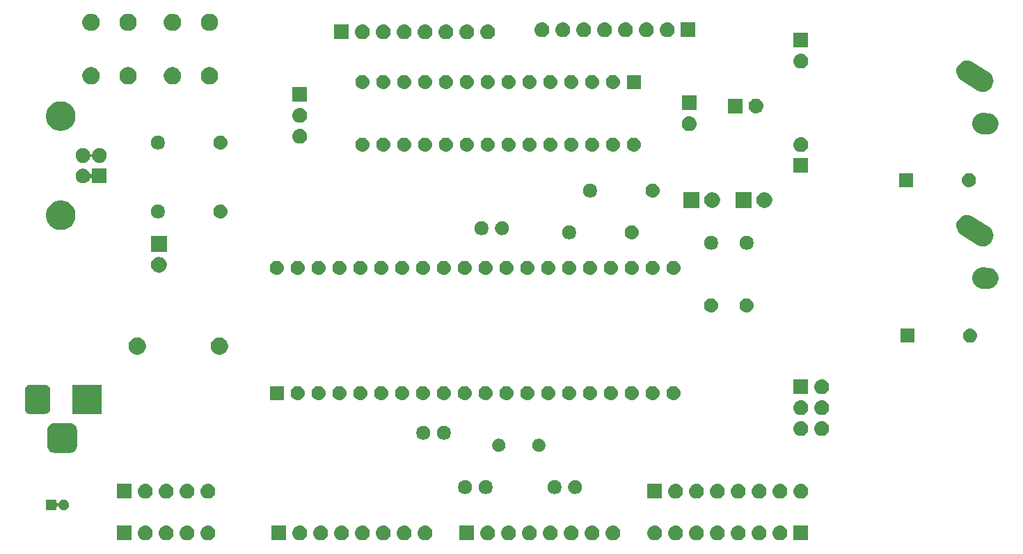
<source format=gbr>
G04 #@! TF.GenerationSoftware,KiCad,Pcbnew,(5.1.4)-1*
G04 #@! TF.CreationDate,2020-01-27T23:12:38+01:00*
G04 #@! TF.ProjectId,hw-tester,68772d74-6573-4746-9572-2e6b69636164,0.1*
G04 #@! TF.SameCoordinates,Original*
G04 #@! TF.FileFunction,Soldermask,Bot*
G04 #@! TF.FilePolarity,Negative*
%FSLAX46Y46*%
G04 Gerber Fmt 4.6, Leading zero omitted, Abs format (unit mm)*
G04 Created by KiCad (PCBNEW (5.1.4)-1) date 2020-01-27 23:12:38*
%MOMM*%
%LPD*%
G04 APERTURE LIST*
%ADD10C,0.100000*%
G04 APERTURE END LIST*
D10*
G36*
X125332443Y-137027519D02*
G01*
X125398627Y-137034037D01*
X125568466Y-137085557D01*
X125724991Y-137169222D01*
X125760729Y-137198552D01*
X125862186Y-137281814D01*
X125945448Y-137383271D01*
X125974778Y-137419009D01*
X126058443Y-137575534D01*
X126109963Y-137745373D01*
X126127359Y-137922000D01*
X126109963Y-138098627D01*
X126058443Y-138268466D01*
X125974778Y-138424991D01*
X125945448Y-138460729D01*
X125862186Y-138562186D01*
X125760729Y-138645448D01*
X125724991Y-138674778D01*
X125568466Y-138758443D01*
X125398627Y-138809963D01*
X125332443Y-138816481D01*
X125266260Y-138823000D01*
X125177740Y-138823000D01*
X125111557Y-138816481D01*
X125045373Y-138809963D01*
X124875534Y-138758443D01*
X124719009Y-138674778D01*
X124683271Y-138645448D01*
X124581814Y-138562186D01*
X124498552Y-138460729D01*
X124469222Y-138424991D01*
X124385557Y-138268466D01*
X124334037Y-138098627D01*
X124316641Y-137922000D01*
X124334037Y-137745373D01*
X124385557Y-137575534D01*
X124469222Y-137419009D01*
X124498552Y-137383271D01*
X124581814Y-137281814D01*
X124683271Y-137198552D01*
X124719009Y-137169222D01*
X124875534Y-137085557D01*
X125045373Y-137034037D01*
X125111557Y-137027519D01*
X125177740Y-137021000D01*
X125266260Y-137021000D01*
X125332443Y-137027519D01*
X125332443Y-137027519D01*
G37*
G36*
X179688443Y-137027519D02*
G01*
X179754627Y-137034037D01*
X179924466Y-137085557D01*
X180080991Y-137169222D01*
X180116729Y-137198552D01*
X180218186Y-137281814D01*
X180301448Y-137383271D01*
X180330778Y-137419009D01*
X180414443Y-137575534D01*
X180465963Y-137745373D01*
X180483359Y-137922000D01*
X180465963Y-138098627D01*
X180414443Y-138268466D01*
X180330778Y-138424991D01*
X180301448Y-138460729D01*
X180218186Y-138562186D01*
X180116729Y-138645448D01*
X180080991Y-138674778D01*
X179924466Y-138758443D01*
X179754627Y-138809963D01*
X179688443Y-138816481D01*
X179622260Y-138823000D01*
X179533740Y-138823000D01*
X179467557Y-138816481D01*
X179401373Y-138809963D01*
X179231534Y-138758443D01*
X179075009Y-138674778D01*
X179039271Y-138645448D01*
X178937814Y-138562186D01*
X178854552Y-138460729D01*
X178825222Y-138424991D01*
X178741557Y-138268466D01*
X178690037Y-138098627D01*
X178672641Y-137922000D01*
X178690037Y-137745373D01*
X178741557Y-137575534D01*
X178825222Y-137419009D01*
X178854552Y-137383271D01*
X178937814Y-137281814D01*
X179039271Y-137198552D01*
X179075009Y-137169222D01*
X179231534Y-137085557D01*
X179401373Y-137034037D01*
X179467557Y-137027519D01*
X179533740Y-137021000D01*
X179622260Y-137021000D01*
X179688443Y-137027519D01*
X179688443Y-137027519D01*
G37*
G36*
X132952443Y-137027519D02*
G01*
X133018627Y-137034037D01*
X133188466Y-137085557D01*
X133344991Y-137169222D01*
X133380729Y-137198552D01*
X133482186Y-137281814D01*
X133565448Y-137383271D01*
X133594778Y-137419009D01*
X133678443Y-137575534D01*
X133729963Y-137745373D01*
X133747359Y-137922000D01*
X133729963Y-138098627D01*
X133678443Y-138268466D01*
X133594778Y-138424991D01*
X133565448Y-138460729D01*
X133482186Y-138562186D01*
X133380729Y-138645448D01*
X133344991Y-138674778D01*
X133188466Y-138758443D01*
X133018627Y-138809963D01*
X132952443Y-138816481D01*
X132886260Y-138823000D01*
X132797740Y-138823000D01*
X132731557Y-138816481D01*
X132665373Y-138809963D01*
X132495534Y-138758443D01*
X132339009Y-138674778D01*
X132303271Y-138645448D01*
X132201814Y-138562186D01*
X132118552Y-138460729D01*
X132089222Y-138424991D01*
X132005557Y-138268466D01*
X131954037Y-138098627D01*
X131936641Y-137922000D01*
X131954037Y-137745373D01*
X132005557Y-137575534D01*
X132089222Y-137419009D01*
X132118552Y-137383271D01*
X132201814Y-137281814D01*
X132303271Y-137198552D01*
X132339009Y-137169222D01*
X132495534Y-137085557D01*
X132665373Y-137034037D01*
X132731557Y-137027519D01*
X132797740Y-137021000D01*
X132886260Y-137021000D01*
X132952443Y-137027519D01*
X132952443Y-137027519D01*
G37*
G36*
X130412443Y-137027519D02*
G01*
X130478627Y-137034037D01*
X130648466Y-137085557D01*
X130804991Y-137169222D01*
X130840729Y-137198552D01*
X130942186Y-137281814D01*
X131025448Y-137383271D01*
X131054778Y-137419009D01*
X131138443Y-137575534D01*
X131189963Y-137745373D01*
X131207359Y-137922000D01*
X131189963Y-138098627D01*
X131138443Y-138268466D01*
X131054778Y-138424991D01*
X131025448Y-138460729D01*
X130942186Y-138562186D01*
X130840729Y-138645448D01*
X130804991Y-138674778D01*
X130648466Y-138758443D01*
X130478627Y-138809963D01*
X130412443Y-138816481D01*
X130346260Y-138823000D01*
X130257740Y-138823000D01*
X130191557Y-138816481D01*
X130125373Y-138809963D01*
X129955534Y-138758443D01*
X129799009Y-138674778D01*
X129763271Y-138645448D01*
X129661814Y-138562186D01*
X129578552Y-138460729D01*
X129549222Y-138424991D01*
X129465557Y-138268466D01*
X129414037Y-138098627D01*
X129396641Y-137922000D01*
X129414037Y-137745373D01*
X129465557Y-137575534D01*
X129549222Y-137419009D01*
X129578552Y-137383271D01*
X129661814Y-137281814D01*
X129763271Y-137198552D01*
X129799009Y-137169222D01*
X129955534Y-137085557D01*
X130125373Y-137034037D01*
X130191557Y-137027519D01*
X130257740Y-137021000D01*
X130346260Y-137021000D01*
X130412443Y-137027519D01*
X130412443Y-137027519D01*
G37*
G36*
X127872443Y-137027519D02*
G01*
X127938627Y-137034037D01*
X128108466Y-137085557D01*
X128264991Y-137169222D01*
X128300729Y-137198552D01*
X128402186Y-137281814D01*
X128485448Y-137383271D01*
X128514778Y-137419009D01*
X128598443Y-137575534D01*
X128649963Y-137745373D01*
X128667359Y-137922000D01*
X128649963Y-138098627D01*
X128598443Y-138268466D01*
X128514778Y-138424991D01*
X128485448Y-138460729D01*
X128402186Y-138562186D01*
X128300729Y-138645448D01*
X128264991Y-138674778D01*
X128108466Y-138758443D01*
X127938627Y-138809963D01*
X127872443Y-138816481D01*
X127806260Y-138823000D01*
X127717740Y-138823000D01*
X127651557Y-138816481D01*
X127585373Y-138809963D01*
X127415534Y-138758443D01*
X127259009Y-138674778D01*
X127223271Y-138645448D01*
X127121814Y-138562186D01*
X127038552Y-138460729D01*
X127009222Y-138424991D01*
X126925557Y-138268466D01*
X126874037Y-138098627D01*
X126856641Y-137922000D01*
X126874037Y-137745373D01*
X126925557Y-137575534D01*
X127009222Y-137419009D01*
X127038552Y-137383271D01*
X127121814Y-137281814D01*
X127223271Y-137198552D01*
X127259009Y-137169222D01*
X127415534Y-137085557D01*
X127585373Y-137034037D01*
X127651557Y-137027519D01*
X127717740Y-137021000D01*
X127806260Y-137021000D01*
X127872443Y-137027519D01*
X127872443Y-137027519D01*
G37*
G36*
X123583000Y-138823000D02*
G01*
X121781000Y-138823000D01*
X121781000Y-137021000D01*
X123583000Y-137021000D01*
X123583000Y-138823000D01*
X123583000Y-138823000D01*
G37*
G36*
X187308443Y-137027519D02*
G01*
X187374627Y-137034037D01*
X187544466Y-137085557D01*
X187700991Y-137169222D01*
X187736729Y-137198552D01*
X187838186Y-137281814D01*
X187921448Y-137383271D01*
X187950778Y-137419009D01*
X188034443Y-137575534D01*
X188085963Y-137745373D01*
X188103359Y-137922000D01*
X188085963Y-138098627D01*
X188034443Y-138268466D01*
X187950778Y-138424991D01*
X187921448Y-138460729D01*
X187838186Y-138562186D01*
X187736729Y-138645448D01*
X187700991Y-138674778D01*
X187544466Y-138758443D01*
X187374627Y-138809963D01*
X187308443Y-138816481D01*
X187242260Y-138823000D01*
X187153740Y-138823000D01*
X187087557Y-138816481D01*
X187021373Y-138809963D01*
X186851534Y-138758443D01*
X186695009Y-138674778D01*
X186659271Y-138645448D01*
X186557814Y-138562186D01*
X186474552Y-138460729D01*
X186445222Y-138424991D01*
X186361557Y-138268466D01*
X186310037Y-138098627D01*
X186292641Y-137922000D01*
X186310037Y-137745373D01*
X186361557Y-137575534D01*
X186445222Y-137419009D01*
X186474552Y-137383271D01*
X186557814Y-137281814D01*
X186659271Y-137198552D01*
X186695009Y-137169222D01*
X186851534Y-137085557D01*
X187021373Y-137034037D01*
X187087557Y-137027519D01*
X187153740Y-137021000D01*
X187242260Y-137021000D01*
X187308443Y-137027519D01*
X187308443Y-137027519D01*
G37*
G36*
X189848443Y-137027519D02*
G01*
X189914627Y-137034037D01*
X190084466Y-137085557D01*
X190240991Y-137169222D01*
X190276729Y-137198552D01*
X190378186Y-137281814D01*
X190461448Y-137383271D01*
X190490778Y-137419009D01*
X190574443Y-137575534D01*
X190625963Y-137745373D01*
X190643359Y-137922000D01*
X190625963Y-138098627D01*
X190574443Y-138268466D01*
X190490778Y-138424991D01*
X190461448Y-138460729D01*
X190378186Y-138562186D01*
X190276729Y-138645448D01*
X190240991Y-138674778D01*
X190084466Y-138758443D01*
X189914627Y-138809963D01*
X189848443Y-138816481D01*
X189782260Y-138823000D01*
X189693740Y-138823000D01*
X189627557Y-138816481D01*
X189561373Y-138809963D01*
X189391534Y-138758443D01*
X189235009Y-138674778D01*
X189199271Y-138645448D01*
X189097814Y-138562186D01*
X189014552Y-138460729D01*
X188985222Y-138424991D01*
X188901557Y-138268466D01*
X188850037Y-138098627D01*
X188832641Y-137922000D01*
X188850037Y-137745373D01*
X188901557Y-137575534D01*
X188985222Y-137419009D01*
X189014552Y-137383271D01*
X189097814Y-137281814D01*
X189199271Y-137198552D01*
X189235009Y-137169222D01*
X189391534Y-137085557D01*
X189561373Y-137034037D01*
X189627557Y-137027519D01*
X189693740Y-137021000D01*
X189782260Y-137021000D01*
X189848443Y-137027519D01*
X189848443Y-137027519D01*
G37*
G36*
X192388443Y-137027519D02*
G01*
X192454627Y-137034037D01*
X192624466Y-137085557D01*
X192780991Y-137169222D01*
X192816729Y-137198552D01*
X192918186Y-137281814D01*
X193001448Y-137383271D01*
X193030778Y-137419009D01*
X193114443Y-137575534D01*
X193165963Y-137745373D01*
X193183359Y-137922000D01*
X193165963Y-138098627D01*
X193114443Y-138268466D01*
X193030778Y-138424991D01*
X193001448Y-138460729D01*
X192918186Y-138562186D01*
X192816729Y-138645448D01*
X192780991Y-138674778D01*
X192624466Y-138758443D01*
X192454627Y-138809963D01*
X192388443Y-138816481D01*
X192322260Y-138823000D01*
X192233740Y-138823000D01*
X192167557Y-138816481D01*
X192101373Y-138809963D01*
X191931534Y-138758443D01*
X191775009Y-138674778D01*
X191739271Y-138645448D01*
X191637814Y-138562186D01*
X191554552Y-138460729D01*
X191525222Y-138424991D01*
X191441557Y-138268466D01*
X191390037Y-138098627D01*
X191372641Y-137922000D01*
X191390037Y-137745373D01*
X191441557Y-137575534D01*
X191525222Y-137419009D01*
X191554552Y-137383271D01*
X191637814Y-137281814D01*
X191739271Y-137198552D01*
X191775009Y-137169222D01*
X191931534Y-137085557D01*
X192101373Y-137034037D01*
X192167557Y-137027519D01*
X192233740Y-137021000D01*
X192322260Y-137021000D01*
X192388443Y-137027519D01*
X192388443Y-137027519D01*
G37*
G36*
X194928443Y-137027519D02*
G01*
X194994627Y-137034037D01*
X195164466Y-137085557D01*
X195320991Y-137169222D01*
X195356729Y-137198552D01*
X195458186Y-137281814D01*
X195541448Y-137383271D01*
X195570778Y-137419009D01*
X195654443Y-137575534D01*
X195705963Y-137745373D01*
X195723359Y-137922000D01*
X195705963Y-138098627D01*
X195654443Y-138268466D01*
X195570778Y-138424991D01*
X195541448Y-138460729D01*
X195458186Y-138562186D01*
X195356729Y-138645448D01*
X195320991Y-138674778D01*
X195164466Y-138758443D01*
X194994627Y-138809963D01*
X194928443Y-138816481D01*
X194862260Y-138823000D01*
X194773740Y-138823000D01*
X194707557Y-138816481D01*
X194641373Y-138809963D01*
X194471534Y-138758443D01*
X194315009Y-138674778D01*
X194279271Y-138645448D01*
X194177814Y-138562186D01*
X194094552Y-138460729D01*
X194065222Y-138424991D01*
X193981557Y-138268466D01*
X193930037Y-138098627D01*
X193912641Y-137922000D01*
X193930037Y-137745373D01*
X193981557Y-137575534D01*
X194065222Y-137419009D01*
X194094552Y-137383271D01*
X194177814Y-137281814D01*
X194279271Y-137198552D01*
X194315009Y-137169222D01*
X194471534Y-137085557D01*
X194641373Y-137034037D01*
X194707557Y-137027519D01*
X194773740Y-137021000D01*
X194862260Y-137021000D01*
X194928443Y-137027519D01*
X194928443Y-137027519D01*
G37*
G36*
X197468443Y-137027519D02*
G01*
X197534627Y-137034037D01*
X197704466Y-137085557D01*
X197860991Y-137169222D01*
X197896729Y-137198552D01*
X197998186Y-137281814D01*
X198081448Y-137383271D01*
X198110778Y-137419009D01*
X198194443Y-137575534D01*
X198245963Y-137745373D01*
X198263359Y-137922000D01*
X198245963Y-138098627D01*
X198194443Y-138268466D01*
X198110778Y-138424991D01*
X198081448Y-138460729D01*
X197998186Y-138562186D01*
X197896729Y-138645448D01*
X197860991Y-138674778D01*
X197704466Y-138758443D01*
X197534627Y-138809963D01*
X197468443Y-138816481D01*
X197402260Y-138823000D01*
X197313740Y-138823000D01*
X197247557Y-138816481D01*
X197181373Y-138809963D01*
X197011534Y-138758443D01*
X196855009Y-138674778D01*
X196819271Y-138645448D01*
X196717814Y-138562186D01*
X196634552Y-138460729D01*
X196605222Y-138424991D01*
X196521557Y-138268466D01*
X196470037Y-138098627D01*
X196452641Y-137922000D01*
X196470037Y-137745373D01*
X196521557Y-137575534D01*
X196605222Y-137419009D01*
X196634552Y-137383271D01*
X196717814Y-137281814D01*
X196819271Y-137198552D01*
X196855009Y-137169222D01*
X197011534Y-137085557D01*
X197181373Y-137034037D01*
X197247557Y-137027519D01*
X197313740Y-137021000D01*
X197402260Y-137021000D01*
X197468443Y-137027519D01*
X197468443Y-137027519D01*
G37*
G36*
X200008443Y-137027519D02*
G01*
X200074627Y-137034037D01*
X200244466Y-137085557D01*
X200400991Y-137169222D01*
X200436729Y-137198552D01*
X200538186Y-137281814D01*
X200621448Y-137383271D01*
X200650778Y-137419009D01*
X200734443Y-137575534D01*
X200785963Y-137745373D01*
X200803359Y-137922000D01*
X200785963Y-138098627D01*
X200734443Y-138268466D01*
X200650778Y-138424991D01*
X200621448Y-138460729D01*
X200538186Y-138562186D01*
X200436729Y-138645448D01*
X200400991Y-138674778D01*
X200244466Y-138758443D01*
X200074627Y-138809963D01*
X200008443Y-138816481D01*
X199942260Y-138823000D01*
X199853740Y-138823000D01*
X199787557Y-138816481D01*
X199721373Y-138809963D01*
X199551534Y-138758443D01*
X199395009Y-138674778D01*
X199359271Y-138645448D01*
X199257814Y-138562186D01*
X199174552Y-138460729D01*
X199145222Y-138424991D01*
X199061557Y-138268466D01*
X199010037Y-138098627D01*
X198992641Y-137922000D01*
X199010037Y-137745373D01*
X199061557Y-137575534D01*
X199145222Y-137419009D01*
X199174552Y-137383271D01*
X199257814Y-137281814D01*
X199359271Y-137198552D01*
X199395009Y-137169222D01*
X199551534Y-137085557D01*
X199721373Y-137034037D01*
X199787557Y-137027519D01*
X199853740Y-137021000D01*
X199942260Y-137021000D01*
X200008443Y-137027519D01*
X200008443Y-137027519D01*
G37*
G36*
X182228443Y-137027519D02*
G01*
X182294627Y-137034037D01*
X182464466Y-137085557D01*
X182620991Y-137169222D01*
X182656729Y-137198552D01*
X182758186Y-137281814D01*
X182841448Y-137383271D01*
X182870778Y-137419009D01*
X182954443Y-137575534D01*
X183005963Y-137745373D01*
X183023359Y-137922000D01*
X183005963Y-138098627D01*
X182954443Y-138268466D01*
X182870778Y-138424991D01*
X182841448Y-138460729D01*
X182758186Y-138562186D01*
X182656729Y-138645448D01*
X182620991Y-138674778D01*
X182464466Y-138758443D01*
X182294627Y-138809963D01*
X182228443Y-138816481D01*
X182162260Y-138823000D01*
X182073740Y-138823000D01*
X182007557Y-138816481D01*
X181941373Y-138809963D01*
X181771534Y-138758443D01*
X181615009Y-138674778D01*
X181579271Y-138645448D01*
X181477814Y-138562186D01*
X181394552Y-138460729D01*
X181365222Y-138424991D01*
X181281557Y-138268466D01*
X181230037Y-138098627D01*
X181212641Y-137922000D01*
X181230037Y-137745373D01*
X181281557Y-137575534D01*
X181365222Y-137419009D01*
X181394552Y-137383271D01*
X181477814Y-137281814D01*
X181579271Y-137198552D01*
X181615009Y-137169222D01*
X181771534Y-137085557D01*
X181941373Y-137034037D01*
X182007557Y-137027519D01*
X182073740Y-137021000D01*
X182162260Y-137021000D01*
X182228443Y-137027519D01*
X182228443Y-137027519D01*
G37*
G36*
X202548443Y-137027519D02*
G01*
X202614627Y-137034037D01*
X202784466Y-137085557D01*
X202940991Y-137169222D01*
X202976729Y-137198552D01*
X203078186Y-137281814D01*
X203161448Y-137383271D01*
X203190778Y-137419009D01*
X203274443Y-137575534D01*
X203325963Y-137745373D01*
X203343359Y-137922000D01*
X203325963Y-138098627D01*
X203274443Y-138268466D01*
X203190778Y-138424991D01*
X203161448Y-138460729D01*
X203078186Y-138562186D01*
X202976729Y-138645448D01*
X202940991Y-138674778D01*
X202784466Y-138758443D01*
X202614627Y-138809963D01*
X202548443Y-138816481D01*
X202482260Y-138823000D01*
X202393740Y-138823000D01*
X202327557Y-138816481D01*
X202261373Y-138809963D01*
X202091534Y-138758443D01*
X201935009Y-138674778D01*
X201899271Y-138645448D01*
X201797814Y-138562186D01*
X201714552Y-138460729D01*
X201685222Y-138424991D01*
X201601557Y-138268466D01*
X201550037Y-138098627D01*
X201532641Y-137922000D01*
X201550037Y-137745373D01*
X201601557Y-137575534D01*
X201685222Y-137419009D01*
X201714552Y-137383271D01*
X201797814Y-137281814D01*
X201899271Y-137198552D01*
X201935009Y-137169222D01*
X202091534Y-137085557D01*
X202261373Y-137034037D01*
X202327557Y-137027519D01*
X202393740Y-137021000D01*
X202482260Y-137021000D01*
X202548443Y-137027519D01*
X202548443Y-137027519D01*
G37*
G36*
X177148443Y-137027519D02*
G01*
X177214627Y-137034037D01*
X177384466Y-137085557D01*
X177540991Y-137169222D01*
X177576729Y-137198552D01*
X177678186Y-137281814D01*
X177761448Y-137383271D01*
X177790778Y-137419009D01*
X177874443Y-137575534D01*
X177925963Y-137745373D01*
X177943359Y-137922000D01*
X177925963Y-138098627D01*
X177874443Y-138268466D01*
X177790778Y-138424991D01*
X177761448Y-138460729D01*
X177678186Y-138562186D01*
X177576729Y-138645448D01*
X177540991Y-138674778D01*
X177384466Y-138758443D01*
X177214627Y-138809963D01*
X177148443Y-138816481D01*
X177082260Y-138823000D01*
X176993740Y-138823000D01*
X176927557Y-138816481D01*
X176861373Y-138809963D01*
X176691534Y-138758443D01*
X176535009Y-138674778D01*
X176499271Y-138645448D01*
X176397814Y-138562186D01*
X176314552Y-138460729D01*
X176285222Y-138424991D01*
X176201557Y-138268466D01*
X176150037Y-138098627D01*
X176132641Y-137922000D01*
X176150037Y-137745373D01*
X176201557Y-137575534D01*
X176285222Y-137419009D01*
X176314552Y-137383271D01*
X176397814Y-137281814D01*
X176499271Y-137198552D01*
X176535009Y-137169222D01*
X176691534Y-137085557D01*
X176861373Y-137034037D01*
X176927557Y-137027519D01*
X176993740Y-137021000D01*
X177082260Y-137021000D01*
X177148443Y-137027519D01*
X177148443Y-137027519D01*
G37*
G36*
X172068443Y-137027519D02*
G01*
X172134627Y-137034037D01*
X172304466Y-137085557D01*
X172460991Y-137169222D01*
X172496729Y-137198552D01*
X172598186Y-137281814D01*
X172681448Y-137383271D01*
X172710778Y-137419009D01*
X172794443Y-137575534D01*
X172845963Y-137745373D01*
X172863359Y-137922000D01*
X172845963Y-138098627D01*
X172794443Y-138268466D01*
X172710778Y-138424991D01*
X172681448Y-138460729D01*
X172598186Y-138562186D01*
X172496729Y-138645448D01*
X172460991Y-138674778D01*
X172304466Y-138758443D01*
X172134627Y-138809963D01*
X172068443Y-138816481D01*
X172002260Y-138823000D01*
X171913740Y-138823000D01*
X171847557Y-138816481D01*
X171781373Y-138809963D01*
X171611534Y-138758443D01*
X171455009Y-138674778D01*
X171419271Y-138645448D01*
X171317814Y-138562186D01*
X171234552Y-138460729D01*
X171205222Y-138424991D01*
X171121557Y-138268466D01*
X171070037Y-138098627D01*
X171052641Y-137922000D01*
X171070037Y-137745373D01*
X171121557Y-137575534D01*
X171205222Y-137419009D01*
X171234552Y-137383271D01*
X171317814Y-137281814D01*
X171419271Y-137198552D01*
X171455009Y-137169222D01*
X171611534Y-137085557D01*
X171781373Y-137034037D01*
X171847557Y-137027519D01*
X171913740Y-137021000D01*
X172002260Y-137021000D01*
X172068443Y-137027519D01*
X172068443Y-137027519D01*
G37*
G36*
X205879000Y-138823000D02*
G01*
X204077000Y-138823000D01*
X204077000Y-137021000D01*
X205879000Y-137021000D01*
X205879000Y-138823000D01*
X205879000Y-138823000D01*
G37*
G36*
X142379000Y-138823000D02*
G01*
X140577000Y-138823000D01*
X140577000Y-137021000D01*
X142379000Y-137021000D01*
X142379000Y-138823000D01*
X142379000Y-138823000D01*
G37*
G36*
X144128443Y-137027519D02*
G01*
X144194627Y-137034037D01*
X144364466Y-137085557D01*
X144520991Y-137169222D01*
X144556729Y-137198552D01*
X144658186Y-137281814D01*
X144741448Y-137383271D01*
X144770778Y-137419009D01*
X144854443Y-137575534D01*
X144905963Y-137745373D01*
X144923359Y-137922000D01*
X144905963Y-138098627D01*
X144854443Y-138268466D01*
X144770778Y-138424991D01*
X144741448Y-138460729D01*
X144658186Y-138562186D01*
X144556729Y-138645448D01*
X144520991Y-138674778D01*
X144364466Y-138758443D01*
X144194627Y-138809963D01*
X144128443Y-138816481D01*
X144062260Y-138823000D01*
X143973740Y-138823000D01*
X143907557Y-138816481D01*
X143841373Y-138809963D01*
X143671534Y-138758443D01*
X143515009Y-138674778D01*
X143479271Y-138645448D01*
X143377814Y-138562186D01*
X143294552Y-138460729D01*
X143265222Y-138424991D01*
X143181557Y-138268466D01*
X143130037Y-138098627D01*
X143112641Y-137922000D01*
X143130037Y-137745373D01*
X143181557Y-137575534D01*
X143265222Y-137419009D01*
X143294552Y-137383271D01*
X143377814Y-137281814D01*
X143479271Y-137198552D01*
X143515009Y-137169222D01*
X143671534Y-137085557D01*
X143841373Y-137034037D01*
X143907557Y-137027519D01*
X143973740Y-137021000D01*
X144062260Y-137021000D01*
X144128443Y-137027519D01*
X144128443Y-137027519D01*
G37*
G36*
X146668443Y-137027519D02*
G01*
X146734627Y-137034037D01*
X146904466Y-137085557D01*
X147060991Y-137169222D01*
X147096729Y-137198552D01*
X147198186Y-137281814D01*
X147281448Y-137383271D01*
X147310778Y-137419009D01*
X147394443Y-137575534D01*
X147445963Y-137745373D01*
X147463359Y-137922000D01*
X147445963Y-138098627D01*
X147394443Y-138268466D01*
X147310778Y-138424991D01*
X147281448Y-138460729D01*
X147198186Y-138562186D01*
X147096729Y-138645448D01*
X147060991Y-138674778D01*
X146904466Y-138758443D01*
X146734627Y-138809963D01*
X146668443Y-138816481D01*
X146602260Y-138823000D01*
X146513740Y-138823000D01*
X146447557Y-138816481D01*
X146381373Y-138809963D01*
X146211534Y-138758443D01*
X146055009Y-138674778D01*
X146019271Y-138645448D01*
X145917814Y-138562186D01*
X145834552Y-138460729D01*
X145805222Y-138424991D01*
X145721557Y-138268466D01*
X145670037Y-138098627D01*
X145652641Y-137922000D01*
X145670037Y-137745373D01*
X145721557Y-137575534D01*
X145805222Y-137419009D01*
X145834552Y-137383271D01*
X145917814Y-137281814D01*
X146019271Y-137198552D01*
X146055009Y-137169222D01*
X146211534Y-137085557D01*
X146381373Y-137034037D01*
X146447557Y-137027519D01*
X146513740Y-137021000D01*
X146602260Y-137021000D01*
X146668443Y-137027519D01*
X146668443Y-137027519D01*
G37*
G36*
X149208443Y-137027519D02*
G01*
X149274627Y-137034037D01*
X149444466Y-137085557D01*
X149600991Y-137169222D01*
X149636729Y-137198552D01*
X149738186Y-137281814D01*
X149821448Y-137383271D01*
X149850778Y-137419009D01*
X149934443Y-137575534D01*
X149985963Y-137745373D01*
X150003359Y-137922000D01*
X149985963Y-138098627D01*
X149934443Y-138268466D01*
X149850778Y-138424991D01*
X149821448Y-138460729D01*
X149738186Y-138562186D01*
X149636729Y-138645448D01*
X149600991Y-138674778D01*
X149444466Y-138758443D01*
X149274627Y-138809963D01*
X149208443Y-138816481D01*
X149142260Y-138823000D01*
X149053740Y-138823000D01*
X148987557Y-138816481D01*
X148921373Y-138809963D01*
X148751534Y-138758443D01*
X148595009Y-138674778D01*
X148559271Y-138645448D01*
X148457814Y-138562186D01*
X148374552Y-138460729D01*
X148345222Y-138424991D01*
X148261557Y-138268466D01*
X148210037Y-138098627D01*
X148192641Y-137922000D01*
X148210037Y-137745373D01*
X148261557Y-137575534D01*
X148345222Y-137419009D01*
X148374552Y-137383271D01*
X148457814Y-137281814D01*
X148559271Y-137198552D01*
X148595009Y-137169222D01*
X148751534Y-137085557D01*
X148921373Y-137034037D01*
X148987557Y-137027519D01*
X149053740Y-137021000D01*
X149142260Y-137021000D01*
X149208443Y-137027519D01*
X149208443Y-137027519D01*
G37*
G36*
X151748443Y-137027519D02*
G01*
X151814627Y-137034037D01*
X151984466Y-137085557D01*
X152140991Y-137169222D01*
X152176729Y-137198552D01*
X152278186Y-137281814D01*
X152361448Y-137383271D01*
X152390778Y-137419009D01*
X152474443Y-137575534D01*
X152525963Y-137745373D01*
X152543359Y-137922000D01*
X152525963Y-138098627D01*
X152474443Y-138268466D01*
X152390778Y-138424991D01*
X152361448Y-138460729D01*
X152278186Y-138562186D01*
X152176729Y-138645448D01*
X152140991Y-138674778D01*
X151984466Y-138758443D01*
X151814627Y-138809963D01*
X151748443Y-138816481D01*
X151682260Y-138823000D01*
X151593740Y-138823000D01*
X151527557Y-138816481D01*
X151461373Y-138809963D01*
X151291534Y-138758443D01*
X151135009Y-138674778D01*
X151099271Y-138645448D01*
X150997814Y-138562186D01*
X150914552Y-138460729D01*
X150885222Y-138424991D01*
X150801557Y-138268466D01*
X150750037Y-138098627D01*
X150732641Y-137922000D01*
X150750037Y-137745373D01*
X150801557Y-137575534D01*
X150885222Y-137419009D01*
X150914552Y-137383271D01*
X150997814Y-137281814D01*
X151099271Y-137198552D01*
X151135009Y-137169222D01*
X151291534Y-137085557D01*
X151461373Y-137034037D01*
X151527557Y-137027519D01*
X151593740Y-137021000D01*
X151682260Y-137021000D01*
X151748443Y-137027519D01*
X151748443Y-137027519D01*
G37*
G36*
X156828443Y-137027519D02*
G01*
X156894627Y-137034037D01*
X157064466Y-137085557D01*
X157220991Y-137169222D01*
X157256729Y-137198552D01*
X157358186Y-137281814D01*
X157441448Y-137383271D01*
X157470778Y-137419009D01*
X157554443Y-137575534D01*
X157605963Y-137745373D01*
X157623359Y-137922000D01*
X157605963Y-138098627D01*
X157554443Y-138268466D01*
X157470778Y-138424991D01*
X157441448Y-138460729D01*
X157358186Y-138562186D01*
X157256729Y-138645448D01*
X157220991Y-138674778D01*
X157064466Y-138758443D01*
X156894627Y-138809963D01*
X156828443Y-138816481D01*
X156762260Y-138823000D01*
X156673740Y-138823000D01*
X156607557Y-138816481D01*
X156541373Y-138809963D01*
X156371534Y-138758443D01*
X156215009Y-138674778D01*
X156179271Y-138645448D01*
X156077814Y-138562186D01*
X155994552Y-138460729D01*
X155965222Y-138424991D01*
X155881557Y-138268466D01*
X155830037Y-138098627D01*
X155812641Y-137922000D01*
X155830037Y-137745373D01*
X155881557Y-137575534D01*
X155965222Y-137419009D01*
X155994552Y-137383271D01*
X156077814Y-137281814D01*
X156179271Y-137198552D01*
X156215009Y-137169222D01*
X156371534Y-137085557D01*
X156541373Y-137034037D01*
X156607557Y-137027519D01*
X156673740Y-137021000D01*
X156762260Y-137021000D01*
X156828443Y-137027519D01*
X156828443Y-137027519D01*
G37*
G36*
X174608443Y-137027519D02*
G01*
X174674627Y-137034037D01*
X174844466Y-137085557D01*
X175000991Y-137169222D01*
X175036729Y-137198552D01*
X175138186Y-137281814D01*
X175221448Y-137383271D01*
X175250778Y-137419009D01*
X175334443Y-137575534D01*
X175385963Y-137745373D01*
X175403359Y-137922000D01*
X175385963Y-138098627D01*
X175334443Y-138268466D01*
X175250778Y-138424991D01*
X175221448Y-138460729D01*
X175138186Y-138562186D01*
X175036729Y-138645448D01*
X175000991Y-138674778D01*
X174844466Y-138758443D01*
X174674627Y-138809963D01*
X174608443Y-138816481D01*
X174542260Y-138823000D01*
X174453740Y-138823000D01*
X174387557Y-138816481D01*
X174321373Y-138809963D01*
X174151534Y-138758443D01*
X173995009Y-138674778D01*
X173959271Y-138645448D01*
X173857814Y-138562186D01*
X173774552Y-138460729D01*
X173745222Y-138424991D01*
X173661557Y-138268466D01*
X173610037Y-138098627D01*
X173592641Y-137922000D01*
X173610037Y-137745373D01*
X173661557Y-137575534D01*
X173745222Y-137419009D01*
X173774552Y-137383271D01*
X173857814Y-137281814D01*
X173959271Y-137198552D01*
X173995009Y-137169222D01*
X174151534Y-137085557D01*
X174321373Y-137034037D01*
X174387557Y-137027519D01*
X174453740Y-137021000D01*
X174542260Y-137021000D01*
X174608443Y-137027519D01*
X174608443Y-137027519D01*
G37*
G36*
X169528443Y-137027519D02*
G01*
X169594627Y-137034037D01*
X169764466Y-137085557D01*
X169920991Y-137169222D01*
X169956729Y-137198552D01*
X170058186Y-137281814D01*
X170141448Y-137383271D01*
X170170778Y-137419009D01*
X170254443Y-137575534D01*
X170305963Y-137745373D01*
X170323359Y-137922000D01*
X170305963Y-138098627D01*
X170254443Y-138268466D01*
X170170778Y-138424991D01*
X170141448Y-138460729D01*
X170058186Y-138562186D01*
X169956729Y-138645448D01*
X169920991Y-138674778D01*
X169764466Y-138758443D01*
X169594627Y-138809963D01*
X169528443Y-138816481D01*
X169462260Y-138823000D01*
X169373740Y-138823000D01*
X169307557Y-138816481D01*
X169241373Y-138809963D01*
X169071534Y-138758443D01*
X168915009Y-138674778D01*
X168879271Y-138645448D01*
X168777814Y-138562186D01*
X168694552Y-138460729D01*
X168665222Y-138424991D01*
X168581557Y-138268466D01*
X168530037Y-138098627D01*
X168512641Y-137922000D01*
X168530037Y-137745373D01*
X168581557Y-137575534D01*
X168665222Y-137419009D01*
X168694552Y-137383271D01*
X168777814Y-137281814D01*
X168879271Y-137198552D01*
X168915009Y-137169222D01*
X169071534Y-137085557D01*
X169241373Y-137034037D01*
X169307557Y-137027519D01*
X169373740Y-137021000D01*
X169462260Y-137021000D01*
X169528443Y-137027519D01*
X169528443Y-137027519D01*
G37*
G36*
X166988443Y-137027519D02*
G01*
X167054627Y-137034037D01*
X167224466Y-137085557D01*
X167380991Y-137169222D01*
X167416729Y-137198552D01*
X167518186Y-137281814D01*
X167601448Y-137383271D01*
X167630778Y-137419009D01*
X167714443Y-137575534D01*
X167765963Y-137745373D01*
X167783359Y-137922000D01*
X167765963Y-138098627D01*
X167714443Y-138268466D01*
X167630778Y-138424991D01*
X167601448Y-138460729D01*
X167518186Y-138562186D01*
X167416729Y-138645448D01*
X167380991Y-138674778D01*
X167224466Y-138758443D01*
X167054627Y-138809963D01*
X166988443Y-138816481D01*
X166922260Y-138823000D01*
X166833740Y-138823000D01*
X166767557Y-138816481D01*
X166701373Y-138809963D01*
X166531534Y-138758443D01*
X166375009Y-138674778D01*
X166339271Y-138645448D01*
X166237814Y-138562186D01*
X166154552Y-138460729D01*
X166125222Y-138424991D01*
X166041557Y-138268466D01*
X165990037Y-138098627D01*
X165972641Y-137922000D01*
X165990037Y-137745373D01*
X166041557Y-137575534D01*
X166125222Y-137419009D01*
X166154552Y-137383271D01*
X166237814Y-137281814D01*
X166339271Y-137198552D01*
X166375009Y-137169222D01*
X166531534Y-137085557D01*
X166701373Y-137034037D01*
X166767557Y-137027519D01*
X166833740Y-137021000D01*
X166922260Y-137021000D01*
X166988443Y-137027519D01*
X166988443Y-137027519D01*
G37*
G36*
X154288443Y-137027519D02*
G01*
X154354627Y-137034037D01*
X154524466Y-137085557D01*
X154680991Y-137169222D01*
X154716729Y-137198552D01*
X154818186Y-137281814D01*
X154901448Y-137383271D01*
X154930778Y-137419009D01*
X155014443Y-137575534D01*
X155065963Y-137745373D01*
X155083359Y-137922000D01*
X155065963Y-138098627D01*
X155014443Y-138268466D01*
X154930778Y-138424991D01*
X154901448Y-138460729D01*
X154818186Y-138562186D01*
X154716729Y-138645448D01*
X154680991Y-138674778D01*
X154524466Y-138758443D01*
X154354627Y-138809963D01*
X154288443Y-138816481D01*
X154222260Y-138823000D01*
X154133740Y-138823000D01*
X154067557Y-138816481D01*
X154001373Y-138809963D01*
X153831534Y-138758443D01*
X153675009Y-138674778D01*
X153639271Y-138645448D01*
X153537814Y-138562186D01*
X153454552Y-138460729D01*
X153425222Y-138424991D01*
X153341557Y-138268466D01*
X153290037Y-138098627D01*
X153272641Y-137922000D01*
X153290037Y-137745373D01*
X153341557Y-137575534D01*
X153425222Y-137419009D01*
X153454552Y-137383271D01*
X153537814Y-137281814D01*
X153639271Y-137198552D01*
X153675009Y-137169222D01*
X153831534Y-137085557D01*
X154001373Y-137034037D01*
X154067557Y-137027519D01*
X154133740Y-137021000D01*
X154222260Y-137021000D01*
X154288443Y-137027519D01*
X154288443Y-137027519D01*
G37*
G36*
X159368443Y-137027519D02*
G01*
X159434627Y-137034037D01*
X159604466Y-137085557D01*
X159760991Y-137169222D01*
X159796729Y-137198552D01*
X159898186Y-137281814D01*
X159981448Y-137383271D01*
X160010778Y-137419009D01*
X160094443Y-137575534D01*
X160145963Y-137745373D01*
X160163359Y-137922000D01*
X160145963Y-138098627D01*
X160094443Y-138268466D01*
X160010778Y-138424991D01*
X159981448Y-138460729D01*
X159898186Y-138562186D01*
X159796729Y-138645448D01*
X159760991Y-138674778D01*
X159604466Y-138758443D01*
X159434627Y-138809963D01*
X159368443Y-138816481D01*
X159302260Y-138823000D01*
X159213740Y-138823000D01*
X159147557Y-138816481D01*
X159081373Y-138809963D01*
X158911534Y-138758443D01*
X158755009Y-138674778D01*
X158719271Y-138645448D01*
X158617814Y-138562186D01*
X158534552Y-138460729D01*
X158505222Y-138424991D01*
X158421557Y-138268466D01*
X158370037Y-138098627D01*
X158352641Y-137922000D01*
X158370037Y-137745373D01*
X158421557Y-137575534D01*
X158505222Y-137419009D01*
X158534552Y-137383271D01*
X158617814Y-137281814D01*
X158719271Y-137198552D01*
X158755009Y-137169222D01*
X158911534Y-137085557D01*
X159081373Y-137034037D01*
X159147557Y-137027519D01*
X159213740Y-137021000D01*
X159302260Y-137021000D01*
X159368443Y-137027519D01*
X159368443Y-137027519D01*
G37*
G36*
X165239000Y-138823000D02*
G01*
X163437000Y-138823000D01*
X163437000Y-137021000D01*
X165239000Y-137021000D01*
X165239000Y-138823000D01*
X165239000Y-138823000D01*
G37*
G36*
X114443000Y-134213109D02*
G01*
X114445402Y-134237495D01*
X114452515Y-134260944D01*
X114464066Y-134282555D01*
X114479611Y-134301497D01*
X114498553Y-134317042D01*
X114520164Y-134328593D01*
X114543613Y-134335706D01*
X114567999Y-134338108D01*
X114592385Y-134335706D01*
X114615834Y-134328593D01*
X114637445Y-134317042D01*
X114656387Y-134301497D01*
X114671932Y-134282555D01*
X114683483Y-134260944D01*
X114715090Y-134184638D01*
X114786335Y-134078012D01*
X114877012Y-133987335D01*
X114983636Y-133916091D01*
X115102110Y-133867017D01*
X115227881Y-133842000D01*
X115356119Y-133842000D01*
X115481890Y-133867017D01*
X115600364Y-133916091D01*
X115706988Y-133987335D01*
X115797665Y-134078012D01*
X115868909Y-134184636D01*
X115917983Y-134303110D01*
X115943000Y-134428882D01*
X115943000Y-134557118D01*
X115917983Y-134682890D01*
X115868909Y-134801364D01*
X115797665Y-134907988D01*
X115706988Y-134998665D01*
X115600364Y-135069909D01*
X115600363Y-135069910D01*
X115600362Y-135069910D01*
X115481890Y-135118983D01*
X115356119Y-135144000D01*
X115227881Y-135144000D01*
X115102110Y-135118983D01*
X114983638Y-135069910D01*
X114983637Y-135069910D01*
X114983636Y-135069909D01*
X114877012Y-134998665D01*
X114786335Y-134907988D01*
X114715091Y-134801364D01*
X114683483Y-134725055D01*
X114671932Y-134703445D01*
X114656387Y-134684503D01*
X114637445Y-134668958D01*
X114615834Y-134657407D01*
X114592385Y-134650294D01*
X114567999Y-134647892D01*
X114543613Y-134650294D01*
X114520164Y-134657407D01*
X114498553Y-134668958D01*
X114479611Y-134684503D01*
X114464066Y-134703445D01*
X114452515Y-134725056D01*
X114445402Y-134748505D01*
X114443000Y-134772891D01*
X114443000Y-135144000D01*
X113141000Y-135144000D01*
X113141000Y-133842000D01*
X114443000Y-133842000D01*
X114443000Y-134213109D01*
X114443000Y-134213109D01*
G37*
G36*
X123583000Y-133743000D02*
G01*
X121781000Y-133743000D01*
X121781000Y-131941000D01*
X123583000Y-131941000D01*
X123583000Y-133743000D01*
X123583000Y-133743000D01*
G37*
G36*
X188099000Y-133743000D02*
G01*
X186297000Y-133743000D01*
X186297000Y-131941000D01*
X188099000Y-131941000D01*
X188099000Y-133743000D01*
X188099000Y-133743000D01*
G37*
G36*
X192388442Y-131947518D02*
G01*
X192454627Y-131954037D01*
X192624466Y-132005557D01*
X192780991Y-132089222D01*
X192816729Y-132118552D01*
X192918186Y-132201814D01*
X192957882Y-132250185D01*
X193030778Y-132339009D01*
X193114443Y-132495534D01*
X193165963Y-132665373D01*
X193183359Y-132842000D01*
X193165963Y-133018627D01*
X193114443Y-133188466D01*
X193030778Y-133344991D01*
X193001448Y-133380729D01*
X192918186Y-133482186D01*
X192816729Y-133565448D01*
X192780991Y-133594778D01*
X192624466Y-133678443D01*
X192454627Y-133729963D01*
X192388442Y-133736482D01*
X192322260Y-133743000D01*
X192233740Y-133743000D01*
X192167558Y-133736482D01*
X192101373Y-133729963D01*
X191931534Y-133678443D01*
X191775009Y-133594778D01*
X191739271Y-133565448D01*
X191637814Y-133482186D01*
X191554552Y-133380729D01*
X191525222Y-133344991D01*
X191441557Y-133188466D01*
X191390037Y-133018627D01*
X191372641Y-132842000D01*
X191390037Y-132665373D01*
X191441557Y-132495534D01*
X191525222Y-132339009D01*
X191598118Y-132250185D01*
X191637814Y-132201814D01*
X191739271Y-132118552D01*
X191775009Y-132089222D01*
X191931534Y-132005557D01*
X192101373Y-131954037D01*
X192167558Y-131947518D01*
X192233740Y-131941000D01*
X192322260Y-131941000D01*
X192388442Y-131947518D01*
X192388442Y-131947518D01*
G37*
G36*
X194928442Y-131947518D02*
G01*
X194994627Y-131954037D01*
X195164466Y-132005557D01*
X195320991Y-132089222D01*
X195356729Y-132118552D01*
X195458186Y-132201814D01*
X195497882Y-132250185D01*
X195570778Y-132339009D01*
X195654443Y-132495534D01*
X195705963Y-132665373D01*
X195723359Y-132842000D01*
X195705963Y-133018627D01*
X195654443Y-133188466D01*
X195570778Y-133344991D01*
X195541448Y-133380729D01*
X195458186Y-133482186D01*
X195356729Y-133565448D01*
X195320991Y-133594778D01*
X195164466Y-133678443D01*
X194994627Y-133729963D01*
X194928442Y-133736482D01*
X194862260Y-133743000D01*
X194773740Y-133743000D01*
X194707558Y-133736482D01*
X194641373Y-133729963D01*
X194471534Y-133678443D01*
X194315009Y-133594778D01*
X194279271Y-133565448D01*
X194177814Y-133482186D01*
X194094552Y-133380729D01*
X194065222Y-133344991D01*
X193981557Y-133188466D01*
X193930037Y-133018627D01*
X193912641Y-132842000D01*
X193930037Y-132665373D01*
X193981557Y-132495534D01*
X194065222Y-132339009D01*
X194138118Y-132250185D01*
X194177814Y-132201814D01*
X194279271Y-132118552D01*
X194315009Y-132089222D01*
X194471534Y-132005557D01*
X194641373Y-131954037D01*
X194707558Y-131947518D01*
X194773740Y-131941000D01*
X194862260Y-131941000D01*
X194928442Y-131947518D01*
X194928442Y-131947518D01*
G37*
G36*
X197468442Y-131947518D02*
G01*
X197534627Y-131954037D01*
X197704466Y-132005557D01*
X197860991Y-132089222D01*
X197896729Y-132118552D01*
X197998186Y-132201814D01*
X198037882Y-132250185D01*
X198110778Y-132339009D01*
X198194443Y-132495534D01*
X198245963Y-132665373D01*
X198263359Y-132842000D01*
X198245963Y-133018627D01*
X198194443Y-133188466D01*
X198110778Y-133344991D01*
X198081448Y-133380729D01*
X197998186Y-133482186D01*
X197896729Y-133565448D01*
X197860991Y-133594778D01*
X197704466Y-133678443D01*
X197534627Y-133729963D01*
X197468442Y-133736482D01*
X197402260Y-133743000D01*
X197313740Y-133743000D01*
X197247558Y-133736482D01*
X197181373Y-133729963D01*
X197011534Y-133678443D01*
X196855009Y-133594778D01*
X196819271Y-133565448D01*
X196717814Y-133482186D01*
X196634552Y-133380729D01*
X196605222Y-133344991D01*
X196521557Y-133188466D01*
X196470037Y-133018627D01*
X196452641Y-132842000D01*
X196470037Y-132665373D01*
X196521557Y-132495534D01*
X196605222Y-132339009D01*
X196678118Y-132250185D01*
X196717814Y-132201814D01*
X196819271Y-132118552D01*
X196855009Y-132089222D01*
X197011534Y-132005557D01*
X197181373Y-131954037D01*
X197247558Y-131947518D01*
X197313740Y-131941000D01*
X197402260Y-131941000D01*
X197468442Y-131947518D01*
X197468442Y-131947518D01*
G37*
G36*
X200008442Y-131947518D02*
G01*
X200074627Y-131954037D01*
X200244466Y-132005557D01*
X200400991Y-132089222D01*
X200436729Y-132118552D01*
X200538186Y-132201814D01*
X200577882Y-132250185D01*
X200650778Y-132339009D01*
X200734443Y-132495534D01*
X200785963Y-132665373D01*
X200803359Y-132842000D01*
X200785963Y-133018627D01*
X200734443Y-133188466D01*
X200650778Y-133344991D01*
X200621448Y-133380729D01*
X200538186Y-133482186D01*
X200436729Y-133565448D01*
X200400991Y-133594778D01*
X200244466Y-133678443D01*
X200074627Y-133729963D01*
X200008442Y-133736482D01*
X199942260Y-133743000D01*
X199853740Y-133743000D01*
X199787558Y-133736482D01*
X199721373Y-133729963D01*
X199551534Y-133678443D01*
X199395009Y-133594778D01*
X199359271Y-133565448D01*
X199257814Y-133482186D01*
X199174552Y-133380729D01*
X199145222Y-133344991D01*
X199061557Y-133188466D01*
X199010037Y-133018627D01*
X198992641Y-132842000D01*
X199010037Y-132665373D01*
X199061557Y-132495534D01*
X199145222Y-132339009D01*
X199218118Y-132250185D01*
X199257814Y-132201814D01*
X199359271Y-132118552D01*
X199395009Y-132089222D01*
X199551534Y-132005557D01*
X199721373Y-131954037D01*
X199787558Y-131947518D01*
X199853740Y-131941000D01*
X199942260Y-131941000D01*
X200008442Y-131947518D01*
X200008442Y-131947518D01*
G37*
G36*
X202548442Y-131947518D02*
G01*
X202614627Y-131954037D01*
X202784466Y-132005557D01*
X202940991Y-132089222D01*
X202976729Y-132118552D01*
X203078186Y-132201814D01*
X203117882Y-132250185D01*
X203190778Y-132339009D01*
X203274443Y-132495534D01*
X203325963Y-132665373D01*
X203343359Y-132842000D01*
X203325963Y-133018627D01*
X203274443Y-133188466D01*
X203190778Y-133344991D01*
X203161448Y-133380729D01*
X203078186Y-133482186D01*
X202976729Y-133565448D01*
X202940991Y-133594778D01*
X202784466Y-133678443D01*
X202614627Y-133729963D01*
X202548442Y-133736482D01*
X202482260Y-133743000D01*
X202393740Y-133743000D01*
X202327558Y-133736482D01*
X202261373Y-133729963D01*
X202091534Y-133678443D01*
X201935009Y-133594778D01*
X201899271Y-133565448D01*
X201797814Y-133482186D01*
X201714552Y-133380729D01*
X201685222Y-133344991D01*
X201601557Y-133188466D01*
X201550037Y-133018627D01*
X201532641Y-132842000D01*
X201550037Y-132665373D01*
X201601557Y-132495534D01*
X201685222Y-132339009D01*
X201758118Y-132250185D01*
X201797814Y-132201814D01*
X201899271Y-132118552D01*
X201935009Y-132089222D01*
X202091534Y-132005557D01*
X202261373Y-131954037D01*
X202327558Y-131947518D01*
X202393740Y-131941000D01*
X202482260Y-131941000D01*
X202548442Y-131947518D01*
X202548442Y-131947518D01*
G37*
G36*
X125332442Y-131947518D02*
G01*
X125398627Y-131954037D01*
X125568466Y-132005557D01*
X125724991Y-132089222D01*
X125760729Y-132118552D01*
X125862186Y-132201814D01*
X125901882Y-132250185D01*
X125974778Y-132339009D01*
X126058443Y-132495534D01*
X126109963Y-132665373D01*
X126127359Y-132842000D01*
X126109963Y-133018627D01*
X126058443Y-133188466D01*
X125974778Y-133344991D01*
X125945448Y-133380729D01*
X125862186Y-133482186D01*
X125760729Y-133565448D01*
X125724991Y-133594778D01*
X125568466Y-133678443D01*
X125398627Y-133729963D01*
X125332442Y-133736482D01*
X125266260Y-133743000D01*
X125177740Y-133743000D01*
X125111558Y-133736482D01*
X125045373Y-133729963D01*
X124875534Y-133678443D01*
X124719009Y-133594778D01*
X124683271Y-133565448D01*
X124581814Y-133482186D01*
X124498552Y-133380729D01*
X124469222Y-133344991D01*
X124385557Y-133188466D01*
X124334037Y-133018627D01*
X124316641Y-132842000D01*
X124334037Y-132665373D01*
X124385557Y-132495534D01*
X124469222Y-132339009D01*
X124542118Y-132250185D01*
X124581814Y-132201814D01*
X124683271Y-132118552D01*
X124719009Y-132089222D01*
X124875534Y-132005557D01*
X125045373Y-131954037D01*
X125111558Y-131947518D01*
X125177740Y-131941000D01*
X125266260Y-131941000D01*
X125332442Y-131947518D01*
X125332442Y-131947518D01*
G37*
G36*
X127872442Y-131947518D02*
G01*
X127938627Y-131954037D01*
X128108466Y-132005557D01*
X128264991Y-132089222D01*
X128300729Y-132118552D01*
X128402186Y-132201814D01*
X128441882Y-132250185D01*
X128514778Y-132339009D01*
X128598443Y-132495534D01*
X128649963Y-132665373D01*
X128667359Y-132842000D01*
X128649963Y-133018627D01*
X128598443Y-133188466D01*
X128514778Y-133344991D01*
X128485448Y-133380729D01*
X128402186Y-133482186D01*
X128300729Y-133565448D01*
X128264991Y-133594778D01*
X128108466Y-133678443D01*
X127938627Y-133729963D01*
X127872442Y-133736482D01*
X127806260Y-133743000D01*
X127717740Y-133743000D01*
X127651558Y-133736482D01*
X127585373Y-133729963D01*
X127415534Y-133678443D01*
X127259009Y-133594778D01*
X127223271Y-133565448D01*
X127121814Y-133482186D01*
X127038552Y-133380729D01*
X127009222Y-133344991D01*
X126925557Y-133188466D01*
X126874037Y-133018627D01*
X126856641Y-132842000D01*
X126874037Y-132665373D01*
X126925557Y-132495534D01*
X127009222Y-132339009D01*
X127082118Y-132250185D01*
X127121814Y-132201814D01*
X127223271Y-132118552D01*
X127259009Y-132089222D01*
X127415534Y-132005557D01*
X127585373Y-131954037D01*
X127651558Y-131947518D01*
X127717740Y-131941000D01*
X127806260Y-131941000D01*
X127872442Y-131947518D01*
X127872442Y-131947518D01*
G37*
G36*
X130412442Y-131947518D02*
G01*
X130478627Y-131954037D01*
X130648466Y-132005557D01*
X130804991Y-132089222D01*
X130840729Y-132118552D01*
X130942186Y-132201814D01*
X130981882Y-132250185D01*
X131054778Y-132339009D01*
X131138443Y-132495534D01*
X131189963Y-132665373D01*
X131207359Y-132842000D01*
X131189963Y-133018627D01*
X131138443Y-133188466D01*
X131054778Y-133344991D01*
X131025448Y-133380729D01*
X130942186Y-133482186D01*
X130840729Y-133565448D01*
X130804991Y-133594778D01*
X130648466Y-133678443D01*
X130478627Y-133729963D01*
X130412442Y-133736482D01*
X130346260Y-133743000D01*
X130257740Y-133743000D01*
X130191558Y-133736482D01*
X130125373Y-133729963D01*
X129955534Y-133678443D01*
X129799009Y-133594778D01*
X129763271Y-133565448D01*
X129661814Y-133482186D01*
X129578552Y-133380729D01*
X129549222Y-133344991D01*
X129465557Y-133188466D01*
X129414037Y-133018627D01*
X129396641Y-132842000D01*
X129414037Y-132665373D01*
X129465557Y-132495534D01*
X129549222Y-132339009D01*
X129622118Y-132250185D01*
X129661814Y-132201814D01*
X129763271Y-132118552D01*
X129799009Y-132089222D01*
X129955534Y-132005557D01*
X130125373Y-131954037D01*
X130191558Y-131947518D01*
X130257740Y-131941000D01*
X130346260Y-131941000D01*
X130412442Y-131947518D01*
X130412442Y-131947518D01*
G37*
G36*
X132952442Y-131947518D02*
G01*
X133018627Y-131954037D01*
X133188466Y-132005557D01*
X133344991Y-132089222D01*
X133380729Y-132118552D01*
X133482186Y-132201814D01*
X133521882Y-132250185D01*
X133594778Y-132339009D01*
X133678443Y-132495534D01*
X133729963Y-132665373D01*
X133747359Y-132842000D01*
X133729963Y-133018627D01*
X133678443Y-133188466D01*
X133594778Y-133344991D01*
X133565448Y-133380729D01*
X133482186Y-133482186D01*
X133380729Y-133565448D01*
X133344991Y-133594778D01*
X133188466Y-133678443D01*
X133018627Y-133729963D01*
X132952442Y-133736482D01*
X132886260Y-133743000D01*
X132797740Y-133743000D01*
X132731558Y-133736482D01*
X132665373Y-133729963D01*
X132495534Y-133678443D01*
X132339009Y-133594778D01*
X132303271Y-133565448D01*
X132201814Y-133482186D01*
X132118552Y-133380729D01*
X132089222Y-133344991D01*
X132005557Y-133188466D01*
X131954037Y-133018627D01*
X131936641Y-132842000D01*
X131954037Y-132665373D01*
X132005557Y-132495534D01*
X132089222Y-132339009D01*
X132162118Y-132250185D01*
X132201814Y-132201814D01*
X132303271Y-132118552D01*
X132339009Y-132089222D01*
X132495534Y-132005557D01*
X132665373Y-131954037D01*
X132731558Y-131947518D01*
X132797740Y-131941000D01*
X132886260Y-131941000D01*
X132952442Y-131947518D01*
X132952442Y-131947518D01*
G37*
G36*
X205088442Y-131947518D02*
G01*
X205154627Y-131954037D01*
X205324466Y-132005557D01*
X205480991Y-132089222D01*
X205516729Y-132118552D01*
X205618186Y-132201814D01*
X205657882Y-132250185D01*
X205730778Y-132339009D01*
X205814443Y-132495534D01*
X205865963Y-132665373D01*
X205883359Y-132842000D01*
X205865963Y-133018627D01*
X205814443Y-133188466D01*
X205730778Y-133344991D01*
X205701448Y-133380729D01*
X205618186Y-133482186D01*
X205516729Y-133565448D01*
X205480991Y-133594778D01*
X205324466Y-133678443D01*
X205154627Y-133729963D01*
X205088442Y-133736482D01*
X205022260Y-133743000D01*
X204933740Y-133743000D01*
X204867558Y-133736482D01*
X204801373Y-133729963D01*
X204631534Y-133678443D01*
X204475009Y-133594778D01*
X204439271Y-133565448D01*
X204337814Y-133482186D01*
X204254552Y-133380729D01*
X204225222Y-133344991D01*
X204141557Y-133188466D01*
X204090037Y-133018627D01*
X204072641Y-132842000D01*
X204090037Y-132665373D01*
X204141557Y-132495534D01*
X204225222Y-132339009D01*
X204298118Y-132250185D01*
X204337814Y-132201814D01*
X204439271Y-132118552D01*
X204475009Y-132089222D01*
X204631534Y-132005557D01*
X204801373Y-131954037D01*
X204867558Y-131947518D01*
X204933740Y-131941000D01*
X205022260Y-131941000D01*
X205088442Y-131947518D01*
X205088442Y-131947518D01*
G37*
G36*
X189848442Y-131947518D02*
G01*
X189914627Y-131954037D01*
X190084466Y-132005557D01*
X190240991Y-132089222D01*
X190276729Y-132118552D01*
X190378186Y-132201814D01*
X190417882Y-132250185D01*
X190490778Y-132339009D01*
X190574443Y-132495534D01*
X190625963Y-132665373D01*
X190643359Y-132842000D01*
X190625963Y-133018627D01*
X190574443Y-133188466D01*
X190490778Y-133344991D01*
X190461448Y-133380729D01*
X190378186Y-133482186D01*
X190276729Y-133565448D01*
X190240991Y-133594778D01*
X190084466Y-133678443D01*
X189914627Y-133729963D01*
X189848442Y-133736482D01*
X189782260Y-133743000D01*
X189693740Y-133743000D01*
X189627558Y-133736482D01*
X189561373Y-133729963D01*
X189391534Y-133678443D01*
X189235009Y-133594778D01*
X189199271Y-133565448D01*
X189097814Y-133482186D01*
X189014552Y-133380729D01*
X188985222Y-133344991D01*
X188901557Y-133188466D01*
X188850037Y-133018627D01*
X188832641Y-132842000D01*
X188850037Y-132665373D01*
X188901557Y-132495534D01*
X188985222Y-132339009D01*
X189058118Y-132250185D01*
X189097814Y-132201814D01*
X189199271Y-132118552D01*
X189235009Y-132089222D01*
X189391534Y-132005557D01*
X189561373Y-131954037D01*
X189627558Y-131947518D01*
X189693740Y-131941000D01*
X189782260Y-131941000D01*
X189848442Y-131947518D01*
X189848442Y-131947518D01*
G37*
G36*
X175254228Y-131515703D02*
G01*
X175409100Y-131579853D01*
X175548481Y-131672985D01*
X175667015Y-131791519D01*
X175760147Y-131930900D01*
X175824297Y-132085772D01*
X175857000Y-132250184D01*
X175857000Y-132417816D01*
X175824297Y-132582228D01*
X175760147Y-132737100D01*
X175667015Y-132876481D01*
X175548481Y-132995015D01*
X175409100Y-133088147D01*
X175254228Y-133152297D01*
X175089816Y-133185000D01*
X174922184Y-133185000D01*
X174757772Y-133152297D01*
X174602900Y-133088147D01*
X174463519Y-132995015D01*
X174344985Y-132876481D01*
X174251853Y-132737100D01*
X174187703Y-132582228D01*
X174155000Y-132417816D01*
X174155000Y-132250184D01*
X174187703Y-132085772D01*
X174251853Y-131930900D01*
X174344985Y-131791519D01*
X174463519Y-131672985D01*
X174602900Y-131579853D01*
X174757772Y-131515703D01*
X174922184Y-131483000D01*
X175089816Y-131483000D01*
X175254228Y-131515703D01*
X175254228Y-131515703D01*
G37*
G36*
X177754228Y-131515703D02*
G01*
X177909100Y-131579853D01*
X178048481Y-131672985D01*
X178167015Y-131791519D01*
X178260147Y-131930900D01*
X178324297Y-132085772D01*
X178357000Y-132250184D01*
X178357000Y-132417816D01*
X178324297Y-132582228D01*
X178260147Y-132737100D01*
X178167015Y-132876481D01*
X178048481Y-132995015D01*
X177909100Y-133088147D01*
X177754228Y-133152297D01*
X177589816Y-133185000D01*
X177422184Y-133185000D01*
X177257772Y-133152297D01*
X177102900Y-133088147D01*
X176963519Y-132995015D01*
X176844985Y-132876481D01*
X176751853Y-132737100D01*
X176687703Y-132582228D01*
X176655000Y-132417816D01*
X176655000Y-132250184D01*
X176687703Y-132085772D01*
X176751853Y-131930900D01*
X176844985Y-131791519D01*
X176963519Y-131672985D01*
X177102900Y-131579853D01*
X177257772Y-131515703D01*
X177422184Y-131483000D01*
X177589816Y-131483000D01*
X177754228Y-131515703D01*
X177754228Y-131515703D01*
G37*
G36*
X166872228Y-131515703D02*
G01*
X167027100Y-131579853D01*
X167166481Y-131672985D01*
X167285015Y-131791519D01*
X167378147Y-131930900D01*
X167442297Y-132085772D01*
X167475000Y-132250184D01*
X167475000Y-132417816D01*
X167442297Y-132582228D01*
X167378147Y-132737100D01*
X167285015Y-132876481D01*
X167166481Y-132995015D01*
X167027100Y-133088147D01*
X166872228Y-133152297D01*
X166707816Y-133185000D01*
X166540184Y-133185000D01*
X166375772Y-133152297D01*
X166220900Y-133088147D01*
X166081519Y-132995015D01*
X165962985Y-132876481D01*
X165869853Y-132737100D01*
X165805703Y-132582228D01*
X165773000Y-132417816D01*
X165773000Y-132250184D01*
X165805703Y-132085772D01*
X165869853Y-131930900D01*
X165962985Y-131791519D01*
X166081519Y-131672985D01*
X166220900Y-131579853D01*
X166375772Y-131515703D01*
X166540184Y-131483000D01*
X166707816Y-131483000D01*
X166872228Y-131515703D01*
X166872228Y-131515703D01*
G37*
G36*
X164372228Y-131515703D02*
G01*
X164527100Y-131579853D01*
X164666481Y-131672985D01*
X164785015Y-131791519D01*
X164878147Y-131930900D01*
X164942297Y-132085772D01*
X164975000Y-132250184D01*
X164975000Y-132417816D01*
X164942297Y-132582228D01*
X164878147Y-132737100D01*
X164785015Y-132876481D01*
X164666481Y-132995015D01*
X164527100Y-133088147D01*
X164372228Y-133152297D01*
X164207816Y-133185000D01*
X164040184Y-133185000D01*
X163875772Y-133152297D01*
X163720900Y-133088147D01*
X163581519Y-132995015D01*
X163462985Y-132876481D01*
X163369853Y-132737100D01*
X163305703Y-132582228D01*
X163273000Y-132417816D01*
X163273000Y-132250184D01*
X163305703Y-132085772D01*
X163369853Y-131930900D01*
X163462985Y-131791519D01*
X163581519Y-131672985D01*
X163720900Y-131579853D01*
X163875772Y-131515703D01*
X164040184Y-131483000D01*
X164207816Y-131483000D01*
X164372228Y-131515703D01*
X164372228Y-131515703D01*
G37*
G36*
X116236366Y-124581695D02*
G01*
X116393460Y-124629349D01*
X116538231Y-124706731D01*
X116665128Y-124810872D01*
X116769269Y-124937769D01*
X116846651Y-125082540D01*
X116894305Y-125239634D01*
X116911000Y-125409140D01*
X116911000Y-127322860D01*
X116894305Y-127492366D01*
X116846651Y-127649460D01*
X116769269Y-127794231D01*
X116665128Y-127921128D01*
X116538231Y-128025269D01*
X116393460Y-128102651D01*
X116236366Y-128150305D01*
X116066860Y-128167000D01*
X114153140Y-128167000D01*
X113983634Y-128150305D01*
X113826540Y-128102651D01*
X113681769Y-128025269D01*
X113554872Y-127921128D01*
X113450731Y-127794231D01*
X113373349Y-127649460D01*
X113325695Y-127492366D01*
X113309000Y-127322860D01*
X113309000Y-125409140D01*
X113325695Y-125239634D01*
X113373349Y-125082540D01*
X113450731Y-124937769D01*
X113554872Y-124810872D01*
X113681769Y-124706731D01*
X113826540Y-124629349D01*
X113983634Y-124581695D01*
X114153140Y-124565000D01*
X116066860Y-124565000D01*
X116236366Y-124581695D01*
X116236366Y-124581695D01*
G37*
G36*
X173334642Y-126483781D02*
G01*
X173480414Y-126544162D01*
X173480416Y-126544163D01*
X173611608Y-126631822D01*
X173723178Y-126743392D01*
X173810837Y-126874584D01*
X173810838Y-126874586D01*
X173871219Y-127020358D01*
X173902000Y-127175107D01*
X173902000Y-127332893D01*
X173871219Y-127487642D01*
X173869262Y-127492366D01*
X173810837Y-127633416D01*
X173723178Y-127764608D01*
X173611608Y-127876178D01*
X173480416Y-127963837D01*
X173480415Y-127963838D01*
X173480414Y-127963838D01*
X173334642Y-128024219D01*
X173179893Y-128055000D01*
X173022107Y-128055000D01*
X172867358Y-128024219D01*
X172721586Y-127963838D01*
X172721585Y-127963838D01*
X172721584Y-127963837D01*
X172590392Y-127876178D01*
X172478822Y-127764608D01*
X172391163Y-127633416D01*
X172332738Y-127492366D01*
X172330781Y-127487642D01*
X172300000Y-127332893D01*
X172300000Y-127175107D01*
X172330781Y-127020358D01*
X172391162Y-126874586D01*
X172391163Y-126874584D01*
X172478822Y-126743392D01*
X172590392Y-126631822D01*
X172721584Y-126544163D01*
X172721586Y-126544162D01*
X172867358Y-126483781D01*
X173022107Y-126453000D01*
X173179893Y-126453000D01*
X173334642Y-126483781D01*
X173334642Y-126483781D01*
G37*
G36*
X168454642Y-126483781D02*
G01*
X168600414Y-126544162D01*
X168600416Y-126544163D01*
X168731608Y-126631822D01*
X168843178Y-126743392D01*
X168930837Y-126874584D01*
X168930838Y-126874586D01*
X168991219Y-127020358D01*
X169022000Y-127175107D01*
X169022000Y-127332893D01*
X168991219Y-127487642D01*
X168989262Y-127492366D01*
X168930837Y-127633416D01*
X168843178Y-127764608D01*
X168731608Y-127876178D01*
X168600416Y-127963837D01*
X168600415Y-127963838D01*
X168600414Y-127963838D01*
X168454642Y-128024219D01*
X168299893Y-128055000D01*
X168142107Y-128055000D01*
X167987358Y-128024219D01*
X167841586Y-127963838D01*
X167841585Y-127963838D01*
X167841584Y-127963837D01*
X167710392Y-127876178D01*
X167598822Y-127764608D01*
X167511163Y-127633416D01*
X167452738Y-127492366D01*
X167450781Y-127487642D01*
X167420000Y-127332893D01*
X167420000Y-127175107D01*
X167450781Y-127020358D01*
X167511162Y-126874586D01*
X167511163Y-126874584D01*
X167598822Y-126743392D01*
X167710392Y-126631822D01*
X167841584Y-126544163D01*
X167841586Y-126544162D01*
X167987358Y-126483781D01*
X168142107Y-126453000D01*
X168299893Y-126453000D01*
X168454642Y-126483781D01*
X168454642Y-126483781D01*
G37*
G36*
X161792228Y-124911703D02*
G01*
X161947100Y-124975853D01*
X162086481Y-125068985D01*
X162205015Y-125187519D01*
X162298147Y-125326900D01*
X162362297Y-125481772D01*
X162395000Y-125646184D01*
X162395000Y-125813816D01*
X162362297Y-125978228D01*
X162298147Y-126133100D01*
X162205015Y-126272481D01*
X162086481Y-126391015D01*
X161947100Y-126484147D01*
X161792228Y-126548297D01*
X161627816Y-126581000D01*
X161460184Y-126581000D01*
X161295772Y-126548297D01*
X161140900Y-126484147D01*
X161001519Y-126391015D01*
X160882985Y-126272481D01*
X160789853Y-126133100D01*
X160725703Y-125978228D01*
X160693000Y-125813816D01*
X160693000Y-125646184D01*
X160725703Y-125481772D01*
X160789853Y-125326900D01*
X160882985Y-125187519D01*
X161001519Y-125068985D01*
X161140900Y-124975853D01*
X161295772Y-124911703D01*
X161460184Y-124879000D01*
X161627816Y-124879000D01*
X161792228Y-124911703D01*
X161792228Y-124911703D01*
G37*
G36*
X159292228Y-124911703D02*
G01*
X159447100Y-124975853D01*
X159586481Y-125068985D01*
X159705015Y-125187519D01*
X159798147Y-125326900D01*
X159862297Y-125481772D01*
X159895000Y-125646184D01*
X159895000Y-125813816D01*
X159862297Y-125978228D01*
X159798147Y-126133100D01*
X159705015Y-126272481D01*
X159586481Y-126391015D01*
X159447100Y-126484147D01*
X159292228Y-126548297D01*
X159127816Y-126581000D01*
X158960184Y-126581000D01*
X158795772Y-126548297D01*
X158640900Y-126484147D01*
X158501519Y-126391015D01*
X158382985Y-126272481D01*
X158289853Y-126133100D01*
X158225703Y-125978228D01*
X158193000Y-125813816D01*
X158193000Y-125646184D01*
X158225703Y-125481772D01*
X158289853Y-125326900D01*
X158382985Y-125187519D01*
X158501519Y-125068985D01*
X158640900Y-124975853D01*
X158795772Y-124911703D01*
X158960184Y-124879000D01*
X159127816Y-124879000D01*
X159292228Y-124911703D01*
X159292228Y-124911703D01*
G37*
G36*
X207628442Y-124327518D02*
G01*
X207694627Y-124334037D01*
X207864466Y-124385557D01*
X208020991Y-124469222D01*
X208056729Y-124498552D01*
X208158186Y-124581814D01*
X208241448Y-124683271D01*
X208270778Y-124719009D01*
X208354443Y-124875534D01*
X208405963Y-125045373D01*
X208423359Y-125222000D01*
X208405963Y-125398627D01*
X208354443Y-125568466D01*
X208270778Y-125724991D01*
X208241448Y-125760729D01*
X208158186Y-125862186D01*
X208056729Y-125945448D01*
X208020991Y-125974778D01*
X207864466Y-126058443D01*
X207694627Y-126109963D01*
X207628443Y-126116481D01*
X207562260Y-126123000D01*
X207473740Y-126123000D01*
X207407557Y-126116481D01*
X207341373Y-126109963D01*
X207171534Y-126058443D01*
X207015009Y-125974778D01*
X206979271Y-125945448D01*
X206877814Y-125862186D01*
X206794552Y-125760729D01*
X206765222Y-125724991D01*
X206681557Y-125568466D01*
X206630037Y-125398627D01*
X206612641Y-125222000D01*
X206630037Y-125045373D01*
X206681557Y-124875534D01*
X206765222Y-124719009D01*
X206794552Y-124683271D01*
X206877814Y-124581814D01*
X206979271Y-124498552D01*
X207015009Y-124469222D01*
X207171534Y-124385557D01*
X207341373Y-124334037D01*
X207407558Y-124327518D01*
X207473740Y-124321000D01*
X207562260Y-124321000D01*
X207628442Y-124327518D01*
X207628442Y-124327518D01*
G37*
G36*
X205088442Y-124327518D02*
G01*
X205154627Y-124334037D01*
X205324466Y-124385557D01*
X205480991Y-124469222D01*
X205516729Y-124498552D01*
X205618186Y-124581814D01*
X205701448Y-124683271D01*
X205730778Y-124719009D01*
X205814443Y-124875534D01*
X205865963Y-125045373D01*
X205883359Y-125222000D01*
X205865963Y-125398627D01*
X205814443Y-125568466D01*
X205730778Y-125724991D01*
X205701448Y-125760729D01*
X205618186Y-125862186D01*
X205516729Y-125945448D01*
X205480991Y-125974778D01*
X205324466Y-126058443D01*
X205154627Y-126109963D01*
X205088443Y-126116481D01*
X205022260Y-126123000D01*
X204933740Y-126123000D01*
X204867557Y-126116481D01*
X204801373Y-126109963D01*
X204631534Y-126058443D01*
X204475009Y-125974778D01*
X204439271Y-125945448D01*
X204337814Y-125862186D01*
X204254552Y-125760729D01*
X204225222Y-125724991D01*
X204141557Y-125568466D01*
X204090037Y-125398627D01*
X204072641Y-125222000D01*
X204090037Y-125045373D01*
X204141557Y-124875534D01*
X204225222Y-124719009D01*
X204254552Y-124683271D01*
X204337814Y-124581814D01*
X204439271Y-124498552D01*
X204475009Y-124469222D01*
X204631534Y-124385557D01*
X204801373Y-124334037D01*
X204867558Y-124327518D01*
X204933740Y-124321000D01*
X205022260Y-124321000D01*
X205088442Y-124327518D01*
X205088442Y-124327518D01*
G37*
G36*
X207628443Y-121787519D02*
G01*
X207694627Y-121794037D01*
X207864466Y-121845557D01*
X208020991Y-121929222D01*
X208056729Y-121958552D01*
X208158186Y-122041814D01*
X208241448Y-122143271D01*
X208270778Y-122179009D01*
X208354443Y-122335534D01*
X208405963Y-122505373D01*
X208423359Y-122682000D01*
X208405963Y-122858627D01*
X208354443Y-123028466D01*
X208270778Y-123184991D01*
X208241448Y-123220729D01*
X208158186Y-123322186D01*
X208056729Y-123405448D01*
X208020991Y-123434778D01*
X207864466Y-123518443D01*
X207694627Y-123569963D01*
X207628443Y-123576481D01*
X207562260Y-123583000D01*
X207473740Y-123583000D01*
X207407557Y-123576481D01*
X207341373Y-123569963D01*
X207171534Y-123518443D01*
X207015009Y-123434778D01*
X206979271Y-123405448D01*
X206877814Y-123322186D01*
X206794552Y-123220729D01*
X206765222Y-123184991D01*
X206681557Y-123028466D01*
X206630037Y-122858627D01*
X206612641Y-122682000D01*
X206630037Y-122505373D01*
X206681557Y-122335534D01*
X206765222Y-122179009D01*
X206794552Y-122143271D01*
X206877814Y-122041814D01*
X206979271Y-121958552D01*
X207015009Y-121929222D01*
X207171534Y-121845557D01*
X207341373Y-121794037D01*
X207407557Y-121787519D01*
X207473740Y-121781000D01*
X207562260Y-121781000D01*
X207628443Y-121787519D01*
X207628443Y-121787519D01*
G37*
G36*
X205088443Y-121787519D02*
G01*
X205154627Y-121794037D01*
X205324466Y-121845557D01*
X205480991Y-121929222D01*
X205516729Y-121958552D01*
X205618186Y-122041814D01*
X205701448Y-122143271D01*
X205730778Y-122179009D01*
X205814443Y-122335534D01*
X205865963Y-122505373D01*
X205883359Y-122682000D01*
X205865963Y-122858627D01*
X205814443Y-123028466D01*
X205730778Y-123184991D01*
X205701448Y-123220729D01*
X205618186Y-123322186D01*
X205516729Y-123405448D01*
X205480991Y-123434778D01*
X205324466Y-123518443D01*
X205154627Y-123569963D01*
X205088443Y-123576481D01*
X205022260Y-123583000D01*
X204933740Y-123583000D01*
X204867557Y-123576481D01*
X204801373Y-123569963D01*
X204631534Y-123518443D01*
X204475009Y-123434778D01*
X204439271Y-123405448D01*
X204337814Y-123322186D01*
X204254552Y-123220729D01*
X204225222Y-123184991D01*
X204141557Y-123028466D01*
X204090037Y-122858627D01*
X204072641Y-122682000D01*
X204090037Y-122505373D01*
X204141557Y-122335534D01*
X204225222Y-122179009D01*
X204254552Y-122143271D01*
X204337814Y-122041814D01*
X204439271Y-121958552D01*
X204475009Y-121929222D01*
X204631534Y-121845557D01*
X204801373Y-121794037D01*
X204867557Y-121787519D01*
X204933740Y-121781000D01*
X205022260Y-121781000D01*
X205088443Y-121787519D01*
X205088443Y-121787519D01*
G37*
G36*
X119911000Y-123467000D02*
G01*
X116309000Y-123467000D01*
X116309000Y-119865000D01*
X119911000Y-119865000D01*
X119911000Y-123467000D01*
X119911000Y-123467000D01*
G37*
G36*
X113086979Y-119879293D02*
G01*
X113220625Y-119919834D01*
X113343784Y-119985664D01*
X113451740Y-120074260D01*
X113540336Y-120182216D01*
X113606166Y-120305375D01*
X113646707Y-120439021D01*
X113661000Y-120584140D01*
X113661000Y-122747860D01*
X113646707Y-122892979D01*
X113606166Y-123026625D01*
X113540336Y-123149784D01*
X113451740Y-123257740D01*
X113343784Y-123346336D01*
X113220625Y-123412166D01*
X113086979Y-123452707D01*
X112941860Y-123467000D01*
X111278140Y-123467000D01*
X111133021Y-123452707D01*
X110999375Y-123412166D01*
X110876216Y-123346336D01*
X110768260Y-123257740D01*
X110679664Y-123149784D01*
X110613834Y-123026625D01*
X110573293Y-122892979D01*
X110559000Y-122747860D01*
X110559000Y-120584140D01*
X110573293Y-120439021D01*
X110613834Y-120305375D01*
X110679664Y-120182216D01*
X110768260Y-120074260D01*
X110876216Y-119985664D01*
X110999375Y-119919834D01*
X111133021Y-119879293D01*
X111278140Y-119865000D01*
X112941860Y-119865000D01*
X113086979Y-119879293D01*
X113086979Y-119879293D01*
G37*
G36*
X166790823Y-120065313D02*
G01*
X166951242Y-120113976D01*
X167078910Y-120182216D01*
X167099078Y-120192996D01*
X167228659Y-120299341D01*
X167335004Y-120428922D01*
X167335005Y-120428924D01*
X167414024Y-120576758D01*
X167462687Y-120737177D01*
X167479117Y-120904000D01*
X167462687Y-121070823D01*
X167414024Y-121231242D01*
X167343114Y-121363906D01*
X167335004Y-121379078D01*
X167228659Y-121508659D01*
X167099078Y-121615004D01*
X167099076Y-121615005D01*
X166951242Y-121694024D01*
X166790823Y-121742687D01*
X166665804Y-121755000D01*
X166582196Y-121755000D01*
X166457177Y-121742687D01*
X166296758Y-121694024D01*
X166148924Y-121615005D01*
X166148922Y-121615004D01*
X166019341Y-121508659D01*
X165912996Y-121379078D01*
X165904886Y-121363906D01*
X165833976Y-121231242D01*
X165785313Y-121070823D01*
X165768883Y-120904000D01*
X165785313Y-120737177D01*
X165833976Y-120576758D01*
X165912995Y-120428924D01*
X165912996Y-120428922D01*
X166019341Y-120299341D01*
X166148922Y-120192996D01*
X166169090Y-120182216D01*
X166296758Y-120113976D01*
X166457177Y-120065313D01*
X166582196Y-120053000D01*
X166665804Y-120053000D01*
X166790823Y-120065313D01*
X166790823Y-120065313D01*
G37*
G36*
X179490823Y-120065313D02*
G01*
X179651242Y-120113976D01*
X179778910Y-120182216D01*
X179799078Y-120192996D01*
X179928659Y-120299341D01*
X180035004Y-120428922D01*
X180035005Y-120428924D01*
X180114024Y-120576758D01*
X180162687Y-120737177D01*
X180179117Y-120904000D01*
X180162687Y-121070823D01*
X180114024Y-121231242D01*
X180043114Y-121363906D01*
X180035004Y-121379078D01*
X179928659Y-121508659D01*
X179799078Y-121615004D01*
X179799076Y-121615005D01*
X179651242Y-121694024D01*
X179490823Y-121742687D01*
X179365804Y-121755000D01*
X179282196Y-121755000D01*
X179157177Y-121742687D01*
X178996758Y-121694024D01*
X178848924Y-121615005D01*
X178848922Y-121615004D01*
X178719341Y-121508659D01*
X178612996Y-121379078D01*
X178604886Y-121363906D01*
X178533976Y-121231242D01*
X178485313Y-121070823D01*
X178468883Y-120904000D01*
X178485313Y-120737177D01*
X178533976Y-120576758D01*
X178612995Y-120428924D01*
X178612996Y-120428922D01*
X178719341Y-120299341D01*
X178848922Y-120192996D01*
X178869090Y-120182216D01*
X178996758Y-120113976D01*
X179157177Y-120065313D01*
X179282196Y-120053000D01*
X179365804Y-120053000D01*
X179490823Y-120065313D01*
X179490823Y-120065313D01*
G37*
G36*
X169330823Y-120065313D02*
G01*
X169491242Y-120113976D01*
X169618910Y-120182216D01*
X169639078Y-120192996D01*
X169768659Y-120299341D01*
X169875004Y-120428922D01*
X169875005Y-120428924D01*
X169954024Y-120576758D01*
X170002687Y-120737177D01*
X170019117Y-120904000D01*
X170002687Y-121070823D01*
X169954024Y-121231242D01*
X169883114Y-121363906D01*
X169875004Y-121379078D01*
X169768659Y-121508659D01*
X169639078Y-121615004D01*
X169639076Y-121615005D01*
X169491242Y-121694024D01*
X169330823Y-121742687D01*
X169205804Y-121755000D01*
X169122196Y-121755000D01*
X168997177Y-121742687D01*
X168836758Y-121694024D01*
X168688924Y-121615005D01*
X168688922Y-121615004D01*
X168559341Y-121508659D01*
X168452996Y-121379078D01*
X168444886Y-121363906D01*
X168373976Y-121231242D01*
X168325313Y-121070823D01*
X168308883Y-120904000D01*
X168325313Y-120737177D01*
X168373976Y-120576758D01*
X168452995Y-120428924D01*
X168452996Y-120428922D01*
X168559341Y-120299341D01*
X168688922Y-120192996D01*
X168709090Y-120182216D01*
X168836758Y-120113976D01*
X168997177Y-120065313D01*
X169122196Y-120053000D01*
X169205804Y-120053000D01*
X169330823Y-120065313D01*
X169330823Y-120065313D01*
G37*
G36*
X174410823Y-120065313D02*
G01*
X174571242Y-120113976D01*
X174698910Y-120182216D01*
X174719078Y-120192996D01*
X174848659Y-120299341D01*
X174955004Y-120428922D01*
X174955005Y-120428924D01*
X175034024Y-120576758D01*
X175082687Y-120737177D01*
X175099117Y-120904000D01*
X175082687Y-121070823D01*
X175034024Y-121231242D01*
X174963114Y-121363906D01*
X174955004Y-121379078D01*
X174848659Y-121508659D01*
X174719078Y-121615004D01*
X174719076Y-121615005D01*
X174571242Y-121694024D01*
X174410823Y-121742687D01*
X174285804Y-121755000D01*
X174202196Y-121755000D01*
X174077177Y-121742687D01*
X173916758Y-121694024D01*
X173768924Y-121615005D01*
X173768922Y-121615004D01*
X173639341Y-121508659D01*
X173532996Y-121379078D01*
X173524886Y-121363906D01*
X173453976Y-121231242D01*
X173405313Y-121070823D01*
X173388883Y-120904000D01*
X173405313Y-120737177D01*
X173453976Y-120576758D01*
X173532995Y-120428924D01*
X173532996Y-120428922D01*
X173639341Y-120299341D01*
X173768922Y-120192996D01*
X173789090Y-120182216D01*
X173916758Y-120113976D01*
X174077177Y-120065313D01*
X174202196Y-120053000D01*
X174285804Y-120053000D01*
X174410823Y-120065313D01*
X174410823Y-120065313D01*
G37*
G36*
X176950823Y-120065313D02*
G01*
X177111242Y-120113976D01*
X177238910Y-120182216D01*
X177259078Y-120192996D01*
X177388659Y-120299341D01*
X177495004Y-120428922D01*
X177495005Y-120428924D01*
X177574024Y-120576758D01*
X177622687Y-120737177D01*
X177639117Y-120904000D01*
X177622687Y-121070823D01*
X177574024Y-121231242D01*
X177503114Y-121363906D01*
X177495004Y-121379078D01*
X177388659Y-121508659D01*
X177259078Y-121615004D01*
X177259076Y-121615005D01*
X177111242Y-121694024D01*
X176950823Y-121742687D01*
X176825804Y-121755000D01*
X176742196Y-121755000D01*
X176617177Y-121742687D01*
X176456758Y-121694024D01*
X176308924Y-121615005D01*
X176308922Y-121615004D01*
X176179341Y-121508659D01*
X176072996Y-121379078D01*
X176064886Y-121363906D01*
X175993976Y-121231242D01*
X175945313Y-121070823D01*
X175928883Y-120904000D01*
X175945313Y-120737177D01*
X175993976Y-120576758D01*
X176072995Y-120428924D01*
X176072996Y-120428922D01*
X176179341Y-120299341D01*
X176308922Y-120192996D01*
X176329090Y-120182216D01*
X176456758Y-120113976D01*
X176617177Y-120065313D01*
X176742196Y-120053000D01*
X176825804Y-120053000D01*
X176950823Y-120065313D01*
X176950823Y-120065313D01*
G37*
G36*
X182030823Y-120065313D02*
G01*
X182191242Y-120113976D01*
X182318910Y-120182216D01*
X182339078Y-120192996D01*
X182468659Y-120299341D01*
X182575004Y-120428922D01*
X182575005Y-120428924D01*
X182654024Y-120576758D01*
X182702687Y-120737177D01*
X182719117Y-120904000D01*
X182702687Y-121070823D01*
X182654024Y-121231242D01*
X182583114Y-121363906D01*
X182575004Y-121379078D01*
X182468659Y-121508659D01*
X182339078Y-121615004D01*
X182339076Y-121615005D01*
X182191242Y-121694024D01*
X182030823Y-121742687D01*
X181905804Y-121755000D01*
X181822196Y-121755000D01*
X181697177Y-121742687D01*
X181536758Y-121694024D01*
X181388924Y-121615005D01*
X181388922Y-121615004D01*
X181259341Y-121508659D01*
X181152996Y-121379078D01*
X181144886Y-121363906D01*
X181073976Y-121231242D01*
X181025313Y-121070823D01*
X181008883Y-120904000D01*
X181025313Y-120737177D01*
X181073976Y-120576758D01*
X181152995Y-120428924D01*
X181152996Y-120428922D01*
X181259341Y-120299341D01*
X181388922Y-120192996D01*
X181409090Y-120182216D01*
X181536758Y-120113976D01*
X181697177Y-120065313D01*
X181822196Y-120053000D01*
X181905804Y-120053000D01*
X182030823Y-120065313D01*
X182030823Y-120065313D01*
G37*
G36*
X184570823Y-120065313D02*
G01*
X184731242Y-120113976D01*
X184858910Y-120182216D01*
X184879078Y-120192996D01*
X185008659Y-120299341D01*
X185115004Y-120428922D01*
X185115005Y-120428924D01*
X185194024Y-120576758D01*
X185242687Y-120737177D01*
X185259117Y-120904000D01*
X185242687Y-121070823D01*
X185194024Y-121231242D01*
X185123114Y-121363906D01*
X185115004Y-121379078D01*
X185008659Y-121508659D01*
X184879078Y-121615004D01*
X184879076Y-121615005D01*
X184731242Y-121694024D01*
X184570823Y-121742687D01*
X184445804Y-121755000D01*
X184362196Y-121755000D01*
X184237177Y-121742687D01*
X184076758Y-121694024D01*
X183928924Y-121615005D01*
X183928922Y-121615004D01*
X183799341Y-121508659D01*
X183692996Y-121379078D01*
X183684886Y-121363906D01*
X183613976Y-121231242D01*
X183565313Y-121070823D01*
X183548883Y-120904000D01*
X183565313Y-120737177D01*
X183613976Y-120576758D01*
X183692995Y-120428924D01*
X183692996Y-120428922D01*
X183799341Y-120299341D01*
X183928922Y-120192996D01*
X183949090Y-120182216D01*
X184076758Y-120113976D01*
X184237177Y-120065313D01*
X184362196Y-120053000D01*
X184445804Y-120053000D01*
X184570823Y-120065313D01*
X184570823Y-120065313D01*
G37*
G36*
X187110823Y-120065313D02*
G01*
X187271242Y-120113976D01*
X187398910Y-120182216D01*
X187419078Y-120192996D01*
X187548659Y-120299341D01*
X187655004Y-120428922D01*
X187655005Y-120428924D01*
X187734024Y-120576758D01*
X187782687Y-120737177D01*
X187799117Y-120904000D01*
X187782687Y-121070823D01*
X187734024Y-121231242D01*
X187663114Y-121363906D01*
X187655004Y-121379078D01*
X187548659Y-121508659D01*
X187419078Y-121615004D01*
X187419076Y-121615005D01*
X187271242Y-121694024D01*
X187110823Y-121742687D01*
X186985804Y-121755000D01*
X186902196Y-121755000D01*
X186777177Y-121742687D01*
X186616758Y-121694024D01*
X186468924Y-121615005D01*
X186468922Y-121615004D01*
X186339341Y-121508659D01*
X186232996Y-121379078D01*
X186224886Y-121363906D01*
X186153976Y-121231242D01*
X186105313Y-121070823D01*
X186088883Y-120904000D01*
X186105313Y-120737177D01*
X186153976Y-120576758D01*
X186232995Y-120428924D01*
X186232996Y-120428922D01*
X186339341Y-120299341D01*
X186468922Y-120192996D01*
X186489090Y-120182216D01*
X186616758Y-120113976D01*
X186777177Y-120065313D01*
X186902196Y-120053000D01*
X186985804Y-120053000D01*
X187110823Y-120065313D01*
X187110823Y-120065313D01*
G37*
G36*
X189650823Y-120065313D02*
G01*
X189811242Y-120113976D01*
X189938910Y-120182216D01*
X189959078Y-120192996D01*
X190088659Y-120299341D01*
X190195004Y-120428922D01*
X190195005Y-120428924D01*
X190274024Y-120576758D01*
X190322687Y-120737177D01*
X190339117Y-120904000D01*
X190322687Y-121070823D01*
X190274024Y-121231242D01*
X190203114Y-121363906D01*
X190195004Y-121379078D01*
X190088659Y-121508659D01*
X189959078Y-121615004D01*
X189959076Y-121615005D01*
X189811242Y-121694024D01*
X189650823Y-121742687D01*
X189525804Y-121755000D01*
X189442196Y-121755000D01*
X189317177Y-121742687D01*
X189156758Y-121694024D01*
X189008924Y-121615005D01*
X189008922Y-121615004D01*
X188879341Y-121508659D01*
X188772996Y-121379078D01*
X188764886Y-121363906D01*
X188693976Y-121231242D01*
X188645313Y-121070823D01*
X188628883Y-120904000D01*
X188645313Y-120737177D01*
X188693976Y-120576758D01*
X188772995Y-120428924D01*
X188772996Y-120428922D01*
X188879341Y-120299341D01*
X189008922Y-120192996D01*
X189029090Y-120182216D01*
X189156758Y-120113976D01*
X189317177Y-120065313D01*
X189442196Y-120053000D01*
X189525804Y-120053000D01*
X189650823Y-120065313D01*
X189650823Y-120065313D01*
G37*
G36*
X142075000Y-121755000D02*
G01*
X140373000Y-121755000D01*
X140373000Y-120053000D01*
X142075000Y-120053000D01*
X142075000Y-121755000D01*
X142075000Y-121755000D01*
G37*
G36*
X161710823Y-120065313D02*
G01*
X161871242Y-120113976D01*
X161998910Y-120182216D01*
X162019078Y-120192996D01*
X162148659Y-120299341D01*
X162255004Y-120428922D01*
X162255005Y-120428924D01*
X162334024Y-120576758D01*
X162382687Y-120737177D01*
X162399117Y-120904000D01*
X162382687Y-121070823D01*
X162334024Y-121231242D01*
X162263114Y-121363906D01*
X162255004Y-121379078D01*
X162148659Y-121508659D01*
X162019078Y-121615004D01*
X162019076Y-121615005D01*
X161871242Y-121694024D01*
X161710823Y-121742687D01*
X161585804Y-121755000D01*
X161502196Y-121755000D01*
X161377177Y-121742687D01*
X161216758Y-121694024D01*
X161068924Y-121615005D01*
X161068922Y-121615004D01*
X160939341Y-121508659D01*
X160832996Y-121379078D01*
X160824886Y-121363906D01*
X160753976Y-121231242D01*
X160705313Y-121070823D01*
X160688883Y-120904000D01*
X160705313Y-120737177D01*
X160753976Y-120576758D01*
X160832995Y-120428924D01*
X160832996Y-120428922D01*
X160939341Y-120299341D01*
X161068922Y-120192996D01*
X161089090Y-120182216D01*
X161216758Y-120113976D01*
X161377177Y-120065313D01*
X161502196Y-120053000D01*
X161585804Y-120053000D01*
X161710823Y-120065313D01*
X161710823Y-120065313D01*
G37*
G36*
X159170823Y-120065313D02*
G01*
X159331242Y-120113976D01*
X159458910Y-120182216D01*
X159479078Y-120192996D01*
X159608659Y-120299341D01*
X159715004Y-120428922D01*
X159715005Y-120428924D01*
X159794024Y-120576758D01*
X159842687Y-120737177D01*
X159859117Y-120904000D01*
X159842687Y-121070823D01*
X159794024Y-121231242D01*
X159723114Y-121363906D01*
X159715004Y-121379078D01*
X159608659Y-121508659D01*
X159479078Y-121615004D01*
X159479076Y-121615005D01*
X159331242Y-121694024D01*
X159170823Y-121742687D01*
X159045804Y-121755000D01*
X158962196Y-121755000D01*
X158837177Y-121742687D01*
X158676758Y-121694024D01*
X158528924Y-121615005D01*
X158528922Y-121615004D01*
X158399341Y-121508659D01*
X158292996Y-121379078D01*
X158284886Y-121363906D01*
X158213976Y-121231242D01*
X158165313Y-121070823D01*
X158148883Y-120904000D01*
X158165313Y-120737177D01*
X158213976Y-120576758D01*
X158292995Y-120428924D01*
X158292996Y-120428922D01*
X158399341Y-120299341D01*
X158528922Y-120192996D01*
X158549090Y-120182216D01*
X158676758Y-120113976D01*
X158837177Y-120065313D01*
X158962196Y-120053000D01*
X159045804Y-120053000D01*
X159170823Y-120065313D01*
X159170823Y-120065313D01*
G37*
G36*
X156630823Y-120065313D02*
G01*
X156791242Y-120113976D01*
X156918910Y-120182216D01*
X156939078Y-120192996D01*
X157068659Y-120299341D01*
X157175004Y-120428922D01*
X157175005Y-120428924D01*
X157254024Y-120576758D01*
X157302687Y-120737177D01*
X157319117Y-120904000D01*
X157302687Y-121070823D01*
X157254024Y-121231242D01*
X157183114Y-121363906D01*
X157175004Y-121379078D01*
X157068659Y-121508659D01*
X156939078Y-121615004D01*
X156939076Y-121615005D01*
X156791242Y-121694024D01*
X156630823Y-121742687D01*
X156505804Y-121755000D01*
X156422196Y-121755000D01*
X156297177Y-121742687D01*
X156136758Y-121694024D01*
X155988924Y-121615005D01*
X155988922Y-121615004D01*
X155859341Y-121508659D01*
X155752996Y-121379078D01*
X155744886Y-121363906D01*
X155673976Y-121231242D01*
X155625313Y-121070823D01*
X155608883Y-120904000D01*
X155625313Y-120737177D01*
X155673976Y-120576758D01*
X155752995Y-120428924D01*
X155752996Y-120428922D01*
X155859341Y-120299341D01*
X155988922Y-120192996D01*
X156009090Y-120182216D01*
X156136758Y-120113976D01*
X156297177Y-120065313D01*
X156422196Y-120053000D01*
X156505804Y-120053000D01*
X156630823Y-120065313D01*
X156630823Y-120065313D01*
G37*
G36*
X154090823Y-120065313D02*
G01*
X154251242Y-120113976D01*
X154378910Y-120182216D01*
X154399078Y-120192996D01*
X154528659Y-120299341D01*
X154635004Y-120428922D01*
X154635005Y-120428924D01*
X154714024Y-120576758D01*
X154762687Y-120737177D01*
X154779117Y-120904000D01*
X154762687Y-121070823D01*
X154714024Y-121231242D01*
X154643114Y-121363906D01*
X154635004Y-121379078D01*
X154528659Y-121508659D01*
X154399078Y-121615004D01*
X154399076Y-121615005D01*
X154251242Y-121694024D01*
X154090823Y-121742687D01*
X153965804Y-121755000D01*
X153882196Y-121755000D01*
X153757177Y-121742687D01*
X153596758Y-121694024D01*
X153448924Y-121615005D01*
X153448922Y-121615004D01*
X153319341Y-121508659D01*
X153212996Y-121379078D01*
X153204886Y-121363906D01*
X153133976Y-121231242D01*
X153085313Y-121070823D01*
X153068883Y-120904000D01*
X153085313Y-120737177D01*
X153133976Y-120576758D01*
X153212995Y-120428924D01*
X153212996Y-120428922D01*
X153319341Y-120299341D01*
X153448922Y-120192996D01*
X153469090Y-120182216D01*
X153596758Y-120113976D01*
X153757177Y-120065313D01*
X153882196Y-120053000D01*
X153965804Y-120053000D01*
X154090823Y-120065313D01*
X154090823Y-120065313D01*
G37*
G36*
X151550823Y-120065313D02*
G01*
X151711242Y-120113976D01*
X151838910Y-120182216D01*
X151859078Y-120192996D01*
X151988659Y-120299341D01*
X152095004Y-120428922D01*
X152095005Y-120428924D01*
X152174024Y-120576758D01*
X152222687Y-120737177D01*
X152239117Y-120904000D01*
X152222687Y-121070823D01*
X152174024Y-121231242D01*
X152103114Y-121363906D01*
X152095004Y-121379078D01*
X151988659Y-121508659D01*
X151859078Y-121615004D01*
X151859076Y-121615005D01*
X151711242Y-121694024D01*
X151550823Y-121742687D01*
X151425804Y-121755000D01*
X151342196Y-121755000D01*
X151217177Y-121742687D01*
X151056758Y-121694024D01*
X150908924Y-121615005D01*
X150908922Y-121615004D01*
X150779341Y-121508659D01*
X150672996Y-121379078D01*
X150664886Y-121363906D01*
X150593976Y-121231242D01*
X150545313Y-121070823D01*
X150528883Y-120904000D01*
X150545313Y-120737177D01*
X150593976Y-120576758D01*
X150672995Y-120428924D01*
X150672996Y-120428922D01*
X150779341Y-120299341D01*
X150908922Y-120192996D01*
X150929090Y-120182216D01*
X151056758Y-120113976D01*
X151217177Y-120065313D01*
X151342196Y-120053000D01*
X151425804Y-120053000D01*
X151550823Y-120065313D01*
X151550823Y-120065313D01*
G37*
G36*
X149010823Y-120065313D02*
G01*
X149171242Y-120113976D01*
X149298910Y-120182216D01*
X149319078Y-120192996D01*
X149448659Y-120299341D01*
X149555004Y-120428922D01*
X149555005Y-120428924D01*
X149634024Y-120576758D01*
X149682687Y-120737177D01*
X149699117Y-120904000D01*
X149682687Y-121070823D01*
X149634024Y-121231242D01*
X149563114Y-121363906D01*
X149555004Y-121379078D01*
X149448659Y-121508659D01*
X149319078Y-121615004D01*
X149319076Y-121615005D01*
X149171242Y-121694024D01*
X149010823Y-121742687D01*
X148885804Y-121755000D01*
X148802196Y-121755000D01*
X148677177Y-121742687D01*
X148516758Y-121694024D01*
X148368924Y-121615005D01*
X148368922Y-121615004D01*
X148239341Y-121508659D01*
X148132996Y-121379078D01*
X148124886Y-121363906D01*
X148053976Y-121231242D01*
X148005313Y-121070823D01*
X147988883Y-120904000D01*
X148005313Y-120737177D01*
X148053976Y-120576758D01*
X148132995Y-120428924D01*
X148132996Y-120428922D01*
X148239341Y-120299341D01*
X148368922Y-120192996D01*
X148389090Y-120182216D01*
X148516758Y-120113976D01*
X148677177Y-120065313D01*
X148802196Y-120053000D01*
X148885804Y-120053000D01*
X149010823Y-120065313D01*
X149010823Y-120065313D01*
G37*
G36*
X146470823Y-120065313D02*
G01*
X146631242Y-120113976D01*
X146758910Y-120182216D01*
X146779078Y-120192996D01*
X146908659Y-120299341D01*
X147015004Y-120428922D01*
X147015005Y-120428924D01*
X147094024Y-120576758D01*
X147142687Y-120737177D01*
X147159117Y-120904000D01*
X147142687Y-121070823D01*
X147094024Y-121231242D01*
X147023114Y-121363906D01*
X147015004Y-121379078D01*
X146908659Y-121508659D01*
X146779078Y-121615004D01*
X146779076Y-121615005D01*
X146631242Y-121694024D01*
X146470823Y-121742687D01*
X146345804Y-121755000D01*
X146262196Y-121755000D01*
X146137177Y-121742687D01*
X145976758Y-121694024D01*
X145828924Y-121615005D01*
X145828922Y-121615004D01*
X145699341Y-121508659D01*
X145592996Y-121379078D01*
X145584886Y-121363906D01*
X145513976Y-121231242D01*
X145465313Y-121070823D01*
X145448883Y-120904000D01*
X145465313Y-120737177D01*
X145513976Y-120576758D01*
X145592995Y-120428924D01*
X145592996Y-120428922D01*
X145699341Y-120299341D01*
X145828922Y-120192996D01*
X145849090Y-120182216D01*
X145976758Y-120113976D01*
X146137177Y-120065313D01*
X146262196Y-120053000D01*
X146345804Y-120053000D01*
X146470823Y-120065313D01*
X146470823Y-120065313D01*
G37*
G36*
X143930823Y-120065313D02*
G01*
X144091242Y-120113976D01*
X144218910Y-120182216D01*
X144239078Y-120192996D01*
X144368659Y-120299341D01*
X144475004Y-120428922D01*
X144475005Y-120428924D01*
X144554024Y-120576758D01*
X144602687Y-120737177D01*
X144619117Y-120904000D01*
X144602687Y-121070823D01*
X144554024Y-121231242D01*
X144483114Y-121363906D01*
X144475004Y-121379078D01*
X144368659Y-121508659D01*
X144239078Y-121615004D01*
X144239076Y-121615005D01*
X144091242Y-121694024D01*
X143930823Y-121742687D01*
X143805804Y-121755000D01*
X143722196Y-121755000D01*
X143597177Y-121742687D01*
X143436758Y-121694024D01*
X143288924Y-121615005D01*
X143288922Y-121615004D01*
X143159341Y-121508659D01*
X143052996Y-121379078D01*
X143044886Y-121363906D01*
X142973976Y-121231242D01*
X142925313Y-121070823D01*
X142908883Y-120904000D01*
X142925313Y-120737177D01*
X142973976Y-120576758D01*
X143052995Y-120428924D01*
X143052996Y-120428922D01*
X143159341Y-120299341D01*
X143288922Y-120192996D01*
X143309090Y-120182216D01*
X143436758Y-120113976D01*
X143597177Y-120065313D01*
X143722196Y-120053000D01*
X143805804Y-120053000D01*
X143930823Y-120065313D01*
X143930823Y-120065313D01*
G37*
G36*
X171870823Y-120065313D02*
G01*
X172031242Y-120113976D01*
X172158910Y-120182216D01*
X172179078Y-120192996D01*
X172308659Y-120299341D01*
X172415004Y-120428922D01*
X172415005Y-120428924D01*
X172494024Y-120576758D01*
X172542687Y-120737177D01*
X172559117Y-120904000D01*
X172542687Y-121070823D01*
X172494024Y-121231242D01*
X172423114Y-121363906D01*
X172415004Y-121379078D01*
X172308659Y-121508659D01*
X172179078Y-121615004D01*
X172179076Y-121615005D01*
X172031242Y-121694024D01*
X171870823Y-121742687D01*
X171745804Y-121755000D01*
X171662196Y-121755000D01*
X171537177Y-121742687D01*
X171376758Y-121694024D01*
X171228924Y-121615005D01*
X171228922Y-121615004D01*
X171099341Y-121508659D01*
X170992996Y-121379078D01*
X170984886Y-121363906D01*
X170913976Y-121231242D01*
X170865313Y-121070823D01*
X170848883Y-120904000D01*
X170865313Y-120737177D01*
X170913976Y-120576758D01*
X170992995Y-120428924D01*
X170992996Y-120428922D01*
X171099341Y-120299341D01*
X171228922Y-120192996D01*
X171249090Y-120182216D01*
X171376758Y-120113976D01*
X171537177Y-120065313D01*
X171662196Y-120053000D01*
X171745804Y-120053000D01*
X171870823Y-120065313D01*
X171870823Y-120065313D01*
G37*
G36*
X164250823Y-120065313D02*
G01*
X164411242Y-120113976D01*
X164538910Y-120182216D01*
X164559078Y-120192996D01*
X164688659Y-120299341D01*
X164795004Y-120428922D01*
X164795005Y-120428924D01*
X164874024Y-120576758D01*
X164922687Y-120737177D01*
X164939117Y-120904000D01*
X164922687Y-121070823D01*
X164874024Y-121231242D01*
X164803114Y-121363906D01*
X164795004Y-121379078D01*
X164688659Y-121508659D01*
X164559078Y-121615004D01*
X164559076Y-121615005D01*
X164411242Y-121694024D01*
X164250823Y-121742687D01*
X164125804Y-121755000D01*
X164042196Y-121755000D01*
X163917177Y-121742687D01*
X163756758Y-121694024D01*
X163608924Y-121615005D01*
X163608922Y-121615004D01*
X163479341Y-121508659D01*
X163372996Y-121379078D01*
X163364886Y-121363906D01*
X163293976Y-121231242D01*
X163245313Y-121070823D01*
X163228883Y-120904000D01*
X163245313Y-120737177D01*
X163293976Y-120576758D01*
X163372995Y-120428924D01*
X163372996Y-120428922D01*
X163479341Y-120299341D01*
X163608922Y-120192996D01*
X163629090Y-120182216D01*
X163756758Y-120113976D01*
X163917177Y-120065313D01*
X164042196Y-120053000D01*
X164125804Y-120053000D01*
X164250823Y-120065313D01*
X164250823Y-120065313D01*
G37*
G36*
X207628443Y-119247519D02*
G01*
X207694627Y-119254037D01*
X207864466Y-119305557D01*
X208020991Y-119389222D01*
X208056729Y-119418552D01*
X208158186Y-119501814D01*
X208241448Y-119603271D01*
X208270778Y-119639009D01*
X208354443Y-119795534D01*
X208405963Y-119965373D01*
X208423359Y-120142000D01*
X208405963Y-120318627D01*
X208354443Y-120488466D01*
X208270778Y-120644991D01*
X208241448Y-120680729D01*
X208158186Y-120782186D01*
X208056729Y-120865448D01*
X208020991Y-120894778D01*
X207864466Y-120978443D01*
X207694627Y-121029963D01*
X207628442Y-121036482D01*
X207562260Y-121043000D01*
X207473740Y-121043000D01*
X207407558Y-121036482D01*
X207341373Y-121029963D01*
X207171534Y-120978443D01*
X207015009Y-120894778D01*
X206979271Y-120865448D01*
X206877814Y-120782186D01*
X206794552Y-120680729D01*
X206765222Y-120644991D01*
X206681557Y-120488466D01*
X206630037Y-120318627D01*
X206612641Y-120142000D01*
X206630037Y-119965373D01*
X206681557Y-119795534D01*
X206765222Y-119639009D01*
X206794552Y-119603271D01*
X206877814Y-119501814D01*
X206979271Y-119418552D01*
X207015009Y-119389222D01*
X207171534Y-119305557D01*
X207341373Y-119254037D01*
X207407557Y-119247519D01*
X207473740Y-119241000D01*
X207562260Y-119241000D01*
X207628443Y-119247519D01*
X207628443Y-119247519D01*
G37*
G36*
X205879000Y-121043000D02*
G01*
X204077000Y-121043000D01*
X204077000Y-119241000D01*
X205879000Y-119241000D01*
X205879000Y-121043000D01*
X205879000Y-121043000D01*
G37*
G36*
X124545564Y-114178389D02*
G01*
X124709376Y-114246242D01*
X124736835Y-114257616D01*
X124908973Y-114372635D01*
X125055365Y-114519027D01*
X125129518Y-114630004D01*
X125170385Y-114691167D01*
X125249611Y-114882436D01*
X125290000Y-115085484D01*
X125290000Y-115292516D01*
X125249611Y-115495564D01*
X125170385Y-115686833D01*
X125170384Y-115686835D01*
X125055365Y-115858973D01*
X124908973Y-116005365D01*
X124736835Y-116120384D01*
X124736834Y-116120385D01*
X124736833Y-116120385D01*
X124545564Y-116199611D01*
X124342516Y-116240000D01*
X124135484Y-116240000D01*
X123932436Y-116199611D01*
X123741167Y-116120385D01*
X123741166Y-116120385D01*
X123741165Y-116120384D01*
X123569027Y-116005365D01*
X123422635Y-115858973D01*
X123307616Y-115686835D01*
X123307615Y-115686833D01*
X123228389Y-115495564D01*
X123188000Y-115292516D01*
X123188000Y-115085484D01*
X123228389Y-114882436D01*
X123307615Y-114691167D01*
X123348483Y-114630004D01*
X123422635Y-114519027D01*
X123569027Y-114372635D01*
X123741165Y-114257616D01*
X123768624Y-114246242D01*
X123932436Y-114178389D01*
X124135484Y-114138000D01*
X124342516Y-114138000D01*
X124545564Y-114178389D01*
X124545564Y-114178389D01*
G37*
G36*
X134545564Y-114178389D02*
G01*
X134709376Y-114246242D01*
X134736835Y-114257616D01*
X134908973Y-114372635D01*
X135055365Y-114519027D01*
X135129518Y-114630004D01*
X135170385Y-114691167D01*
X135249611Y-114882436D01*
X135290000Y-115085484D01*
X135290000Y-115292516D01*
X135249611Y-115495564D01*
X135170385Y-115686833D01*
X135170384Y-115686835D01*
X135055365Y-115858973D01*
X134908973Y-116005365D01*
X134736835Y-116120384D01*
X134736834Y-116120385D01*
X134736833Y-116120385D01*
X134545564Y-116199611D01*
X134342516Y-116240000D01*
X134135484Y-116240000D01*
X133932436Y-116199611D01*
X133741167Y-116120385D01*
X133741166Y-116120385D01*
X133741165Y-116120384D01*
X133569027Y-116005365D01*
X133422635Y-115858973D01*
X133307616Y-115686835D01*
X133307615Y-115686833D01*
X133228389Y-115495564D01*
X133188000Y-115292516D01*
X133188000Y-115085484D01*
X133228389Y-114882436D01*
X133307615Y-114691167D01*
X133348483Y-114630004D01*
X133422635Y-114519027D01*
X133569027Y-114372635D01*
X133741165Y-114257616D01*
X133768624Y-114246242D01*
X133932436Y-114178389D01*
X134135484Y-114138000D01*
X134342516Y-114138000D01*
X134545564Y-114178389D01*
X134545564Y-114178389D01*
G37*
G36*
X218783000Y-114770000D02*
G01*
X217081000Y-114770000D01*
X217081000Y-113068000D01*
X218783000Y-113068000D01*
X218783000Y-114770000D01*
X218783000Y-114770000D01*
G37*
G36*
X225718823Y-113080313D02*
G01*
X225879242Y-113128976D01*
X226011906Y-113199886D01*
X226027078Y-113207996D01*
X226156659Y-113314341D01*
X226263004Y-113443922D01*
X226263005Y-113443924D01*
X226342024Y-113591758D01*
X226390687Y-113752177D01*
X226407117Y-113919000D01*
X226390687Y-114085823D01*
X226342024Y-114246242D01*
X226335944Y-114257616D01*
X226263004Y-114394078D01*
X226156659Y-114523659D01*
X226027078Y-114630004D01*
X226027076Y-114630005D01*
X225879242Y-114709024D01*
X225718823Y-114757687D01*
X225593804Y-114770000D01*
X225510196Y-114770000D01*
X225385177Y-114757687D01*
X225224758Y-114709024D01*
X225076924Y-114630005D01*
X225076922Y-114630004D01*
X224947341Y-114523659D01*
X224840996Y-114394078D01*
X224768056Y-114257616D01*
X224761976Y-114246242D01*
X224713313Y-114085823D01*
X224696883Y-113919000D01*
X224713313Y-113752177D01*
X224761976Y-113591758D01*
X224840995Y-113443924D01*
X224840996Y-113443922D01*
X224947341Y-113314341D01*
X225076922Y-113207996D01*
X225092094Y-113199886D01*
X225224758Y-113128976D01*
X225385177Y-113080313D01*
X225510196Y-113068000D01*
X225593804Y-113068000D01*
X225718823Y-113080313D01*
X225718823Y-113080313D01*
G37*
G36*
X198540823Y-109397313D02*
G01*
X198701242Y-109445976D01*
X198833906Y-109516886D01*
X198849078Y-109524996D01*
X198978659Y-109631341D01*
X199085004Y-109760922D01*
X199085005Y-109760924D01*
X199164024Y-109908758D01*
X199212687Y-110069177D01*
X199229117Y-110236000D01*
X199212687Y-110402823D01*
X199164024Y-110563242D01*
X199093114Y-110695906D01*
X199085004Y-110711078D01*
X198978659Y-110840659D01*
X198849078Y-110947004D01*
X198849076Y-110947005D01*
X198701242Y-111026024D01*
X198540823Y-111074687D01*
X198415804Y-111087000D01*
X198332196Y-111087000D01*
X198207177Y-111074687D01*
X198046758Y-111026024D01*
X197898924Y-110947005D01*
X197898922Y-110947004D01*
X197769341Y-110840659D01*
X197662996Y-110711078D01*
X197654886Y-110695906D01*
X197583976Y-110563242D01*
X197535313Y-110402823D01*
X197518883Y-110236000D01*
X197535313Y-110069177D01*
X197583976Y-109908758D01*
X197662995Y-109760924D01*
X197662996Y-109760922D01*
X197769341Y-109631341D01*
X197898922Y-109524996D01*
X197914094Y-109516886D01*
X198046758Y-109445976D01*
X198207177Y-109397313D01*
X198332196Y-109385000D01*
X198415804Y-109385000D01*
X198540823Y-109397313D01*
X198540823Y-109397313D01*
G37*
G36*
X194222823Y-109397313D02*
G01*
X194383242Y-109445976D01*
X194515906Y-109516886D01*
X194531078Y-109524996D01*
X194660659Y-109631341D01*
X194767004Y-109760922D01*
X194767005Y-109760924D01*
X194846024Y-109908758D01*
X194894687Y-110069177D01*
X194911117Y-110236000D01*
X194894687Y-110402823D01*
X194846024Y-110563242D01*
X194775114Y-110695906D01*
X194767004Y-110711078D01*
X194660659Y-110840659D01*
X194531078Y-110947004D01*
X194531076Y-110947005D01*
X194383242Y-111026024D01*
X194222823Y-111074687D01*
X194097804Y-111087000D01*
X194014196Y-111087000D01*
X193889177Y-111074687D01*
X193728758Y-111026024D01*
X193580924Y-110947005D01*
X193580922Y-110947004D01*
X193451341Y-110840659D01*
X193344996Y-110711078D01*
X193336886Y-110695906D01*
X193265976Y-110563242D01*
X193217313Y-110402823D01*
X193200883Y-110236000D01*
X193217313Y-110069177D01*
X193265976Y-109908758D01*
X193344995Y-109760924D01*
X193344996Y-109760922D01*
X193451341Y-109631341D01*
X193580922Y-109524996D01*
X193596094Y-109516886D01*
X193728758Y-109445976D01*
X193889177Y-109397313D01*
X194014196Y-109385000D01*
X194097804Y-109385000D01*
X194222823Y-109397313D01*
X194222823Y-109397313D01*
G37*
G36*
X227862572Y-105640084D02*
G01*
X227889787Y-105644650D01*
X228051983Y-105671865D01*
X228291595Y-105762765D01*
X228493780Y-105889227D01*
X228508869Y-105898665D01*
X228695456Y-106074340D01*
X228806813Y-106230602D01*
X228844184Y-106283042D01*
X228949339Y-106516749D01*
X229006880Y-106766481D01*
X229014594Y-107022638D01*
X228972187Y-107275379D01*
X228881287Y-107514991D01*
X228881286Y-107514992D01*
X228745387Y-107732265D01*
X228569712Y-107918852D01*
X228413450Y-108030209D01*
X228361010Y-108067580D01*
X228127303Y-108172735D01*
X228127299Y-108172736D01*
X227877572Y-108230276D01*
X227685606Y-108236058D01*
X227442072Y-108219455D01*
X226979429Y-108187916D01*
X226790017Y-108156135D01*
X226550405Y-108065235D01*
X226333131Y-107929335D01*
X226321996Y-107918851D01*
X226146544Y-107753660D01*
X226035187Y-107597398D01*
X225997816Y-107544958D01*
X225892661Y-107311251D01*
X225835120Y-107061519D01*
X225827406Y-106805362D01*
X225869813Y-106552621D01*
X225960713Y-106313009D01*
X226096613Y-106095735D01*
X226116757Y-106074340D01*
X226272288Y-105909148D01*
X226428550Y-105797791D01*
X226480990Y-105760420D01*
X226714697Y-105655265D01*
X226714701Y-105655264D01*
X226964428Y-105597724D01*
X227156392Y-105591942D01*
X227862572Y-105640084D01*
X227862572Y-105640084D01*
G37*
G36*
X189650823Y-104825313D02*
G01*
X189811242Y-104873976D01*
X189943906Y-104944886D01*
X189959078Y-104952996D01*
X190088659Y-105059341D01*
X190195004Y-105188922D01*
X190195005Y-105188924D01*
X190274024Y-105336758D01*
X190322687Y-105497177D01*
X190339117Y-105664000D01*
X190322687Y-105830823D01*
X190274024Y-105991242D01*
X190218171Y-106095735D01*
X190195004Y-106139078D01*
X190088659Y-106268659D01*
X189959078Y-106375004D01*
X189959076Y-106375005D01*
X189811242Y-106454024D01*
X189650823Y-106502687D01*
X189525804Y-106515000D01*
X189442196Y-106515000D01*
X189317177Y-106502687D01*
X189156758Y-106454024D01*
X189008924Y-106375005D01*
X189008922Y-106375004D01*
X188879341Y-106268659D01*
X188772996Y-106139078D01*
X188749829Y-106095735D01*
X188693976Y-105991242D01*
X188645313Y-105830823D01*
X188628883Y-105664000D01*
X188645313Y-105497177D01*
X188693976Y-105336758D01*
X188772995Y-105188924D01*
X188772996Y-105188922D01*
X188879341Y-105059341D01*
X189008922Y-104952996D01*
X189024094Y-104944886D01*
X189156758Y-104873976D01*
X189317177Y-104825313D01*
X189442196Y-104813000D01*
X189525804Y-104813000D01*
X189650823Y-104825313D01*
X189650823Y-104825313D01*
G37*
G36*
X187110823Y-104825313D02*
G01*
X187271242Y-104873976D01*
X187403906Y-104944886D01*
X187419078Y-104952996D01*
X187548659Y-105059341D01*
X187655004Y-105188922D01*
X187655005Y-105188924D01*
X187734024Y-105336758D01*
X187782687Y-105497177D01*
X187799117Y-105664000D01*
X187782687Y-105830823D01*
X187734024Y-105991242D01*
X187678171Y-106095735D01*
X187655004Y-106139078D01*
X187548659Y-106268659D01*
X187419078Y-106375004D01*
X187419076Y-106375005D01*
X187271242Y-106454024D01*
X187110823Y-106502687D01*
X186985804Y-106515000D01*
X186902196Y-106515000D01*
X186777177Y-106502687D01*
X186616758Y-106454024D01*
X186468924Y-106375005D01*
X186468922Y-106375004D01*
X186339341Y-106268659D01*
X186232996Y-106139078D01*
X186209829Y-106095735D01*
X186153976Y-105991242D01*
X186105313Y-105830823D01*
X186088883Y-105664000D01*
X186105313Y-105497177D01*
X186153976Y-105336758D01*
X186232995Y-105188924D01*
X186232996Y-105188922D01*
X186339341Y-105059341D01*
X186468922Y-104952996D01*
X186484094Y-104944886D01*
X186616758Y-104873976D01*
X186777177Y-104825313D01*
X186902196Y-104813000D01*
X186985804Y-104813000D01*
X187110823Y-104825313D01*
X187110823Y-104825313D01*
G37*
G36*
X143930823Y-104825313D02*
G01*
X144091242Y-104873976D01*
X144223906Y-104944886D01*
X144239078Y-104952996D01*
X144368659Y-105059341D01*
X144475004Y-105188922D01*
X144475005Y-105188924D01*
X144554024Y-105336758D01*
X144602687Y-105497177D01*
X144619117Y-105664000D01*
X144602687Y-105830823D01*
X144554024Y-105991242D01*
X144498171Y-106095735D01*
X144475004Y-106139078D01*
X144368659Y-106268659D01*
X144239078Y-106375004D01*
X144239076Y-106375005D01*
X144091242Y-106454024D01*
X143930823Y-106502687D01*
X143805804Y-106515000D01*
X143722196Y-106515000D01*
X143597177Y-106502687D01*
X143436758Y-106454024D01*
X143288924Y-106375005D01*
X143288922Y-106375004D01*
X143159341Y-106268659D01*
X143052996Y-106139078D01*
X143029829Y-106095735D01*
X142973976Y-105991242D01*
X142925313Y-105830823D01*
X142908883Y-105664000D01*
X142925313Y-105497177D01*
X142973976Y-105336758D01*
X143052995Y-105188924D01*
X143052996Y-105188922D01*
X143159341Y-105059341D01*
X143288922Y-104952996D01*
X143304094Y-104944886D01*
X143436758Y-104873976D01*
X143597177Y-104825313D01*
X143722196Y-104813000D01*
X143805804Y-104813000D01*
X143930823Y-104825313D01*
X143930823Y-104825313D01*
G37*
G36*
X146470823Y-104825313D02*
G01*
X146631242Y-104873976D01*
X146763906Y-104944886D01*
X146779078Y-104952996D01*
X146908659Y-105059341D01*
X147015004Y-105188922D01*
X147015005Y-105188924D01*
X147094024Y-105336758D01*
X147142687Y-105497177D01*
X147159117Y-105664000D01*
X147142687Y-105830823D01*
X147094024Y-105991242D01*
X147038171Y-106095735D01*
X147015004Y-106139078D01*
X146908659Y-106268659D01*
X146779078Y-106375004D01*
X146779076Y-106375005D01*
X146631242Y-106454024D01*
X146470823Y-106502687D01*
X146345804Y-106515000D01*
X146262196Y-106515000D01*
X146137177Y-106502687D01*
X145976758Y-106454024D01*
X145828924Y-106375005D01*
X145828922Y-106375004D01*
X145699341Y-106268659D01*
X145592996Y-106139078D01*
X145569829Y-106095735D01*
X145513976Y-105991242D01*
X145465313Y-105830823D01*
X145448883Y-105664000D01*
X145465313Y-105497177D01*
X145513976Y-105336758D01*
X145592995Y-105188924D01*
X145592996Y-105188922D01*
X145699341Y-105059341D01*
X145828922Y-104952996D01*
X145844094Y-104944886D01*
X145976758Y-104873976D01*
X146137177Y-104825313D01*
X146262196Y-104813000D01*
X146345804Y-104813000D01*
X146470823Y-104825313D01*
X146470823Y-104825313D01*
G37*
G36*
X149010823Y-104825313D02*
G01*
X149171242Y-104873976D01*
X149303906Y-104944886D01*
X149319078Y-104952996D01*
X149448659Y-105059341D01*
X149555004Y-105188922D01*
X149555005Y-105188924D01*
X149634024Y-105336758D01*
X149682687Y-105497177D01*
X149699117Y-105664000D01*
X149682687Y-105830823D01*
X149634024Y-105991242D01*
X149578171Y-106095735D01*
X149555004Y-106139078D01*
X149448659Y-106268659D01*
X149319078Y-106375004D01*
X149319076Y-106375005D01*
X149171242Y-106454024D01*
X149010823Y-106502687D01*
X148885804Y-106515000D01*
X148802196Y-106515000D01*
X148677177Y-106502687D01*
X148516758Y-106454024D01*
X148368924Y-106375005D01*
X148368922Y-106375004D01*
X148239341Y-106268659D01*
X148132996Y-106139078D01*
X148109829Y-106095735D01*
X148053976Y-105991242D01*
X148005313Y-105830823D01*
X147988883Y-105664000D01*
X148005313Y-105497177D01*
X148053976Y-105336758D01*
X148132995Y-105188924D01*
X148132996Y-105188922D01*
X148239341Y-105059341D01*
X148368922Y-104952996D01*
X148384094Y-104944886D01*
X148516758Y-104873976D01*
X148677177Y-104825313D01*
X148802196Y-104813000D01*
X148885804Y-104813000D01*
X149010823Y-104825313D01*
X149010823Y-104825313D01*
G37*
G36*
X151550823Y-104825313D02*
G01*
X151711242Y-104873976D01*
X151843906Y-104944886D01*
X151859078Y-104952996D01*
X151988659Y-105059341D01*
X152095004Y-105188922D01*
X152095005Y-105188924D01*
X152174024Y-105336758D01*
X152222687Y-105497177D01*
X152239117Y-105664000D01*
X152222687Y-105830823D01*
X152174024Y-105991242D01*
X152118171Y-106095735D01*
X152095004Y-106139078D01*
X151988659Y-106268659D01*
X151859078Y-106375004D01*
X151859076Y-106375005D01*
X151711242Y-106454024D01*
X151550823Y-106502687D01*
X151425804Y-106515000D01*
X151342196Y-106515000D01*
X151217177Y-106502687D01*
X151056758Y-106454024D01*
X150908924Y-106375005D01*
X150908922Y-106375004D01*
X150779341Y-106268659D01*
X150672996Y-106139078D01*
X150649829Y-106095735D01*
X150593976Y-105991242D01*
X150545313Y-105830823D01*
X150528883Y-105664000D01*
X150545313Y-105497177D01*
X150593976Y-105336758D01*
X150672995Y-105188924D01*
X150672996Y-105188922D01*
X150779341Y-105059341D01*
X150908922Y-104952996D01*
X150924094Y-104944886D01*
X151056758Y-104873976D01*
X151217177Y-104825313D01*
X151342196Y-104813000D01*
X151425804Y-104813000D01*
X151550823Y-104825313D01*
X151550823Y-104825313D01*
G37*
G36*
X154090823Y-104825313D02*
G01*
X154251242Y-104873976D01*
X154383906Y-104944886D01*
X154399078Y-104952996D01*
X154528659Y-105059341D01*
X154635004Y-105188922D01*
X154635005Y-105188924D01*
X154714024Y-105336758D01*
X154762687Y-105497177D01*
X154779117Y-105664000D01*
X154762687Y-105830823D01*
X154714024Y-105991242D01*
X154658171Y-106095735D01*
X154635004Y-106139078D01*
X154528659Y-106268659D01*
X154399078Y-106375004D01*
X154399076Y-106375005D01*
X154251242Y-106454024D01*
X154090823Y-106502687D01*
X153965804Y-106515000D01*
X153882196Y-106515000D01*
X153757177Y-106502687D01*
X153596758Y-106454024D01*
X153448924Y-106375005D01*
X153448922Y-106375004D01*
X153319341Y-106268659D01*
X153212996Y-106139078D01*
X153189829Y-106095735D01*
X153133976Y-105991242D01*
X153085313Y-105830823D01*
X153068883Y-105664000D01*
X153085313Y-105497177D01*
X153133976Y-105336758D01*
X153212995Y-105188924D01*
X153212996Y-105188922D01*
X153319341Y-105059341D01*
X153448922Y-104952996D01*
X153464094Y-104944886D01*
X153596758Y-104873976D01*
X153757177Y-104825313D01*
X153882196Y-104813000D01*
X153965804Y-104813000D01*
X154090823Y-104825313D01*
X154090823Y-104825313D01*
G37*
G36*
X156630823Y-104825313D02*
G01*
X156791242Y-104873976D01*
X156923906Y-104944886D01*
X156939078Y-104952996D01*
X157068659Y-105059341D01*
X157175004Y-105188922D01*
X157175005Y-105188924D01*
X157254024Y-105336758D01*
X157302687Y-105497177D01*
X157319117Y-105664000D01*
X157302687Y-105830823D01*
X157254024Y-105991242D01*
X157198171Y-106095735D01*
X157175004Y-106139078D01*
X157068659Y-106268659D01*
X156939078Y-106375004D01*
X156939076Y-106375005D01*
X156791242Y-106454024D01*
X156630823Y-106502687D01*
X156505804Y-106515000D01*
X156422196Y-106515000D01*
X156297177Y-106502687D01*
X156136758Y-106454024D01*
X155988924Y-106375005D01*
X155988922Y-106375004D01*
X155859341Y-106268659D01*
X155752996Y-106139078D01*
X155729829Y-106095735D01*
X155673976Y-105991242D01*
X155625313Y-105830823D01*
X155608883Y-105664000D01*
X155625313Y-105497177D01*
X155673976Y-105336758D01*
X155752995Y-105188924D01*
X155752996Y-105188922D01*
X155859341Y-105059341D01*
X155988922Y-104952996D01*
X156004094Y-104944886D01*
X156136758Y-104873976D01*
X156297177Y-104825313D01*
X156422196Y-104813000D01*
X156505804Y-104813000D01*
X156630823Y-104825313D01*
X156630823Y-104825313D01*
G37*
G36*
X159170823Y-104825313D02*
G01*
X159331242Y-104873976D01*
X159463906Y-104944886D01*
X159479078Y-104952996D01*
X159608659Y-105059341D01*
X159715004Y-105188922D01*
X159715005Y-105188924D01*
X159794024Y-105336758D01*
X159842687Y-105497177D01*
X159859117Y-105664000D01*
X159842687Y-105830823D01*
X159794024Y-105991242D01*
X159738171Y-106095735D01*
X159715004Y-106139078D01*
X159608659Y-106268659D01*
X159479078Y-106375004D01*
X159479076Y-106375005D01*
X159331242Y-106454024D01*
X159170823Y-106502687D01*
X159045804Y-106515000D01*
X158962196Y-106515000D01*
X158837177Y-106502687D01*
X158676758Y-106454024D01*
X158528924Y-106375005D01*
X158528922Y-106375004D01*
X158399341Y-106268659D01*
X158292996Y-106139078D01*
X158269829Y-106095735D01*
X158213976Y-105991242D01*
X158165313Y-105830823D01*
X158148883Y-105664000D01*
X158165313Y-105497177D01*
X158213976Y-105336758D01*
X158292995Y-105188924D01*
X158292996Y-105188922D01*
X158399341Y-105059341D01*
X158528922Y-104952996D01*
X158544094Y-104944886D01*
X158676758Y-104873976D01*
X158837177Y-104825313D01*
X158962196Y-104813000D01*
X159045804Y-104813000D01*
X159170823Y-104825313D01*
X159170823Y-104825313D01*
G37*
G36*
X161710823Y-104825313D02*
G01*
X161871242Y-104873976D01*
X162003906Y-104944886D01*
X162019078Y-104952996D01*
X162148659Y-105059341D01*
X162255004Y-105188922D01*
X162255005Y-105188924D01*
X162334024Y-105336758D01*
X162382687Y-105497177D01*
X162399117Y-105664000D01*
X162382687Y-105830823D01*
X162334024Y-105991242D01*
X162278171Y-106095735D01*
X162255004Y-106139078D01*
X162148659Y-106268659D01*
X162019078Y-106375004D01*
X162019076Y-106375005D01*
X161871242Y-106454024D01*
X161710823Y-106502687D01*
X161585804Y-106515000D01*
X161502196Y-106515000D01*
X161377177Y-106502687D01*
X161216758Y-106454024D01*
X161068924Y-106375005D01*
X161068922Y-106375004D01*
X160939341Y-106268659D01*
X160832996Y-106139078D01*
X160809829Y-106095735D01*
X160753976Y-105991242D01*
X160705313Y-105830823D01*
X160688883Y-105664000D01*
X160705313Y-105497177D01*
X160753976Y-105336758D01*
X160832995Y-105188924D01*
X160832996Y-105188922D01*
X160939341Y-105059341D01*
X161068922Y-104952996D01*
X161084094Y-104944886D01*
X161216758Y-104873976D01*
X161377177Y-104825313D01*
X161502196Y-104813000D01*
X161585804Y-104813000D01*
X161710823Y-104825313D01*
X161710823Y-104825313D01*
G37*
G36*
X166790823Y-104825313D02*
G01*
X166951242Y-104873976D01*
X167083906Y-104944886D01*
X167099078Y-104952996D01*
X167228659Y-105059341D01*
X167335004Y-105188922D01*
X167335005Y-105188924D01*
X167414024Y-105336758D01*
X167462687Y-105497177D01*
X167479117Y-105664000D01*
X167462687Y-105830823D01*
X167414024Y-105991242D01*
X167358171Y-106095735D01*
X167335004Y-106139078D01*
X167228659Y-106268659D01*
X167099078Y-106375004D01*
X167099076Y-106375005D01*
X166951242Y-106454024D01*
X166790823Y-106502687D01*
X166665804Y-106515000D01*
X166582196Y-106515000D01*
X166457177Y-106502687D01*
X166296758Y-106454024D01*
X166148924Y-106375005D01*
X166148922Y-106375004D01*
X166019341Y-106268659D01*
X165912996Y-106139078D01*
X165889829Y-106095735D01*
X165833976Y-105991242D01*
X165785313Y-105830823D01*
X165768883Y-105664000D01*
X165785313Y-105497177D01*
X165833976Y-105336758D01*
X165912995Y-105188924D01*
X165912996Y-105188922D01*
X166019341Y-105059341D01*
X166148922Y-104952996D01*
X166164094Y-104944886D01*
X166296758Y-104873976D01*
X166457177Y-104825313D01*
X166582196Y-104813000D01*
X166665804Y-104813000D01*
X166790823Y-104825313D01*
X166790823Y-104825313D01*
G37*
G36*
X164250823Y-104825313D02*
G01*
X164411242Y-104873976D01*
X164543906Y-104944886D01*
X164559078Y-104952996D01*
X164688659Y-105059341D01*
X164795004Y-105188922D01*
X164795005Y-105188924D01*
X164874024Y-105336758D01*
X164922687Y-105497177D01*
X164939117Y-105664000D01*
X164922687Y-105830823D01*
X164874024Y-105991242D01*
X164818171Y-106095735D01*
X164795004Y-106139078D01*
X164688659Y-106268659D01*
X164559078Y-106375004D01*
X164559076Y-106375005D01*
X164411242Y-106454024D01*
X164250823Y-106502687D01*
X164125804Y-106515000D01*
X164042196Y-106515000D01*
X163917177Y-106502687D01*
X163756758Y-106454024D01*
X163608924Y-106375005D01*
X163608922Y-106375004D01*
X163479341Y-106268659D01*
X163372996Y-106139078D01*
X163349829Y-106095735D01*
X163293976Y-105991242D01*
X163245313Y-105830823D01*
X163228883Y-105664000D01*
X163245313Y-105497177D01*
X163293976Y-105336758D01*
X163372995Y-105188924D01*
X163372996Y-105188922D01*
X163479341Y-105059341D01*
X163608922Y-104952996D01*
X163624094Y-104944886D01*
X163756758Y-104873976D01*
X163917177Y-104825313D01*
X164042196Y-104813000D01*
X164125804Y-104813000D01*
X164250823Y-104825313D01*
X164250823Y-104825313D01*
G37*
G36*
X174410823Y-104825313D02*
G01*
X174571242Y-104873976D01*
X174703906Y-104944886D01*
X174719078Y-104952996D01*
X174848659Y-105059341D01*
X174955004Y-105188922D01*
X174955005Y-105188924D01*
X175034024Y-105336758D01*
X175082687Y-105497177D01*
X175099117Y-105664000D01*
X175082687Y-105830823D01*
X175034024Y-105991242D01*
X174978171Y-106095735D01*
X174955004Y-106139078D01*
X174848659Y-106268659D01*
X174719078Y-106375004D01*
X174719076Y-106375005D01*
X174571242Y-106454024D01*
X174410823Y-106502687D01*
X174285804Y-106515000D01*
X174202196Y-106515000D01*
X174077177Y-106502687D01*
X173916758Y-106454024D01*
X173768924Y-106375005D01*
X173768922Y-106375004D01*
X173639341Y-106268659D01*
X173532996Y-106139078D01*
X173509829Y-106095735D01*
X173453976Y-105991242D01*
X173405313Y-105830823D01*
X173388883Y-105664000D01*
X173405313Y-105497177D01*
X173453976Y-105336758D01*
X173532995Y-105188924D01*
X173532996Y-105188922D01*
X173639341Y-105059341D01*
X173768922Y-104952996D01*
X173784094Y-104944886D01*
X173916758Y-104873976D01*
X174077177Y-104825313D01*
X174202196Y-104813000D01*
X174285804Y-104813000D01*
X174410823Y-104825313D01*
X174410823Y-104825313D01*
G37*
G36*
X184570823Y-104825313D02*
G01*
X184731242Y-104873976D01*
X184863906Y-104944886D01*
X184879078Y-104952996D01*
X185008659Y-105059341D01*
X185115004Y-105188922D01*
X185115005Y-105188924D01*
X185194024Y-105336758D01*
X185242687Y-105497177D01*
X185259117Y-105664000D01*
X185242687Y-105830823D01*
X185194024Y-105991242D01*
X185138171Y-106095735D01*
X185115004Y-106139078D01*
X185008659Y-106268659D01*
X184879078Y-106375004D01*
X184879076Y-106375005D01*
X184731242Y-106454024D01*
X184570823Y-106502687D01*
X184445804Y-106515000D01*
X184362196Y-106515000D01*
X184237177Y-106502687D01*
X184076758Y-106454024D01*
X183928924Y-106375005D01*
X183928922Y-106375004D01*
X183799341Y-106268659D01*
X183692996Y-106139078D01*
X183669829Y-106095735D01*
X183613976Y-105991242D01*
X183565313Y-105830823D01*
X183548883Y-105664000D01*
X183565313Y-105497177D01*
X183613976Y-105336758D01*
X183692995Y-105188924D01*
X183692996Y-105188922D01*
X183799341Y-105059341D01*
X183928922Y-104952996D01*
X183944094Y-104944886D01*
X184076758Y-104873976D01*
X184237177Y-104825313D01*
X184362196Y-104813000D01*
X184445804Y-104813000D01*
X184570823Y-104825313D01*
X184570823Y-104825313D01*
G37*
G36*
X176950823Y-104825313D02*
G01*
X177111242Y-104873976D01*
X177243906Y-104944886D01*
X177259078Y-104952996D01*
X177388659Y-105059341D01*
X177495004Y-105188922D01*
X177495005Y-105188924D01*
X177574024Y-105336758D01*
X177622687Y-105497177D01*
X177639117Y-105664000D01*
X177622687Y-105830823D01*
X177574024Y-105991242D01*
X177518171Y-106095735D01*
X177495004Y-106139078D01*
X177388659Y-106268659D01*
X177259078Y-106375004D01*
X177259076Y-106375005D01*
X177111242Y-106454024D01*
X176950823Y-106502687D01*
X176825804Y-106515000D01*
X176742196Y-106515000D01*
X176617177Y-106502687D01*
X176456758Y-106454024D01*
X176308924Y-106375005D01*
X176308922Y-106375004D01*
X176179341Y-106268659D01*
X176072996Y-106139078D01*
X176049829Y-106095735D01*
X175993976Y-105991242D01*
X175945313Y-105830823D01*
X175928883Y-105664000D01*
X175945313Y-105497177D01*
X175993976Y-105336758D01*
X176072995Y-105188924D01*
X176072996Y-105188922D01*
X176179341Y-105059341D01*
X176308922Y-104952996D01*
X176324094Y-104944886D01*
X176456758Y-104873976D01*
X176617177Y-104825313D01*
X176742196Y-104813000D01*
X176825804Y-104813000D01*
X176950823Y-104825313D01*
X176950823Y-104825313D01*
G37*
G36*
X179490823Y-104825313D02*
G01*
X179651242Y-104873976D01*
X179783906Y-104944886D01*
X179799078Y-104952996D01*
X179928659Y-105059341D01*
X180035004Y-105188922D01*
X180035005Y-105188924D01*
X180114024Y-105336758D01*
X180162687Y-105497177D01*
X180179117Y-105664000D01*
X180162687Y-105830823D01*
X180114024Y-105991242D01*
X180058171Y-106095735D01*
X180035004Y-106139078D01*
X179928659Y-106268659D01*
X179799078Y-106375004D01*
X179799076Y-106375005D01*
X179651242Y-106454024D01*
X179490823Y-106502687D01*
X179365804Y-106515000D01*
X179282196Y-106515000D01*
X179157177Y-106502687D01*
X178996758Y-106454024D01*
X178848924Y-106375005D01*
X178848922Y-106375004D01*
X178719341Y-106268659D01*
X178612996Y-106139078D01*
X178589829Y-106095735D01*
X178533976Y-105991242D01*
X178485313Y-105830823D01*
X178468883Y-105664000D01*
X178485313Y-105497177D01*
X178533976Y-105336758D01*
X178612995Y-105188924D01*
X178612996Y-105188922D01*
X178719341Y-105059341D01*
X178848922Y-104952996D01*
X178864094Y-104944886D01*
X178996758Y-104873976D01*
X179157177Y-104825313D01*
X179282196Y-104813000D01*
X179365804Y-104813000D01*
X179490823Y-104825313D01*
X179490823Y-104825313D01*
G37*
G36*
X141390823Y-104825313D02*
G01*
X141551242Y-104873976D01*
X141683906Y-104944886D01*
X141699078Y-104952996D01*
X141828659Y-105059341D01*
X141935004Y-105188922D01*
X141935005Y-105188924D01*
X142014024Y-105336758D01*
X142062687Y-105497177D01*
X142079117Y-105664000D01*
X142062687Y-105830823D01*
X142014024Y-105991242D01*
X141958171Y-106095735D01*
X141935004Y-106139078D01*
X141828659Y-106268659D01*
X141699078Y-106375004D01*
X141699076Y-106375005D01*
X141551242Y-106454024D01*
X141390823Y-106502687D01*
X141265804Y-106515000D01*
X141182196Y-106515000D01*
X141057177Y-106502687D01*
X140896758Y-106454024D01*
X140748924Y-106375005D01*
X140748922Y-106375004D01*
X140619341Y-106268659D01*
X140512996Y-106139078D01*
X140489829Y-106095735D01*
X140433976Y-105991242D01*
X140385313Y-105830823D01*
X140368883Y-105664000D01*
X140385313Y-105497177D01*
X140433976Y-105336758D01*
X140512995Y-105188924D01*
X140512996Y-105188922D01*
X140619341Y-105059341D01*
X140748922Y-104952996D01*
X140764094Y-104944886D01*
X140896758Y-104873976D01*
X141057177Y-104825313D01*
X141182196Y-104813000D01*
X141265804Y-104813000D01*
X141390823Y-104825313D01*
X141390823Y-104825313D01*
G37*
G36*
X182030823Y-104825313D02*
G01*
X182191242Y-104873976D01*
X182323906Y-104944886D01*
X182339078Y-104952996D01*
X182468659Y-105059341D01*
X182575004Y-105188922D01*
X182575005Y-105188924D01*
X182654024Y-105336758D01*
X182702687Y-105497177D01*
X182719117Y-105664000D01*
X182702687Y-105830823D01*
X182654024Y-105991242D01*
X182598171Y-106095735D01*
X182575004Y-106139078D01*
X182468659Y-106268659D01*
X182339078Y-106375004D01*
X182339076Y-106375005D01*
X182191242Y-106454024D01*
X182030823Y-106502687D01*
X181905804Y-106515000D01*
X181822196Y-106515000D01*
X181697177Y-106502687D01*
X181536758Y-106454024D01*
X181388924Y-106375005D01*
X181388922Y-106375004D01*
X181259341Y-106268659D01*
X181152996Y-106139078D01*
X181129829Y-106095735D01*
X181073976Y-105991242D01*
X181025313Y-105830823D01*
X181008883Y-105664000D01*
X181025313Y-105497177D01*
X181073976Y-105336758D01*
X181152995Y-105188924D01*
X181152996Y-105188922D01*
X181259341Y-105059341D01*
X181388922Y-104952996D01*
X181404094Y-104944886D01*
X181536758Y-104873976D01*
X181697177Y-104825313D01*
X181822196Y-104813000D01*
X181905804Y-104813000D01*
X182030823Y-104825313D01*
X182030823Y-104825313D01*
G37*
G36*
X169330823Y-104825313D02*
G01*
X169491242Y-104873976D01*
X169623906Y-104944886D01*
X169639078Y-104952996D01*
X169768659Y-105059341D01*
X169875004Y-105188922D01*
X169875005Y-105188924D01*
X169954024Y-105336758D01*
X170002687Y-105497177D01*
X170019117Y-105664000D01*
X170002687Y-105830823D01*
X169954024Y-105991242D01*
X169898171Y-106095735D01*
X169875004Y-106139078D01*
X169768659Y-106268659D01*
X169639078Y-106375004D01*
X169639076Y-106375005D01*
X169491242Y-106454024D01*
X169330823Y-106502687D01*
X169205804Y-106515000D01*
X169122196Y-106515000D01*
X168997177Y-106502687D01*
X168836758Y-106454024D01*
X168688924Y-106375005D01*
X168688922Y-106375004D01*
X168559341Y-106268659D01*
X168452996Y-106139078D01*
X168429829Y-106095735D01*
X168373976Y-105991242D01*
X168325313Y-105830823D01*
X168308883Y-105664000D01*
X168325313Y-105497177D01*
X168373976Y-105336758D01*
X168452995Y-105188924D01*
X168452996Y-105188922D01*
X168559341Y-105059341D01*
X168688922Y-104952996D01*
X168704094Y-104944886D01*
X168836758Y-104873976D01*
X168997177Y-104825313D01*
X169122196Y-104813000D01*
X169205804Y-104813000D01*
X169330823Y-104825313D01*
X169330823Y-104825313D01*
G37*
G36*
X171870823Y-104825313D02*
G01*
X172031242Y-104873976D01*
X172163906Y-104944886D01*
X172179078Y-104952996D01*
X172308659Y-105059341D01*
X172415004Y-105188922D01*
X172415005Y-105188924D01*
X172494024Y-105336758D01*
X172542687Y-105497177D01*
X172559117Y-105664000D01*
X172542687Y-105830823D01*
X172494024Y-105991242D01*
X172438171Y-106095735D01*
X172415004Y-106139078D01*
X172308659Y-106268659D01*
X172179078Y-106375004D01*
X172179076Y-106375005D01*
X172031242Y-106454024D01*
X171870823Y-106502687D01*
X171745804Y-106515000D01*
X171662196Y-106515000D01*
X171537177Y-106502687D01*
X171376758Y-106454024D01*
X171228924Y-106375005D01*
X171228922Y-106375004D01*
X171099341Y-106268659D01*
X170992996Y-106139078D01*
X170969829Y-106095735D01*
X170913976Y-105991242D01*
X170865313Y-105830823D01*
X170848883Y-105664000D01*
X170865313Y-105497177D01*
X170913976Y-105336758D01*
X170992995Y-105188924D01*
X170992996Y-105188922D01*
X171099341Y-105059341D01*
X171228922Y-104952996D01*
X171244094Y-104944886D01*
X171376758Y-104873976D01*
X171537177Y-104825313D01*
X171662196Y-104813000D01*
X171745804Y-104813000D01*
X171870823Y-104825313D01*
X171870823Y-104825313D01*
G37*
G36*
X127150395Y-104368546D02*
G01*
X127323466Y-104440234D01*
X127323467Y-104440235D01*
X127479227Y-104544310D01*
X127611690Y-104676773D01*
X127611691Y-104676775D01*
X127715766Y-104832534D01*
X127787454Y-105005605D01*
X127824000Y-105189333D01*
X127824000Y-105376667D01*
X127787454Y-105560395D01*
X127715766Y-105733466D01*
X127696189Y-105762765D01*
X127611690Y-105889227D01*
X127479227Y-106021690D01*
X127400818Y-106074081D01*
X127323466Y-106125766D01*
X127150395Y-106197454D01*
X126966667Y-106234000D01*
X126779333Y-106234000D01*
X126595605Y-106197454D01*
X126422534Y-106125766D01*
X126345182Y-106074081D01*
X126266773Y-106021690D01*
X126134310Y-105889227D01*
X126049811Y-105762765D01*
X126030234Y-105733466D01*
X125958546Y-105560395D01*
X125922000Y-105376667D01*
X125922000Y-105189333D01*
X125958546Y-105005605D01*
X126030234Y-104832534D01*
X126134309Y-104676775D01*
X126134310Y-104676773D01*
X126266773Y-104544310D01*
X126422533Y-104440235D01*
X126422534Y-104440234D01*
X126595605Y-104368546D01*
X126779333Y-104332000D01*
X126966667Y-104332000D01*
X127150395Y-104368546D01*
X127150395Y-104368546D01*
G37*
G36*
X127824000Y-103694000D02*
G01*
X125922000Y-103694000D01*
X125922000Y-101792000D01*
X127824000Y-101792000D01*
X127824000Y-103694000D01*
X127824000Y-103694000D01*
G37*
G36*
X198622228Y-101797703D02*
G01*
X198777100Y-101861853D01*
X198916481Y-101954985D01*
X199035015Y-102073519D01*
X199128147Y-102212900D01*
X199192297Y-102367772D01*
X199225000Y-102532184D01*
X199225000Y-102699816D01*
X199192297Y-102864228D01*
X199128147Y-103019100D01*
X199035015Y-103158481D01*
X198916481Y-103277015D01*
X198777100Y-103370147D01*
X198622228Y-103434297D01*
X198457816Y-103467000D01*
X198290184Y-103467000D01*
X198125772Y-103434297D01*
X197970900Y-103370147D01*
X197831519Y-103277015D01*
X197712985Y-103158481D01*
X197619853Y-103019100D01*
X197555703Y-102864228D01*
X197523000Y-102699816D01*
X197523000Y-102532184D01*
X197555703Y-102367772D01*
X197619853Y-102212900D01*
X197712985Y-102073519D01*
X197831519Y-101954985D01*
X197970900Y-101861853D01*
X198125772Y-101797703D01*
X198290184Y-101765000D01*
X198457816Y-101765000D01*
X198622228Y-101797703D01*
X198622228Y-101797703D01*
G37*
G36*
X194304228Y-101797703D02*
G01*
X194459100Y-101861853D01*
X194598481Y-101954985D01*
X194717015Y-102073519D01*
X194810147Y-102212900D01*
X194874297Y-102367772D01*
X194907000Y-102532184D01*
X194907000Y-102699816D01*
X194874297Y-102864228D01*
X194810147Y-103019100D01*
X194717015Y-103158481D01*
X194598481Y-103277015D01*
X194459100Y-103370147D01*
X194304228Y-103434297D01*
X194139816Y-103467000D01*
X193972184Y-103467000D01*
X193807772Y-103434297D01*
X193652900Y-103370147D01*
X193513519Y-103277015D01*
X193394985Y-103158481D01*
X193301853Y-103019100D01*
X193237703Y-102864228D01*
X193205000Y-102699816D01*
X193205000Y-102532184D01*
X193237703Y-102367772D01*
X193301853Y-102212900D01*
X193394985Y-102073519D01*
X193513519Y-101954985D01*
X193652900Y-101861853D01*
X193807772Y-101797703D01*
X193972184Y-101765000D01*
X194139816Y-101765000D01*
X194304228Y-101797703D01*
X194304228Y-101797703D01*
G37*
G36*
X225429194Y-99247105D02*
G01*
X225622059Y-99301045D01*
X225675999Y-99316130D01*
X225761656Y-99359540D01*
X225847315Y-99402950D01*
X227852738Y-100680545D01*
X227858395Y-100684985D01*
X228003825Y-100799119D01*
X228170688Y-100993630D01*
X228296394Y-101216948D01*
X228296396Y-101216954D01*
X228366073Y-101429816D01*
X228376121Y-101460515D01*
X228406797Y-101714941D01*
X228387247Y-101970471D01*
X228374867Y-102014736D01*
X228318223Y-102217275D01*
X228202375Y-102445870D01*
X228202373Y-102445873D01*
X228134635Y-102532185D01*
X228044157Y-102647472D01*
X227849647Y-102814334D01*
X227626322Y-102940043D01*
X227387069Y-103018358D01*
X227382761Y-103019768D01*
X227128334Y-103050444D01*
X227128333Y-103050444D01*
X226872805Y-103030895D01*
X226679940Y-102976955D01*
X226626000Y-102961870D01*
X226540343Y-102918460D01*
X226454684Y-102875050D01*
X224449262Y-101597454D01*
X224395750Y-101555457D01*
X224298174Y-101478880D01*
X224131314Y-101284373D01*
X224019780Y-101086229D01*
X224005604Y-101061045D01*
X223925880Y-100817487D01*
X223925879Y-100817484D01*
X223895203Y-100563057D01*
X223900410Y-100495000D01*
X223914752Y-100307529D01*
X223983777Y-100060725D01*
X223983777Y-100060724D01*
X223983778Y-100060722D01*
X224099622Y-99832135D01*
X224099623Y-99832133D01*
X224099625Y-99832130D01*
X224257843Y-99630528D01*
X224257846Y-99630524D01*
X224452350Y-99463667D01*
X224656984Y-99348480D01*
X224675678Y-99337957D01*
X224919236Y-99258233D01*
X224919239Y-99258232D01*
X225173666Y-99227556D01*
X225173667Y-99227556D01*
X225429194Y-99247105D01*
X225429194Y-99247105D01*
G37*
G36*
X184570823Y-100507313D02*
G01*
X184731242Y-100555976D01*
X184798361Y-100591852D01*
X184879078Y-100634996D01*
X185008659Y-100741341D01*
X185115004Y-100870922D01*
X185115005Y-100870924D01*
X185194024Y-101018758D01*
X185242687Y-101179177D01*
X185259117Y-101346000D01*
X185242687Y-101512823D01*
X185194024Y-101673242D01*
X185153477Y-101749100D01*
X185115004Y-101821078D01*
X185008659Y-101950659D01*
X184879078Y-102057004D01*
X184879076Y-102057005D01*
X184731242Y-102136024D01*
X184570823Y-102184687D01*
X184445804Y-102197000D01*
X184362196Y-102197000D01*
X184237177Y-102184687D01*
X184076758Y-102136024D01*
X183928924Y-102057005D01*
X183928922Y-102057004D01*
X183799341Y-101950659D01*
X183692996Y-101821078D01*
X183654523Y-101749100D01*
X183613976Y-101673242D01*
X183565313Y-101512823D01*
X183548883Y-101346000D01*
X183565313Y-101179177D01*
X183613976Y-101018758D01*
X183692995Y-100870924D01*
X183692996Y-100870922D01*
X183799341Y-100741341D01*
X183928922Y-100634996D01*
X184009639Y-100591852D01*
X184076758Y-100555976D01*
X184237177Y-100507313D01*
X184362196Y-100495000D01*
X184445804Y-100495000D01*
X184570823Y-100507313D01*
X184570823Y-100507313D01*
G37*
G36*
X177032228Y-100527703D02*
G01*
X177187100Y-100591853D01*
X177326481Y-100684985D01*
X177445015Y-100803519D01*
X177538147Y-100942900D01*
X177602297Y-101097772D01*
X177635000Y-101262184D01*
X177635000Y-101429816D01*
X177602297Y-101594228D01*
X177538147Y-101749100D01*
X177445015Y-101888481D01*
X177326481Y-102007015D01*
X177187100Y-102100147D01*
X177032228Y-102164297D01*
X176867816Y-102197000D01*
X176700184Y-102197000D01*
X176535772Y-102164297D01*
X176380900Y-102100147D01*
X176241519Y-102007015D01*
X176122985Y-101888481D01*
X176029853Y-101749100D01*
X175965703Y-101594228D01*
X175933000Y-101429816D01*
X175933000Y-101262184D01*
X175965703Y-101097772D01*
X176029853Y-100942900D01*
X176122985Y-100803519D01*
X176241519Y-100684985D01*
X176380900Y-100591853D01*
X176535772Y-100527703D01*
X176700184Y-100495000D01*
X176867816Y-100495000D01*
X177032228Y-100527703D01*
X177032228Y-100527703D01*
G37*
G36*
X168864228Y-100019703D02*
G01*
X169019100Y-100083853D01*
X169158481Y-100176985D01*
X169277015Y-100295519D01*
X169370147Y-100434900D01*
X169434297Y-100589772D01*
X169467000Y-100754184D01*
X169467000Y-100921816D01*
X169434297Y-101086228D01*
X169370147Y-101241100D01*
X169277015Y-101380481D01*
X169158481Y-101499015D01*
X169019100Y-101592147D01*
X168864228Y-101656297D01*
X168699816Y-101689000D01*
X168532184Y-101689000D01*
X168367772Y-101656297D01*
X168212900Y-101592147D01*
X168073519Y-101499015D01*
X167954985Y-101380481D01*
X167861853Y-101241100D01*
X167797703Y-101086228D01*
X167765000Y-100921816D01*
X167765000Y-100754184D01*
X167797703Y-100589772D01*
X167861853Y-100434900D01*
X167954985Y-100295519D01*
X168073519Y-100176985D01*
X168212900Y-100083853D01*
X168367772Y-100019703D01*
X168532184Y-99987000D01*
X168699816Y-99987000D01*
X168864228Y-100019703D01*
X168864228Y-100019703D01*
G37*
G36*
X166364228Y-100019703D02*
G01*
X166519100Y-100083853D01*
X166658481Y-100176985D01*
X166777015Y-100295519D01*
X166870147Y-100434900D01*
X166934297Y-100589772D01*
X166967000Y-100754184D01*
X166967000Y-100921816D01*
X166934297Y-101086228D01*
X166870147Y-101241100D01*
X166777015Y-101380481D01*
X166658481Y-101499015D01*
X166519100Y-101592147D01*
X166364228Y-101656297D01*
X166199816Y-101689000D01*
X166032184Y-101689000D01*
X165867772Y-101656297D01*
X165712900Y-101592147D01*
X165573519Y-101499015D01*
X165454985Y-101380481D01*
X165361853Y-101241100D01*
X165297703Y-101086228D01*
X165265000Y-100921816D01*
X165265000Y-100754184D01*
X165297703Y-100589772D01*
X165361853Y-100434900D01*
X165454985Y-100295519D01*
X165573519Y-100176985D01*
X165712900Y-100083853D01*
X165867772Y-100019703D01*
X166032184Y-99987000D01*
X166199816Y-99987000D01*
X166364228Y-100019703D01*
X166364228Y-100019703D01*
G37*
G36*
X115449331Y-97526211D02*
G01*
X115777092Y-97661974D01*
X116072070Y-97859072D01*
X116322928Y-98109930D01*
X116520026Y-98404908D01*
X116655789Y-98732669D01*
X116725000Y-99080616D01*
X116725000Y-99435384D01*
X116655789Y-99783331D01*
X116520026Y-100111092D01*
X116322928Y-100406070D01*
X116072070Y-100656928D01*
X115777092Y-100854026D01*
X115449331Y-100989789D01*
X115101384Y-101059000D01*
X114746616Y-101059000D01*
X114398669Y-100989789D01*
X114070908Y-100854026D01*
X113775930Y-100656928D01*
X113525072Y-100406070D01*
X113327974Y-100111092D01*
X113192211Y-99783331D01*
X113123000Y-99435384D01*
X113123000Y-99080616D01*
X113192211Y-98732669D01*
X113327974Y-98404908D01*
X113525072Y-98109930D01*
X113775930Y-97859072D01*
X114070908Y-97661974D01*
X114398669Y-97526211D01*
X114746616Y-97457000D01*
X115101384Y-97457000D01*
X115449331Y-97526211D01*
X115449331Y-97526211D01*
G37*
G36*
X126994228Y-97987703D02*
G01*
X127149100Y-98051853D01*
X127288481Y-98144985D01*
X127407015Y-98263519D01*
X127500147Y-98402900D01*
X127564297Y-98557772D01*
X127597000Y-98722184D01*
X127597000Y-98889816D01*
X127564297Y-99054228D01*
X127500147Y-99209100D01*
X127407015Y-99348481D01*
X127288481Y-99467015D01*
X127149100Y-99560147D01*
X126994228Y-99624297D01*
X126829816Y-99657000D01*
X126662184Y-99657000D01*
X126497772Y-99624297D01*
X126342900Y-99560147D01*
X126203519Y-99467015D01*
X126084985Y-99348481D01*
X125991853Y-99209100D01*
X125927703Y-99054228D01*
X125895000Y-98889816D01*
X125895000Y-98722184D01*
X125927703Y-98557772D01*
X125991853Y-98402900D01*
X126084985Y-98263519D01*
X126203519Y-98144985D01*
X126342900Y-98051853D01*
X126497772Y-97987703D01*
X126662184Y-97955000D01*
X126829816Y-97955000D01*
X126994228Y-97987703D01*
X126994228Y-97987703D01*
G37*
G36*
X134532823Y-97967313D02*
G01*
X134663380Y-98006917D01*
X134690767Y-98015225D01*
X134693242Y-98015976D01*
X134760361Y-98051852D01*
X134841078Y-98094996D01*
X134970659Y-98201341D01*
X135077004Y-98330922D01*
X135077005Y-98330924D01*
X135156024Y-98478758D01*
X135204687Y-98639177D01*
X135221117Y-98806000D01*
X135204687Y-98972823D01*
X135156024Y-99133242D01*
X135115477Y-99209100D01*
X135077004Y-99281078D01*
X134970659Y-99410659D01*
X134841078Y-99517004D01*
X134841076Y-99517005D01*
X134693242Y-99596024D01*
X134532823Y-99644687D01*
X134407804Y-99657000D01*
X134324196Y-99657000D01*
X134199177Y-99644687D01*
X134038758Y-99596024D01*
X133890924Y-99517005D01*
X133890922Y-99517004D01*
X133761341Y-99410659D01*
X133654996Y-99281078D01*
X133616523Y-99209100D01*
X133575976Y-99133242D01*
X133527313Y-98972823D01*
X133510883Y-98806000D01*
X133527313Y-98639177D01*
X133575976Y-98478758D01*
X133654995Y-98330924D01*
X133654996Y-98330922D01*
X133761341Y-98201341D01*
X133890922Y-98094996D01*
X133971639Y-98051852D01*
X134038758Y-98015976D01*
X134041234Y-98015225D01*
X134068620Y-98006917D01*
X134199177Y-97967313D01*
X134324196Y-97955000D01*
X134407804Y-97955000D01*
X134532823Y-97967313D01*
X134532823Y-97967313D01*
G37*
G36*
X194460395Y-96494546D02*
G01*
X194633466Y-96566234D01*
X194633467Y-96566235D01*
X194789227Y-96670310D01*
X194921690Y-96802773D01*
X194921691Y-96802775D01*
X195025766Y-96958534D01*
X195097454Y-97131605D01*
X195134000Y-97315333D01*
X195134000Y-97502667D01*
X195097454Y-97686395D01*
X195025766Y-97859466D01*
X195025765Y-97859467D01*
X194921690Y-98015227D01*
X194789227Y-98147690D01*
X194710818Y-98200081D01*
X194633466Y-98251766D01*
X194460395Y-98323454D01*
X194276667Y-98360000D01*
X194089333Y-98360000D01*
X193905605Y-98323454D01*
X193732534Y-98251766D01*
X193655182Y-98200081D01*
X193576773Y-98147690D01*
X193444310Y-98015227D01*
X193340235Y-97859467D01*
X193340234Y-97859466D01*
X193268546Y-97686395D01*
X193232000Y-97502667D01*
X193232000Y-97315333D01*
X193268546Y-97131605D01*
X193340234Y-96958534D01*
X193444309Y-96802775D01*
X193444310Y-96802773D01*
X193576773Y-96670310D01*
X193732533Y-96566235D01*
X193732534Y-96566234D01*
X193905605Y-96494546D01*
X194089333Y-96458000D01*
X194276667Y-96458000D01*
X194460395Y-96494546D01*
X194460395Y-96494546D01*
G37*
G36*
X200810395Y-96494546D02*
G01*
X200983466Y-96566234D01*
X200983467Y-96566235D01*
X201139227Y-96670310D01*
X201271690Y-96802773D01*
X201271691Y-96802775D01*
X201375766Y-96958534D01*
X201447454Y-97131605D01*
X201484000Y-97315333D01*
X201484000Y-97502667D01*
X201447454Y-97686395D01*
X201375766Y-97859466D01*
X201375765Y-97859467D01*
X201271690Y-98015227D01*
X201139227Y-98147690D01*
X201060818Y-98200081D01*
X200983466Y-98251766D01*
X200810395Y-98323454D01*
X200626667Y-98360000D01*
X200439333Y-98360000D01*
X200255605Y-98323454D01*
X200082534Y-98251766D01*
X200005182Y-98200081D01*
X199926773Y-98147690D01*
X199794310Y-98015227D01*
X199690235Y-97859467D01*
X199690234Y-97859466D01*
X199618546Y-97686395D01*
X199582000Y-97502667D01*
X199582000Y-97315333D01*
X199618546Y-97131605D01*
X199690234Y-96958534D01*
X199794309Y-96802775D01*
X199794310Y-96802773D01*
X199926773Y-96670310D01*
X200082533Y-96566235D01*
X200082534Y-96566234D01*
X200255605Y-96494546D01*
X200439333Y-96458000D01*
X200626667Y-96458000D01*
X200810395Y-96494546D01*
X200810395Y-96494546D01*
G37*
G36*
X198944000Y-98360000D02*
G01*
X197042000Y-98360000D01*
X197042000Y-96458000D01*
X198944000Y-96458000D01*
X198944000Y-98360000D01*
X198944000Y-98360000D01*
G37*
G36*
X192594000Y-98360000D02*
G01*
X190692000Y-98360000D01*
X190692000Y-96458000D01*
X192594000Y-96458000D01*
X192594000Y-98360000D01*
X192594000Y-98360000D01*
G37*
G36*
X187110823Y-95427313D02*
G01*
X187271242Y-95475976D01*
X187338361Y-95511852D01*
X187419078Y-95554996D01*
X187548659Y-95661341D01*
X187655004Y-95790922D01*
X187655005Y-95790924D01*
X187734024Y-95938758D01*
X187782687Y-96099177D01*
X187799117Y-96266000D01*
X187782687Y-96432823D01*
X187734024Y-96593242D01*
X187693477Y-96669100D01*
X187655004Y-96741078D01*
X187548659Y-96870659D01*
X187419078Y-96977004D01*
X187419076Y-96977005D01*
X187271242Y-97056024D01*
X187110823Y-97104687D01*
X186985804Y-97117000D01*
X186902196Y-97117000D01*
X186777177Y-97104687D01*
X186616758Y-97056024D01*
X186468924Y-96977005D01*
X186468922Y-96977004D01*
X186339341Y-96870659D01*
X186232996Y-96741078D01*
X186194523Y-96669100D01*
X186153976Y-96593242D01*
X186105313Y-96432823D01*
X186088883Y-96266000D01*
X186105313Y-96099177D01*
X186153976Y-95938758D01*
X186232995Y-95790924D01*
X186232996Y-95790922D01*
X186339341Y-95661341D01*
X186468922Y-95554996D01*
X186549639Y-95511852D01*
X186616758Y-95475976D01*
X186777177Y-95427313D01*
X186902196Y-95415000D01*
X186985804Y-95415000D01*
X187110823Y-95427313D01*
X187110823Y-95427313D01*
G37*
G36*
X179572228Y-95447703D02*
G01*
X179727100Y-95511853D01*
X179866481Y-95604985D01*
X179985015Y-95723519D01*
X180078147Y-95862900D01*
X180142297Y-96017772D01*
X180175000Y-96182184D01*
X180175000Y-96349816D01*
X180142297Y-96514228D01*
X180078147Y-96669100D01*
X179985015Y-96808481D01*
X179866481Y-96927015D01*
X179727100Y-97020147D01*
X179572228Y-97084297D01*
X179407816Y-97117000D01*
X179240184Y-97117000D01*
X179075772Y-97084297D01*
X178920900Y-97020147D01*
X178781519Y-96927015D01*
X178662985Y-96808481D01*
X178569853Y-96669100D01*
X178505703Y-96514228D01*
X178473000Y-96349816D01*
X178473000Y-96182184D01*
X178505703Y-96017772D01*
X178569853Y-95862900D01*
X178662985Y-95723519D01*
X178781519Y-95604985D01*
X178920900Y-95511853D01*
X179075772Y-95447703D01*
X179240184Y-95415000D01*
X179407816Y-95415000D01*
X179572228Y-95447703D01*
X179572228Y-95447703D01*
G37*
G36*
X225591823Y-94157313D02*
G01*
X225752242Y-94205976D01*
X225879257Y-94273867D01*
X225900078Y-94284996D01*
X226029659Y-94391341D01*
X226136004Y-94520922D01*
X226136005Y-94520924D01*
X226215024Y-94668758D01*
X226263687Y-94829177D01*
X226280117Y-94996000D01*
X226263687Y-95162823D01*
X226215024Y-95323242D01*
X226165978Y-95415000D01*
X226136004Y-95471078D01*
X226029659Y-95600659D01*
X225900078Y-95707004D01*
X225900076Y-95707005D01*
X225752242Y-95786024D01*
X225591823Y-95834687D01*
X225466804Y-95847000D01*
X225383196Y-95847000D01*
X225258177Y-95834687D01*
X225097758Y-95786024D01*
X224949924Y-95707005D01*
X224949922Y-95707004D01*
X224820341Y-95600659D01*
X224713996Y-95471078D01*
X224684022Y-95415000D01*
X224634976Y-95323242D01*
X224586313Y-95162823D01*
X224569883Y-94996000D01*
X224586313Y-94829177D01*
X224634976Y-94668758D01*
X224713995Y-94520924D01*
X224713996Y-94520922D01*
X224820341Y-94391341D01*
X224949922Y-94284996D01*
X224970743Y-94273867D01*
X225097758Y-94205976D01*
X225258177Y-94157313D01*
X225383196Y-94145000D01*
X225466804Y-94145000D01*
X225591823Y-94157313D01*
X225591823Y-94157313D01*
G37*
G36*
X218656000Y-95847000D02*
G01*
X216954000Y-95847000D01*
X216954000Y-94145000D01*
X218656000Y-94145000D01*
X218656000Y-95847000D01*
X218656000Y-95847000D01*
G37*
G36*
X117747512Y-93591927D02*
G01*
X117896812Y-93621624D01*
X118060784Y-93689544D01*
X118208354Y-93788147D01*
X118333853Y-93913646D01*
X118432456Y-94061216D01*
X118492523Y-94206229D01*
X118504068Y-94227829D01*
X118519613Y-94246771D01*
X118538555Y-94262316D01*
X118560166Y-94273867D01*
X118583615Y-94280980D01*
X118608001Y-94283382D01*
X118632387Y-94280980D01*
X118655836Y-94273867D01*
X118677447Y-94262316D01*
X118696389Y-94246771D01*
X118711934Y-94227829D01*
X118723485Y-94206218D01*
X118730598Y-94182769D01*
X118733000Y-94158383D01*
X118733000Y-93587000D01*
X120535000Y-93587000D01*
X120535000Y-95389000D01*
X118733000Y-95389000D01*
X118733000Y-94817617D01*
X118730598Y-94793231D01*
X118723485Y-94769782D01*
X118711934Y-94748171D01*
X118696389Y-94729229D01*
X118677447Y-94713684D01*
X118655836Y-94702133D01*
X118632387Y-94695020D01*
X118608001Y-94692618D01*
X118583615Y-94695020D01*
X118560166Y-94702133D01*
X118538555Y-94713684D01*
X118519613Y-94729229D01*
X118504068Y-94748171D01*
X118492523Y-94769771D01*
X118432456Y-94914784D01*
X118333853Y-95062354D01*
X118208354Y-95187853D01*
X118060784Y-95286456D01*
X117896812Y-95354376D01*
X117747512Y-95384073D01*
X117722742Y-95389000D01*
X117545258Y-95389000D01*
X117520488Y-95384073D01*
X117371188Y-95354376D01*
X117207216Y-95286456D01*
X117059646Y-95187853D01*
X116934147Y-95062354D01*
X116835544Y-94914784D01*
X116767624Y-94750812D01*
X116733000Y-94576741D01*
X116733000Y-94399259D01*
X116767624Y-94225188D01*
X116835544Y-94061216D01*
X116934147Y-93913646D01*
X117059646Y-93788147D01*
X117207216Y-93689544D01*
X117371188Y-93621624D01*
X117520488Y-93591927D01*
X117545258Y-93587000D01*
X117722742Y-93587000D01*
X117747512Y-93591927D01*
X117747512Y-93591927D01*
G37*
G36*
X205879000Y-94119000D02*
G01*
X204077000Y-94119000D01*
X204077000Y-92317000D01*
X205879000Y-92317000D01*
X205879000Y-94119000D01*
X205879000Y-94119000D01*
G37*
G36*
X117747512Y-91091927D02*
G01*
X117896812Y-91121624D01*
X118060784Y-91189544D01*
X118208354Y-91288147D01*
X118333853Y-91413646D01*
X118432456Y-91561216D01*
X118500376Y-91725188D01*
X118511405Y-91780638D01*
X118518516Y-91804078D01*
X118530067Y-91825689D01*
X118545613Y-91844631D01*
X118564555Y-91860176D01*
X118586165Y-91871727D01*
X118609614Y-91878840D01*
X118634000Y-91881242D01*
X118658387Y-91878840D01*
X118681835Y-91871727D01*
X118703446Y-91860176D01*
X118722388Y-91844630D01*
X118737933Y-91825688D01*
X118749484Y-91804078D01*
X118756595Y-91780638D01*
X118767624Y-91725188D01*
X118835544Y-91561216D01*
X118934147Y-91413646D01*
X119059646Y-91288147D01*
X119207216Y-91189544D01*
X119371188Y-91121624D01*
X119520488Y-91091927D01*
X119545258Y-91087000D01*
X119722742Y-91087000D01*
X119747512Y-91091927D01*
X119896812Y-91121624D01*
X120060784Y-91189544D01*
X120208354Y-91288147D01*
X120333853Y-91413646D01*
X120432456Y-91561216D01*
X120500376Y-91725188D01*
X120535000Y-91899259D01*
X120535000Y-92076741D01*
X120500376Y-92250812D01*
X120432456Y-92414784D01*
X120333853Y-92562354D01*
X120208354Y-92687853D01*
X120060784Y-92786456D01*
X119896812Y-92854376D01*
X119747512Y-92884073D01*
X119722742Y-92889000D01*
X119545258Y-92889000D01*
X119520488Y-92884073D01*
X119371188Y-92854376D01*
X119207216Y-92786456D01*
X119059646Y-92687853D01*
X118934147Y-92562354D01*
X118835544Y-92414784D01*
X118767624Y-92250812D01*
X118756595Y-92195362D01*
X118749484Y-92171922D01*
X118737933Y-92150311D01*
X118722387Y-92131369D01*
X118703445Y-92115824D01*
X118681835Y-92104273D01*
X118658386Y-92097160D01*
X118634000Y-92094758D01*
X118609613Y-92097160D01*
X118586165Y-92104273D01*
X118564554Y-92115824D01*
X118545612Y-92131370D01*
X118530067Y-92150312D01*
X118518516Y-92171922D01*
X118511405Y-92195362D01*
X118500376Y-92250812D01*
X118432456Y-92414784D01*
X118333853Y-92562354D01*
X118208354Y-92687853D01*
X118060784Y-92786456D01*
X117896812Y-92854376D01*
X117747512Y-92884073D01*
X117722742Y-92889000D01*
X117545258Y-92889000D01*
X117520488Y-92884073D01*
X117371188Y-92854376D01*
X117207216Y-92786456D01*
X117059646Y-92687853D01*
X116934147Y-92562354D01*
X116835544Y-92414784D01*
X116767624Y-92250812D01*
X116733000Y-92076741D01*
X116733000Y-91899259D01*
X116767624Y-91725188D01*
X116835544Y-91561216D01*
X116934147Y-91413646D01*
X117059646Y-91288147D01*
X117207216Y-91189544D01*
X117371188Y-91121624D01*
X117520488Y-91091927D01*
X117545258Y-91087000D01*
X117722742Y-91087000D01*
X117747512Y-91091927D01*
X117747512Y-91091927D01*
G37*
G36*
X205088443Y-89783519D02*
G01*
X205154627Y-89790037D01*
X205324466Y-89841557D01*
X205480991Y-89925222D01*
X205509869Y-89948922D01*
X205618186Y-90037814D01*
X205701448Y-90139271D01*
X205730778Y-90175009D01*
X205814443Y-90331534D01*
X205865963Y-90501373D01*
X205883359Y-90678000D01*
X205865963Y-90854627D01*
X205814443Y-91024466D01*
X205730778Y-91180991D01*
X205701448Y-91216729D01*
X205618186Y-91318186D01*
X205516729Y-91401448D01*
X205480991Y-91430778D01*
X205324466Y-91514443D01*
X205154627Y-91565963D01*
X205088443Y-91572481D01*
X205022260Y-91579000D01*
X204933740Y-91579000D01*
X204867557Y-91572481D01*
X204801373Y-91565963D01*
X204631534Y-91514443D01*
X204475009Y-91430778D01*
X204439271Y-91401448D01*
X204337814Y-91318186D01*
X204254552Y-91216729D01*
X204225222Y-91180991D01*
X204141557Y-91024466D01*
X204090037Y-90854627D01*
X204072641Y-90678000D01*
X204090037Y-90501373D01*
X204141557Y-90331534D01*
X204225222Y-90175009D01*
X204254552Y-90139271D01*
X204337814Y-90037814D01*
X204446131Y-89948922D01*
X204475009Y-89925222D01*
X204631534Y-89841557D01*
X204801373Y-89790037D01*
X204867557Y-89783519D01*
X204933740Y-89777000D01*
X205022260Y-89777000D01*
X205088443Y-89783519D01*
X205088443Y-89783519D01*
G37*
G36*
X169584823Y-89839313D02*
G01*
X169745242Y-89887976D01*
X169877906Y-89958886D01*
X169893078Y-89966996D01*
X170022659Y-90073341D01*
X170129004Y-90202922D01*
X170129005Y-90202924D01*
X170208024Y-90350758D01*
X170256687Y-90511177D01*
X170273117Y-90678000D01*
X170256687Y-90844823D01*
X170208024Y-91005242D01*
X170197747Y-91024468D01*
X170129004Y-91153078D01*
X170022659Y-91282659D01*
X169893078Y-91389004D01*
X169893076Y-91389005D01*
X169745242Y-91468024D01*
X169584823Y-91516687D01*
X169459804Y-91529000D01*
X169376196Y-91529000D01*
X169251177Y-91516687D01*
X169090758Y-91468024D01*
X168942924Y-91389005D01*
X168942922Y-91389004D01*
X168813341Y-91282659D01*
X168706996Y-91153078D01*
X168638253Y-91024468D01*
X168627976Y-91005242D01*
X168579313Y-90844823D01*
X168562883Y-90678000D01*
X168579313Y-90511177D01*
X168627976Y-90350758D01*
X168706995Y-90202924D01*
X168706996Y-90202922D01*
X168813341Y-90073341D01*
X168942922Y-89966996D01*
X168958094Y-89958886D01*
X169090758Y-89887976D01*
X169251177Y-89839313D01*
X169376196Y-89827000D01*
X169459804Y-89827000D01*
X169584823Y-89839313D01*
X169584823Y-89839313D01*
G37*
G36*
X182284823Y-89839313D02*
G01*
X182445242Y-89887976D01*
X182577906Y-89958886D01*
X182593078Y-89966996D01*
X182722659Y-90073341D01*
X182829004Y-90202922D01*
X182829005Y-90202924D01*
X182908024Y-90350758D01*
X182956687Y-90511177D01*
X182973117Y-90678000D01*
X182956687Y-90844823D01*
X182908024Y-91005242D01*
X182897747Y-91024468D01*
X182829004Y-91153078D01*
X182722659Y-91282659D01*
X182593078Y-91389004D01*
X182593076Y-91389005D01*
X182445242Y-91468024D01*
X182284823Y-91516687D01*
X182159804Y-91529000D01*
X182076196Y-91529000D01*
X181951177Y-91516687D01*
X181790758Y-91468024D01*
X181642924Y-91389005D01*
X181642922Y-91389004D01*
X181513341Y-91282659D01*
X181406996Y-91153078D01*
X181338253Y-91024468D01*
X181327976Y-91005242D01*
X181279313Y-90844823D01*
X181262883Y-90678000D01*
X181279313Y-90511177D01*
X181327976Y-90350758D01*
X181406995Y-90202924D01*
X181406996Y-90202922D01*
X181513341Y-90073341D01*
X181642922Y-89966996D01*
X181658094Y-89958886D01*
X181790758Y-89887976D01*
X181951177Y-89839313D01*
X182076196Y-89827000D01*
X182159804Y-89827000D01*
X182284823Y-89839313D01*
X182284823Y-89839313D01*
G37*
G36*
X177204823Y-89839313D02*
G01*
X177365242Y-89887976D01*
X177497906Y-89958886D01*
X177513078Y-89966996D01*
X177642659Y-90073341D01*
X177749004Y-90202922D01*
X177749005Y-90202924D01*
X177828024Y-90350758D01*
X177876687Y-90511177D01*
X177893117Y-90678000D01*
X177876687Y-90844823D01*
X177828024Y-91005242D01*
X177817747Y-91024468D01*
X177749004Y-91153078D01*
X177642659Y-91282659D01*
X177513078Y-91389004D01*
X177513076Y-91389005D01*
X177365242Y-91468024D01*
X177204823Y-91516687D01*
X177079804Y-91529000D01*
X176996196Y-91529000D01*
X176871177Y-91516687D01*
X176710758Y-91468024D01*
X176562924Y-91389005D01*
X176562922Y-91389004D01*
X176433341Y-91282659D01*
X176326996Y-91153078D01*
X176258253Y-91024468D01*
X176247976Y-91005242D01*
X176199313Y-90844823D01*
X176182883Y-90678000D01*
X176199313Y-90511177D01*
X176247976Y-90350758D01*
X176326995Y-90202924D01*
X176326996Y-90202922D01*
X176433341Y-90073341D01*
X176562922Y-89966996D01*
X176578094Y-89958886D01*
X176710758Y-89887976D01*
X176871177Y-89839313D01*
X176996196Y-89827000D01*
X177079804Y-89827000D01*
X177204823Y-89839313D01*
X177204823Y-89839313D01*
G37*
G36*
X172124823Y-89839313D02*
G01*
X172285242Y-89887976D01*
X172417906Y-89958886D01*
X172433078Y-89966996D01*
X172562659Y-90073341D01*
X172669004Y-90202922D01*
X172669005Y-90202924D01*
X172748024Y-90350758D01*
X172796687Y-90511177D01*
X172813117Y-90678000D01*
X172796687Y-90844823D01*
X172748024Y-91005242D01*
X172737747Y-91024468D01*
X172669004Y-91153078D01*
X172562659Y-91282659D01*
X172433078Y-91389004D01*
X172433076Y-91389005D01*
X172285242Y-91468024D01*
X172124823Y-91516687D01*
X171999804Y-91529000D01*
X171916196Y-91529000D01*
X171791177Y-91516687D01*
X171630758Y-91468024D01*
X171482924Y-91389005D01*
X171482922Y-91389004D01*
X171353341Y-91282659D01*
X171246996Y-91153078D01*
X171178253Y-91024468D01*
X171167976Y-91005242D01*
X171119313Y-90844823D01*
X171102883Y-90678000D01*
X171119313Y-90511177D01*
X171167976Y-90350758D01*
X171246995Y-90202924D01*
X171246996Y-90202922D01*
X171353341Y-90073341D01*
X171482922Y-89966996D01*
X171498094Y-89958886D01*
X171630758Y-89887976D01*
X171791177Y-89839313D01*
X171916196Y-89827000D01*
X171999804Y-89827000D01*
X172124823Y-89839313D01*
X172124823Y-89839313D01*
G37*
G36*
X151804823Y-89839313D02*
G01*
X151965242Y-89887976D01*
X152097906Y-89958886D01*
X152113078Y-89966996D01*
X152242659Y-90073341D01*
X152349004Y-90202922D01*
X152349005Y-90202924D01*
X152428024Y-90350758D01*
X152476687Y-90511177D01*
X152493117Y-90678000D01*
X152476687Y-90844823D01*
X152428024Y-91005242D01*
X152417747Y-91024468D01*
X152349004Y-91153078D01*
X152242659Y-91282659D01*
X152113078Y-91389004D01*
X152113076Y-91389005D01*
X151965242Y-91468024D01*
X151804823Y-91516687D01*
X151679804Y-91529000D01*
X151596196Y-91529000D01*
X151471177Y-91516687D01*
X151310758Y-91468024D01*
X151162924Y-91389005D01*
X151162922Y-91389004D01*
X151033341Y-91282659D01*
X150926996Y-91153078D01*
X150858253Y-91024468D01*
X150847976Y-91005242D01*
X150799313Y-90844823D01*
X150782883Y-90678000D01*
X150799313Y-90511177D01*
X150847976Y-90350758D01*
X150926995Y-90202924D01*
X150926996Y-90202922D01*
X151033341Y-90073341D01*
X151162922Y-89966996D01*
X151178094Y-89958886D01*
X151310758Y-89887976D01*
X151471177Y-89839313D01*
X151596196Y-89827000D01*
X151679804Y-89827000D01*
X151804823Y-89839313D01*
X151804823Y-89839313D01*
G37*
G36*
X154344823Y-89839313D02*
G01*
X154505242Y-89887976D01*
X154637906Y-89958886D01*
X154653078Y-89966996D01*
X154782659Y-90073341D01*
X154889004Y-90202922D01*
X154889005Y-90202924D01*
X154968024Y-90350758D01*
X155016687Y-90511177D01*
X155033117Y-90678000D01*
X155016687Y-90844823D01*
X154968024Y-91005242D01*
X154957747Y-91024468D01*
X154889004Y-91153078D01*
X154782659Y-91282659D01*
X154653078Y-91389004D01*
X154653076Y-91389005D01*
X154505242Y-91468024D01*
X154344823Y-91516687D01*
X154219804Y-91529000D01*
X154136196Y-91529000D01*
X154011177Y-91516687D01*
X153850758Y-91468024D01*
X153702924Y-91389005D01*
X153702922Y-91389004D01*
X153573341Y-91282659D01*
X153466996Y-91153078D01*
X153398253Y-91024468D01*
X153387976Y-91005242D01*
X153339313Y-90844823D01*
X153322883Y-90678000D01*
X153339313Y-90511177D01*
X153387976Y-90350758D01*
X153466995Y-90202924D01*
X153466996Y-90202922D01*
X153573341Y-90073341D01*
X153702922Y-89966996D01*
X153718094Y-89958886D01*
X153850758Y-89887976D01*
X154011177Y-89839313D01*
X154136196Y-89827000D01*
X154219804Y-89827000D01*
X154344823Y-89839313D01*
X154344823Y-89839313D01*
G37*
G36*
X156884823Y-89839313D02*
G01*
X157045242Y-89887976D01*
X157177906Y-89958886D01*
X157193078Y-89966996D01*
X157322659Y-90073341D01*
X157429004Y-90202922D01*
X157429005Y-90202924D01*
X157508024Y-90350758D01*
X157556687Y-90511177D01*
X157573117Y-90678000D01*
X157556687Y-90844823D01*
X157508024Y-91005242D01*
X157497747Y-91024468D01*
X157429004Y-91153078D01*
X157322659Y-91282659D01*
X157193078Y-91389004D01*
X157193076Y-91389005D01*
X157045242Y-91468024D01*
X156884823Y-91516687D01*
X156759804Y-91529000D01*
X156676196Y-91529000D01*
X156551177Y-91516687D01*
X156390758Y-91468024D01*
X156242924Y-91389005D01*
X156242922Y-91389004D01*
X156113341Y-91282659D01*
X156006996Y-91153078D01*
X155938253Y-91024468D01*
X155927976Y-91005242D01*
X155879313Y-90844823D01*
X155862883Y-90678000D01*
X155879313Y-90511177D01*
X155927976Y-90350758D01*
X156006995Y-90202924D01*
X156006996Y-90202922D01*
X156113341Y-90073341D01*
X156242922Y-89966996D01*
X156258094Y-89958886D01*
X156390758Y-89887976D01*
X156551177Y-89839313D01*
X156676196Y-89827000D01*
X156759804Y-89827000D01*
X156884823Y-89839313D01*
X156884823Y-89839313D01*
G37*
G36*
X159424823Y-89839313D02*
G01*
X159585242Y-89887976D01*
X159717906Y-89958886D01*
X159733078Y-89966996D01*
X159862659Y-90073341D01*
X159969004Y-90202922D01*
X159969005Y-90202924D01*
X160048024Y-90350758D01*
X160096687Y-90511177D01*
X160113117Y-90678000D01*
X160096687Y-90844823D01*
X160048024Y-91005242D01*
X160037747Y-91024468D01*
X159969004Y-91153078D01*
X159862659Y-91282659D01*
X159733078Y-91389004D01*
X159733076Y-91389005D01*
X159585242Y-91468024D01*
X159424823Y-91516687D01*
X159299804Y-91529000D01*
X159216196Y-91529000D01*
X159091177Y-91516687D01*
X158930758Y-91468024D01*
X158782924Y-91389005D01*
X158782922Y-91389004D01*
X158653341Y-91282659D01*
X158546996Y-91153078D01*
X158478253Y-91024468D01*
X158467976Y-91005242D01*
X158419313Y-90844823D01*
X158402883Y-90678000D01*
X158419313Y-90511177D01*
X158467976Y-90350758D01*
X158546995Y-90202924D01*
X158546996Y-90202922D01*
X158653341Y-90073341D01*
X158782922Y-89966996D01*
X158798094Y-89958886D01*
X158930758Y-89887976D01*
X159091177Y-89839313D01*
X159216196Y-89827000D01*
X159299804Y-89827000D01*
X159424823Y-89839313D01*
X159424823Y-89839313D01*
G37*
G36*
X161964823Y-89839313D02*
G01*
X162125242Y-89887976D01*
X162257906Y-89958886D01*
X162273078Y-89966996D01*
X162402659Y-90073341D01*
X162509004Y-90202922D01*
X162509005Y-90202924D01*
X162588024Y-90350758D01*
X162636687Y-90511177D01*
X162653117Y-90678000D01*
X162636687Y-90844823D01*
X162588024Y-91005242D01*
X162577747Y-91024468D01*
X162509004Y-91153078D01*
X162402659Y-91282659D01*
X162273078Y-91389004D01*
X162273076Y-91389005D01*
X162125242Y-91468024D01*
X161964823Y-91516687D01*
X161839804Y-91529000D01*
X161756196Y-91529000D01*
X161631177Y-91516687D01*
X161470758Y-91468024D01*
X161322924Y-91389005D01*
X161322922Y-91389004D01*
X161193341Y-91282659D01*
X161086996Y-91153078D01*
X161018253Y-91024468D01*
X161007976Y-91005242D01*
X160959313Y-90844823D01*
X160942883Y-90678000D01*
X160959313Y-90511177D01*
X161007976Y-90350758D01*
X161086995Y-90202924D01*
X161086996Y-90202922D01*
X161193341Y-90073341D01*
X161322922Y-89966996D01*
X161338094Y-89958886D01*
X161470758Y-89887976D01*
X161631177Y-89839313D01*
X161756196Y-89827000D01*
X161839804Y-89827000D01*
X161964823Y-89839313D01*
X161964823Y-89839313D01*
G37*
G36*
X164504823Y-89839313D02*
G01*
X164665242Y-89887976D01*
X164797906Y-89958886D01*
X164813078Y-89966996D01*
X164942659Y-90073341D01*
X165049004Y-90202922D01*
X165049005Y-90202924D01*
X165128024Y-90350758D01*
X165176687Y-90511177D01*
X165193117Y-90678000D01*
X165176687Y-90844823D01*
X165128024Y-91005242D01*
X165117747Y-91024468D01*
X165049004Y-91153078D01*
X164942659Y-91282659D01*
X164813078Y-91389004D01*
X164813076Y-91389005D01*
X164665242Y-91468024D01*
X164504823Y-91516687D01*
X164379804Y-91529000D01*
X164296196Y-91529000D01*
X164171177Y-91516687D01*
X164010758Y-91468024D01*
X163862924Y-91389005D01*
X163862922Y-91389004D01*
X163733341Y-91282659D01*
X163626996Y-91153078D01*
X163558253Y-91024468D01*
X163547976Y-91005242D01*
X163499313Y-90844823D01*
X163482883Y-90678000D01*
X163499313Y-90511177D01*
X163547976Y-90350758D01*
X163626995Y-90202924D01*
X163626996Y-90202922D01*
X163733341Y-90073341D01*
X163862922Y-89966996D01*
X163878094Y-89958886D01*
X164010758Y-89887976D01*
X164171177Y-89839313D01*
X164296196Y-89827000D01*
X164379804Y-89827000D01*
X164504823Y-89839313D01*
X164504823Y-89839313D01*
G37*
G36*
X167044823Y-89839313D02*
G01*
X167205242Y-89887976D01*
X167337906Y-89958886D01*
X167353078Y-89966996D01*
X167482659Y-90073341D01*
X167589004Y-90202922D01*
X167589005Y-90202924D01*
X167668024Y-90350758D01*
X167716687Y-90511177D01*
X167733117Y-90678000D01*
X167716687Y-90844823D01*
X167668024Y-91005242D01*
X167657747Y-91024468D01*
X167589004Y-91153078D01*
X167482659Y-91282659D01*
X167353078Y-91389004D01*
X167353076Y-91389005D01*
X167205242Y-91468024D01*
X167044823Y-91516687D01*
X166919804Y-91529000D01*
X166836196Y-91529000D01*
X166711177Y-91516687D01*
X166550758Y-91468024D01*
X166402924Y-91389005D01*
X166402922Y-91389004D01*
X166273341Y-91282659D01*
X166166996Y-91153078D01*
X166098253Y-91024468D01*
X166087976Y-91005242D01*
X166039313Y-90844823D01*
X166022883Y-90678000D01*
X166039313Y-90511177D01*
X166087976Y-90350758D01*
X166166995Y-90202924D01*
X166166996Y-90202922D01*
X166273341Y-90073341D01*
X166402922Y-89966996D01*
X166418094Y-89958886D01*
X166550758Y-89887976D01*
X166711177Y-89839313D01*
X166836196Y-89827000D01*
X166919804Y-89827000D01*
X167044823Y-89839313D01*
X167044823Y-89839313D01*
G37*
G36*
X179744823Y-89839313D02*
G01*
X179905242Y-89887976D01*
X180037906Y-89958886D01*
X180053078Y-89966996D01*
X180182659Y-90073341D01*
X180289004Y-90202922D01*
X180289005Y-90202924D01*
X180368024Y-90350758D01*
X180416687Y-90511177D01*
X180433117Y-90678000D01*
X180416687Y-90844823D01*
X180368024Y-91005242D01*
X180357747Y-91024468D01*
X180289004Y-91153078D01*
X180182659Y-91282659D01*
X180053078Y-91389004D01*
X180053076Y-91389005D01*
X179905242Y-91468024D01*
X179744823Y-91516687D01*
X179619804Y-91529000D01*
X179536196Y-91529000D01*
X179411177Y-91516687D01*
X179250758Y-91468024D01*
X179102924Y-91389005D01*
X179102922Y-91389004D01*
X178973341Y-91282659D01*
X178866996Y-91153078D01*
X178798253Y-91024468D01*
X178787976Y-91005242D01*
X178739313Y-90844823D01*
X178722883Y-90678000D01*
X178739313Y-90511177D01*
X178787976Y-90350758D01*
X178866995Y-90202924D01*
X178866996Y-90202922D01*
X178973341Y-90073341D01*
X179102922Y-89966996D01*
X179118094Y-89958886D01*
X179250758Y-89887976D01*
X179411177Y-89839313D01*
X179536196Y-89827000D01*
X179619804Y-89827000D01*
X179744823Y-89839313D01*
X179744823Y-89839313D01*
G37*
G36*
X174664823Y-89839313D02*
G01*
X174825242Y-89887976D01*
X174957906Y-89958886D01*
X174973078Y-89966996D01*
X175102659Y-90073341D01*
X175209004Y-90202922D01*
X175209005Y-90202924D01*
X175288024Y-90350758D01*
X175336687Y-90511177D01*
X175353117Y-90678000D01*
X175336687Y-90844823D01*
X175288024Y-91005242D01*
X175277747Y-91024468D01*
X175209004Y-91153078D01*
X175102659Y-91282659D01*
X174973078Y-91389004D01*
X174973076Y-91389005D01*
X174825242Y-91468024D01*
X174664823Y-91516687D01*
X174539804Y-91529000D01*
X174456196Y-91529000D01*
X174331177Y-91516687D01*
X174170758Y-91468024D01*
X174022924Y-91389005D01*
X174022922Y-91389004D01*
X173893341Y-91282659D01*
X173786996Y-91153078D01*
X173718253Y-91024468D01*
X173707976Y-91005242D01*
X173659313Y-90844823D01*
X173642883Y-90678000D01*
X173659313Y-90511177D01*
X173707976Y-90350758D01*
X173786995Y-90202924D01*
X173786996Y-90202922D01*
X173893341Y-90073341D01*
X174022922Y-89966996D01*
X174038094Y-89958886D01*
X174170758Y-89887976D01*
X174331177Y-89839313D01*
X174456196Y-89827000D01*
X174539804Y-89827000D01*
X174664823Y-89839313D01*
X174664823Y-89839313D01*
G37*
G36*
X184824823Y-89839313D02*
G01*
X184985242Y-89887976D01*
X185117906Y-89958886D01*
X185133078Y-89966996D01*
X185262659Y-90073341D01*
X185369004Y-90202922D01*
X185369005Y-90202924D01*
X185448024Y-90350758D01*
X185496687Y-90511177D01*
X185513117Y-90678000D01*
X185496687Y-90844823D01*
X185448024Y-91005242D01*
X185437747Y-91024468D01*
X185369004Y-91153078D01*
X185262659Y-91282659D01*
X185133078Y-91389004D01*
X185133076Y-91389005D01*
X184985242Y-91468024D01*
X184824823Y-91516687D01*
X184699804Y-91529000D01*
X184616196Y-91529000D01*
X184491177Y-91516687D01*
X184330758Y-91468024D01*
X184182924Y-91389005D01*
X184182922Y-91389004D01*
X184053341Y-91282659D01*
X183946996Y-91153078D01*
X183878253Y-91024468D01*
X183867976Y-91005242D01*
X183819313Y-90844823D01*
X183802883Y-90678000D01*
X183819313Y-90511177D01*
X183867976Y-90350758D01*
X183946995Y-90202924D01*
X183946996Y-90202922D01*
X184053341Y-90073341D01*
X184182922Y-89966996D01*
X184198094Y-89958886D01*
X184330758Y-89887976D01*
X184491177Y-89839313D01*
X184616196Y-89827000D01*
X184699804Y-89827000D01*
X184824823Y-89839313D01*
X184824823Y-89839313D01*
G37*
G36*
X134532823Y-89585313D02*
G01*
X134693242Y-89633976D01*
X134760361Y-89669852D01*
X134841078Y-89712996D01*
X134970659Y-89819341D01*
X135077004Y-89948922D01*
X135077005Y-89948924D01*
X135156024Y-90096758D01*
X135204687Y-90257177D01*
X135221117Y-90424000D01*
X135204687Y-90590823D01*
X135156024Y-90751242D01*
X135085114Y-90883906D01*
X135077004Y-90899078D01*
X134970659Y-91028659D01*
X134841078Y-91135004D01*
X134841076Y-91135005D01*
X134693242Y-91214024D01*
X134532823Y-91262687D01*
X134407804Y-91275000D01*
X134324196Y-91275000D01*
X134199177Y-91262687D01*
X134038758Y-91214024D01*
X133890924Y-91135005D01*
X133890922Y-91135004D01*
X133761341Y-91028659D01*
X133654996Y-90899078D01*
X133646886Y-90883906D01*
X133575976Y-90751242D01*
X133527313Y-90590823D01*
X133510883Y-90424000D01*
X133527313Y-90257177D01*
X133575976Y-90096758D01*
X133654995Y-89948924D01*
X133654996Y-89948922D01*
X133761341Y-89819341D01*
X133890922Y-89712996D01*
X133971639Y-89669852D01*
X134038758Y-89633976D01*
X134199177Y-89585313D01*
X134324196Y-89573000D01*
X134407804Y-89573000D01*
X134532823Y-89585313D01*
X134532823Y-89585313D01*
G37*
G36*
X126994228Y-89605703D02*
G01*
X127149100Y-89669853D01*
X127288481Y-89762985D01*
X127407015Y-89881519D01*
X127500147Y-90020900D01*
X127564297Y-90175772D01*
X127597000Y-90340184D01*
X127597000Y-90507816D01*
X127564297Y-90672228D01*
X127500147Y-90827100D01*
X127407015Y-90966481D01*
X127288481Y-91085015D01*
X127149100Y-91178147D01*
X126994228Y-91242297D01*
X126829816Y-91275000D01*
X126662184Y-91275000D01*
X126497772Y-91242297D01*
X126342900Y-91178147D01*
X126203519Y-91085015D01*
X126084985Y-90966481D01*
X125991853Y-90827100D01*
X125927703Y-90672228D01*
X125895000Y-90507816D01*
X125895000Y-90340184D01*
X125927703Y-90175772D01*
X125991853Y-90020900D01*
X126084985Y-89881519D01*
X126203519Y-89762985D01*
X126342900Y-89669853D01*
X126497772Y-89605703D01*
X126662184Y-89573000D01*
X126829816Y-89573000D01*
X126994228Y-89605703D01*
X126994228Y-89605703D01*
G37*
G36*
X144128442Y-88767518D02*
G01*
X144194627Y-88774037D01*
X144364466Y-88825557D01*
X144520991Y-88909222D01*
X144553943Y-88936265D01*
X144658186Y-89021814D01*
X144741104Y-89122851D01*
X144770778Y-89159009D01*
X144770779Y-89159011D01*
X144829696Y-89269235D01*
X144854443Y-89315534D01*
X144905963Y-89485373D01*
X144923359Y-89662000D01*
X144905963Y-89838627D01*
X144854443Y-90008466D01*
X144770778Y-90164991D01*
X144761931Y-90175771D01*
X144658186Y-90302186D01*
X144556729Y-90385448D01*
X144520991Y-90414778D01*
X144364466Y-90498443D01*
X144194627Y-90549963D01*
X144128442Y-90556482D01*
X144062260Y-90563000D01*
X143973740Y-90563000D01*
X143907558Y-90556482D01*
X143841373Y-90549963D01*
X143671534Y-90498443D01*
X143515009Y-90414778D01*
X143479271Y-90385448D01*
X143377814Y-90302186D01*
X143274069Y-90175771D01*
X143265222Y-90164991D01*
X143181557Y-90008466D01*
X143130037Y-89838627D01*
X143112641Y-89662000D01*
X143130037Y-89485373D01*
X143181557Y-89315534D01*
X143206305Y-89269235D01*
X143265221Y-89159011D01*
X143265222Y-89159009D01*
X143294896Y-89122851D01*
X143377814Y-89021814D01*
X143482057Y-88936265D01*
X143515009Y-88909222D01*
X143671534Y-88825557D01*
X143841373Y-88774037D01*
X143907558Y-88767518D01*
X143973740Y-88761000D01*
X144062260Y-88761000D01*
X144128442Y-88767518D01*
X144128442Y-88767518D01*
G37*
G36*
X227862572Y-86844084D02*
G01*
X227889787Y-86848650D01*
X228051983Y-86875865D01*
X228291595Y-86966765D01*
X228409666Y-87040616D01*
X228508869Y-87102665D01*
X228695456Y-87278340D01*
X228771623Y-87385222D01*
X228844184Y-87487042D01*
X228949339Y-87720749D01*
X228949340Y-87720753D01*
X229004782Y-87961373D01*
X229006880Y-87970481D01*
X229014594Y-88226638D01*
X228972187Y-88479379D01*
X228881287Y-88718991D01*
X228881286Y-88718992D01*
X228745387Y-88936265D01*
X228569712Y-89122852D01*
X228413450Y-89234209D01*
X228361010Y-89271580D01*
X228127303Y-89376735D01*
X228127299Y-89376736D01*
X227877572Y-89434276D01*
X227685606Y-89440058D01*
X227442072Y-89423455D01*
X226979429Y-89391916D01*
X226790017Y-89360135D01*
X226550405Y-89269235D01*
X226333131Y-89133335D01*
X226321996Y-89122851D01*
X226146544Y-88957660D01*
X226018645Y-88778186D01*
X225997816Y-88748958D01*
X225892661Y-88515251D01*
X225846435Y-88314627D01*
X225835120Y-88265521D01*
X225827406Y-88009366D01*
X225827406Y-88009362D01*
X225869813Y-87756621D01*
X225960713Y-87517009D01*
X226096613Y-87299735D01*
X226143405Y-87250037D01*
X226272288Y-87113148D01*
X226428550Y-87001791D01*
X226480990Y-86964420D01*
X226714697Y-86859265D01*
X226714701Y-86859264D01*
X226964428Y-86801724D01*
X227156392Y-86795942D01*
X227862572Y-86844084D01*
X227862572Y-86844084D01*
G37*
G36*
X191499442Y-87243518D02*
G01*
X191565627Y-87250037D01*
X191735466Y-87301557D01*
X191891991Y-87385222D01*
X191904372Y-87395383D01*
X192029186Y-87497814D01*
X192112448Y-87599271D01*
X192141778Y-87635009D01*
X192141779Y-87635011D01*
X192206782Y-87756621D01*
X192225443Y-87791534D01*
X192276963Y-87961373D01*
X192294359Y-88138000D01*
X192276963Y-88314627D01*
X192225443Y-88484466D01*
X192141778Y-88640991D01*
X192112448Y-88676729D01*
X192029186Y-88778186D01*
X191927729Y-88861448D01*
X191891991Y-88890778D01*
X191735466Y-88974443D01*
X191565627Y-89025963D01*
X191499442Y-89032482D01*
X191433260Y-89039000D01*
X191344740Y-89039000D01*
X191278557Y-89032481D01*
X191212373Y-89025963D01*
X191042534Y-88974443D01*
X190886009Y-88890778D01*
X190850271Y-88861448D01*
X190748814Y-88778186D01*
X190665552Y-88676729D01*
X190636222Y-88640991D01*
X190552557Y-88484466D01*
X190501037Y-88314627D01*
X190483641Y-88138000D01*
X190501037Y-87961373D01*
X190552557Y-87791534D01*
X190571219Y-87756621D01*
X190636221Y-87635011D01*
X190636222Y-87635009D01*
X190665552Y-87599271D01*
X190748814Y-87497814D01*
X190873628Y-87395383D01*
X190886009Y-87385222D01*
X191042534Y-87301557D01*
X191212373Y-87250037D01*
X191278558Y-87243518D01*
X191344740Y-87237000D01*
X191433260Y-87237000D01*
X191499442Y-87243518D01*
X191499442Y-87243518D01*
G37*
G36*
X115449331Y-85486211D02*
G01*
X115777092Y-85621974D01*
X116072070Y-85819072D01*
X116322928Y-86069930D01*
X116520026Y-86364908D01*
X116655789Y-86692669D01*
X116725000Y-87040616D01*
X116725000Y-87395384D01*
X116655789Y-87743331D01*
X116520026Y-88071092D01*
X116322928Y-88366070D01*
X116072070Y-88616928D01*
X115777092Y-88814026D01*
X115449331Y-88949789D01*
X115101384Y-89019000D01*
X114746616Y-89019000D01*
X114398669Y-88949789D01*
X114070908Y-88814026D01*
X113775930Y-88616928D01*
X113525072Y-88366070D01*
X113327974Y-88071092D01*
X113192211Y-87743331D01*
X113123000Y-87395384D01*
X113123000Y-87040616D01*
X113192211Y-86692669D01*
X113327974Y-86364908D01*
X113525072Y-86069930D01*
X113775930Y-85819072D01*
X114070908Y-85621974D01*
X114398669Y-85486211D01*
X114746616Y-85417000D01*
X115101384Y-85417000D01*
X115449331Y-85486211D01*
X115449331Y-85486211D01*
G37*
G36*
X144128443Y-86227519D02*
G01*
X144194627Y-86234037D01*
X144364466Y-86285557D01*
X144520991Y-86369222D01*
X144556729Y-86398552D01*
X144658186Y-86481814D01*
X144741448Y-86583271D01*
X144770778Y-86619009D01*
X144854443Y-86775534D01*
X144905963Y-86945373D01*
X144923359Y-87122000D01*
X144905963Y-87298627D01*
X144854443Y-87468466D01*
X144770778Y-87624991D01*
X144741448Y-87660729D01*
X144658186Y-87762186D01*
X144556729Y-87845448D01*
X144520991Y-87874778D01*
X144364466Y-87958443D01*
X144194627Y-88009963D01*
X144128443Y-88016481D01*
X144062260Y-88023000D01*
X143973740Y-88023000D01*
X143907557Y-88016481D01*
X143841373Y-88009963D01*
X143671534Y-87958443D01*
X143515009Y-87874778D01*
X143479271Y-87845448D01*
X143377814Y-87762186D01*
X143294552Y-87660729D01*
X143265222Y-87624991D01*
X143181557Y-87468466D01*
X143130037Y-87298627D01*
X143112641Y-87122000D01*
X143130037Y-86945373D01*
X143181557Y-86775534D01*
X143265222Y-86619009D01*
X143294552Y-86583271D01*
X143377814Y-86481814D01*
X143479271Y-86398552D01*
X143515009Y-86369222D01*
X143671534Y-86285557D01*
X143841373Y-86234037D01*
X143907557Y-86227519D01*
X143973740Y-86221000D01*
X144062260Y-86221000D01*
X144128443Y-86227519D01*
X144128443Y-86227519D01*
G37*
G36*
X197878000Y-86880000D02*
G01*
X196076000Y-86880000D01*
X196076000Y-85078000D01*
X197878000Y-85078000D01*
X197878000Y-86880000D01*
X197878000Y-86880000D01*
G37*
G36*
X199627443Y-85084519D02*
G01*
X199693627Y-85091037D01*
X199863466Y-85142557D01*
X200019991Y-85226222D01*
X200055729Y-85255552D01*
X200157186Y-85338814D01*
X200240448Y-85440271D01*
X200269778Y-85476009D01*
X200353443Y-85632534D01*
X200404963Y-85802373D01*
X200422359Y-85979000D01*
X200404963Y-86155627D01*
X200353443Y-86325466D01*
X200269778Y-86481991D01*
X200255819Y-86499000D01*
X200157186Y-86619186D01*
X200067645Y-86692669D01*
X200019991Y-86731778D01*
X199863466Y-86815443D01*
X199693627Y-86866963D01*
X199627443Y-86873481D01*
X199561260Y-86880000D01*
X199472740Y-86880000D01*
X199406557Y-86873481D01*
X199340373Y-86866963D01*
X199170534Y-86815443D01*
X199014009Y-86731778D01*
X198966355Y-86692669D01*
X198876814Y-86619186D01*
X198778181Y-86499000D01*
X198764222Y-86481991D01*
X198680557Y-86325466D01*
X198629037Y-86155627D01*
X198611641Y-85979000D01*
X198629037Y-85802373D01*
X198680557Y-85632534D01*
X198764222Y-85476009D01*
X198793552Y-85440271D01*
X198876814Y-85338814D01*
X198978271Y-85255552D01*
X199014009Y-85226222D01*
X199170534Y-85142557D01*
X199340373Y-85091037D01*
X199406557Y-85084519D01*
X199472740Y-85078000D01*
X199561260Y-85078000D01*
X199627443Y-85084519D01*
X199627443Y-85084519D01*
G37*
G36*
X192290000Y-86499000D02*
G01*
X190488000Y-86499000D01*
X190488000Y-84697000D01*
X192290000Y-84697000D01*
X192290000Y-86499000D01*
X192290000Y-86499000D01*
G37*
G36*
X144919000Y-85483000D02*
G01*
X143117000Y-85483000D01*
X143117000Y-83681000D01*
X144919000Y-83681000D01*
X144919000Y-85483000D01*
X144919000Y-85483000D01*
G37*
G36*
X225429194Y-80451105D02*
G01*
X225622059Y-80505045D01*
X225675999Y-80520130D01*
X225719068Y-80541957D01*
X225847315Y-80606950D01*
X227852738Y-81884545D01*
X227986389Y-81989435D01*
X228003825Y-82003119D01*
X228170688Y-82197630D01*
X228296394Y-82420948D01*
X228376121Y-82664515D01*
X228406797Y-82918941D01*
X228406797Y-82918943D01*
X228387247Y-83174470D01*
X228318223Y-83421275D01*
X228202375Y-83649870D01*
X228202373Y-83649873D01*
X228046863Y-83848024D01*
X228044157Y-83851472D01*
X227849647Y-84018334D01*
X227626322Y-84144043D01*
X227387069Y-84222358D01*
X227382761Y-84223768D01*
X227128334Y-84254444D01*
X227128333Y-84254444D01*
X226872805Y-84234895D01*
X226679940Y-84180955D01*
X226626000Y-84165870D01*
X226540343Y-84122460D01*
X226454684Y-84079050D01*
X224449262Y-82801454D01*
X224359181Y-82730758D01*
X224298174Y-82682880D01*
X224131314Y-82488373D01*
X224007254Y-82267976D01*
X224005604Y-82265045D01*
X223925880Y-82021487D01*
X223925879Y-82021484D01*
X223895203Y-81767057D01*
X223895203Y-81767056D01*
X223914752Y-81511529D01*
X223983777Y-81264725D01*
X223983777Y-81264724D01*
X223983778Y-81264722D01*
X224099622Y-81036135D01*
X224099623Y-81036133D01*
X224099625Y-81036130D01*
X224257843Y-80834528D01*
X224257846Y-80834524D01*
X224452350Y-80667667D01*
X224588968Y-80590766D01*
X224675678Y-80541957D01*
X224919236Y-80462233D01*
X224919239Y-80462232D01*
X225173666Y-80431556D01*
X225173667Y-80431556D01*
X225429194Y-80451105D01*
X225429194Y-80451105D01*
G37*
G36*
X169584823Y-82219313D02*
G01*
X169745242Y-82267976D01*
X169877906Y-82338886D01*
X169893078Y-82346996D01*
X170022659Y-82453341D01*
X170129004Y-82582922D01*
X170129005Y-82582924D01*
X170208024Y-82730758D01*
X170256687Y-82891177D01*
X170273117Y-83058000D01*
X170256687Y-83224823D01*
X170208024Y-83385242D01*
X170188764Y-83421274D01*
X170129004Y-83533078D01*
X170022659Y-83662659D01*
X169893078Y-83769004D01*
X169893076Y-83769005D01*
X169745242Y-83848024D01*
X169584823Y-83896687D01*
X169459804Y-83909000D01*
X169376196Y-83909000D01*
X169251177Y-83896687D01*
X169090758Y-83848024D01*
X168942924Y-83769005D01*
X168942922Y-83769004D01*
X168813341Y-83662659D01*
X168706996Y-83533078D01*
X168647236Y-83421274D01*
X168627976Y-83385242D01*
X168579313Y-83224823D01*
X168562883Y-83058000D01*
X168579313Y-82891177D01*
X168627976Y-82730758D01*
X168706995Y-82582924D01*
X168706996Y-82582922D01*
X168813341Y-82453341D01*
X168942922Y-82346996D01*
X168958094Y-82338886D01*
X169090758Y-82267976D01*
X169251177Y-82219313D01*
X169376196Y-82207000D01*
X169459804Y-82207000D01*
X169584823Y-82219313D01*
X169584823Y-82219313D01*
G37*
G36*
X174664823Y-82219313D02*
G01*
X174825242Y-82267976D01*
X174957906Y-82338886D01*
X174973078Y-82346996D01*
X175102659Y-82453341D01*
X175209004Y-82582922D01*
X175209005Y-82582924D01*
X175288024Y-82730758D01*
X175336687Y-82891177D01*
X175353117Y-83058000D01*
X175336687Y-83224823D01*
X175288024Y-83385242D01*
X175268764Y-83421274D01*
X175209004Y-83533078D01*
X175102659Y-83662659D01*
X174973078Y-83769004D01*
X174973076Y-83769005D01*
X174825242Y-83848024D01*
X174664823Y-83896687D01*
X174539804Y-83909000D01*
X174456196Y-83909000D01*
X174331177Y-83896687D01*
X174170758Y-83848024D01*
X174022924Y-83769005D01*
X174022922Y-83769004D01*
X173893341Y-83662659D01*
X173786996Y-83533078D01*
X173727236Y-83421274D01*
X173707976Y-83385242D01*
X173659313Y-83224823D01*
X173642883Y-83058000D01*
X173659313Y-82891177D01*
X173707976Y-82730758D01*
X173786995Y-82582924D01*
X173786996Y-82582922D01*
X173893341Y-82453341D01*
X174022922Y-82346996D01*
X174038094Y-82338886D01*
X174170758Y-82267976D01*
X174331177Y-82219313D01*
X174456196Y-82207000D01*
X174539804Y-82207000D01*
X174664823Y-82219313D01*
X174664823Y-82219313D01*
G37*
G36*
X172124823Y-82219313D02*
G01*
X172285242Y-82267976D01*
X172417906Y-82338886D01*
X172433078Y-82346996D01*
X172562659Y-82453341D01*
X172669004Y-82582922D01*
X172669005Y-82582924D01*
X172748024Y-82730758D01*
X172796687Y-82891177D01*
X172813117Y-83058000D01*
X172796687Y-83224823D01*
X172748024Y-83385242D01*
X172728764Y-83421274D01*
X172669004Y-83533078D01*
X172562659Y-83662659D01*
X172433078Y-83769004D01*
X172433076Y-83769005D01*
X172285242Y-83848024D01*
X172124823Y-83896687D01*
X171999804Y-83909000D01*
X171916196Y-83909000D01*
X171791177Y-83896687D01*
X171630758Y-83848024D01*
X171482924Y-83769005D01*
X171482922Y-83769004D01*
X171353341Y-83662659D01*
X171246996Y-83533078D01*
X171187236Y-83421274D01*
X171167976Y-83385242D01*
X171119313Y-83224823D01*
X171102883Y-83058000D01*
X171119313Y-82891177D01*
X171167976Y-82730758D01*
X171246995Y-82582924D01*
X171246996Y-82582922D01*
X171353341Y-82453341D01*
X171482922Y-82346996D01*
X171498094Y-82338886D01*
X171630758Y-82267976D01*
X171791177Y-82219313D01*
X171916196Y-82207000D01*
X171999804Y-82207000D01*
X172124823Y-82219313D01*
X172124823Y-82219313D01*
G37*
G36*
X177204823Y-82219313D02*
G01*
X177365242Y-82267976D01*
X177497906Y-82338886D01*
X177513078Y-82346996D01*
X177642659Y-82453341D01*
X177749004Y-82582922D01*
X177749005Y-82582924D01*
X177828024Y-82730758D01*
X177876687Y-82891177D01*
X177893117Y-83058000D01*
X177876687Y-83224823D01*
X177828024Y-83385242D01*
X177808764Y-83421274D01*
X177749004Y-83533078D01*
X177642659Y-83662659D01*
X177513078Y-83769004D01*
X177513076Y-83769005D01*
X177365242Y-83848024D01*
X177204823Y-83896687D01*
X177079804Y-83909000D01*
X176996196Y-83909000D01*
X176871177Y-83896687D01*
X176710758Y-83848024D01*
X176562924Y-83769005D01*
X176562922Y-83769004D01*
X176433341Y-83662659D01*
X176326996Y-83533078D01*
X176267236Y-83421274D01*
X176247976Y-83385242D01*
X176199313Y-83224823D01*
X176182883Y-83058000D01*
X176199313Y-82891177D01*
X176247976Y-82730758D01*
X176326995Y-82582924D01*
X176326996Y-82582922D01*
X176433341Y-82453341D01*
X176562922Y-82346996D01*
X176578094Y-82338886D01*
X176710758Y-82267976D01*
X176871177Y-82219313D01*
X176996196Y-82207000D01*
X177079804Y-82207000D01*
X177204823Y-82219313D01*
X177204823Y-82219313D01*
G37*
G36*
X179744823Y-82219313D02*
G01*
X179905242Y-82267976D01*
X180037906Y-82338886D01*
X180053078Y-82346996D01*
X180182659Y-82453341D01*
X180289004Y-82582922D01*
X180289005Y-82582924D01*
X180368024Y-82730758D01*
X180416687Y-82891177D01*
X180433117Y-83058000D01*
X180416687Y-83224823D01*
X180368024Y-83385242D01*
X180348764Y-83421274D01*
X180289004Y-83533078D01*
X180182659Y-83662659D01*
X180053078Y-83769004D01*
X180053076Y-83769005D01*
X179905242Y-83848024D01*
X179744823Y-83896687D01*
X179619804Y-83909000D01*
X179536196Y-83909000D01*
X179411177Y-83896687D01*
X179250758Y-83848024D01*
X179102924Y-83769005D01*
X179102922Y-83769004D01*
X178973341Y-83662659D01*
X178866996Y-83533078D01*
X178807236Y-83421274D01*
X178787976Y-83385242D01*
X178739313Y-83224823D01*
X178722883Y-83058000D01*
X178739313Y-82891177D01*
X178787976Y-82730758D01*
X178866995Y-82582924D01*
X178866996Y-82582922D01*
X178973341Y-82453341D01*
X179102922Y-82346996D01*
X179118094Y-82338886D01*
X179250758Y-82267976D01*
X179411177Y-82219313D01*
X179536196Y-82207000D01*
X179619804Y-82207000D01*
X179744823Y-82219313D01*
X179744823Y-82219313D01*
G37*
G36*
X182284823Y-82219313D02*
G01*
X182445242Y-82267976D01*
X182577906Y-82338886D01*
X182593078Y-82346996D01*
X182722659Y-82453341D01*
X182829004Y-82582922D01*
X182829005Y-82582924D01*
X182908024Y-82730758D01*
X182956687Y-82891177D01*
X182973117Y-83058000D01*
X182956687Y-83224823D01*
X182908024Y-83385242D01*
X182888764Y-83421274D01*
X182829004Y-83533078D01*
X182722659Y-83662659D01*
X182593078Y-83769004D01*
X182593076Y-83769005D01*
X182445242Y-83848024D01*
X182284823Y-83896687D01*
X182159804Y-83909000D01*
X182076196Y-83909000D01*
X181951177Y-83896687D01*
X181790758Y-83848024D01*
X181642924Y-83769005D01*
X181642922Y-83769004D01*
X181513341Y-83662659D01*
X181406996Y-83533078D01*
X181347236Y-83421274D01*
X181327976Y-83385242D01*
X181279313Y-83224823D01*
X181262883Y-83058000D01*
X181279313Y-82891177D01*
X181327976Y-82730758D01*
X181406995Y-82582924D01*
X181406996Y-82582922D01*
X181513341Y-82453341D01*
X181642922Y-82346996D01*
X181658094Y-82338886D01*
X181790758Y-82267976D01*
X181951177Y-82219313D01*
X182076196Y-82207000D01*
X182159804Y-82207000D01*
X182284823Y-82219313D01*
X182284823Y-82219313D01*
G37*
G36*
X185509000Y-83909000D02*
G01*
X183807000Y-83909000D01*
X183807000Y-82207000D01*
X185509000Y-82207000D01*
X185509000Y-83909000D01*
X185509000Y-83909000D01*
G37*
G36*
X151804823Y-82219313D02*
G01*
X151965242Y-82267976D01*
X152097906Y-82338886D01*
X152113078Y-82346996D01*
X152242659Y-82453341D01*
X152349004Y-82582922D01*
X152349005Y-82582924D01*
X152428024Y-82730758D01*
X152476687Y-82891177D01*
X152493117Y-83058000D01*
X152476687Y-83224823D01*
X152428024Y-83385242D01*
X152408764Y-83421274D01*
X152349004Y-83533078D01*
X152242659Y-83662659D01*
X152113078Y-83769004D01*
X152113076Y-83769005D01*
X151965242Y-83848024D01*
X151804823Y-83896687D01*
X151679804Y-83909000D01*
X151596196Y-83909000D01*
X151471177Y-83896687D01*
X151310758Y-83848024D01*
X151162924Y-83769005D01*
X151162922Y-83769004D01*
X151033341Y-83662659D01*
X150926996Y-83533078D01*
X150867236Y-83421274D01*
X150847976Y-83385242D01*
X150799313Y-83224823D01*
X150782883Y-83058000D01*
X150799313Y-82891177D01*
X150847976Y-82730758D01*
X150926995Y-82582924D01*
X150926996Y-82582922D01*
X151033341Y-82453341D01*
X151162922Y-82346996D01*
X151178094Y-82338886D01*
X151310758Y-82267976D01*
X151471177Y-82219313D01*
X151596196Y-82207000D01*
X151679804Y-82207000D01*
X151804823Y-82219313D01*
X151804823Y-82219313D01*
G37*
G36*
X154344823Y-82219313D02*
G01*
X154505242Y-82267976D01*
X154637906Y-82338886D01*
X154653078Y-82346996D01*
X154782659Y-82453341D01*
X154889004Y-82582922D01*
X154889005Y-82582924D01*
X154968024Y-82730758D01*
X155016687Y-82891177D01*
X155033117Y-83058000D01*
X155016687Y-83224823D01*
X154968024Y-83385242D01*
X154948764Y-83421274D01*
X154889004Y-83533078D01*
X154782659Y-83662659D01*
X154653078Y-83769004D01*
X154653076Y-83769005D01*
X154505242Y-83848024D01*
X154344823Y-83896687D01*
X154219804Y-83909000D01*
X154136196Y-83909000D01*
X154011177Y-83896687D01*
X153850758Y-83848024D01*
X153702924Y-83769005D01*
X153702922Y-83769004D01*
X153573341Y-83662659D01*
X153466996Y-83533078D01*
X153407236Y-83421274D01*
X153387976Y-83385242D01*
X153339313Y-83224823D01*
X153322883Y-83058000D01*
X153339313Y-82891177D01*
X153387976Y-82730758D01*
X153466995Y-82582924D01*
X153466996Y-82582922D01*
X153573341Y-82453341D01*
X153702922Y-82346996D01*
X153718094Y-82338886D01*
X153850758Y-82267976D01*
X154011177Y-82219313D01*
X154136196Y-82207000D01*
X154219804Y-82207000D01*
X154344823Y-82219313D01*
X154344823Y-82219313D01*
G37*
G36*
X156884823Y-82219313D02*
G01*
X157045242Y-82267976D01*
X157177906Y-82338886D01*
X157193078Y-82346996D01*
X157322659Y-82453341D01*
X157429004Y-82582922D01*
X157429005Y-82582924D01*
X157508024Y-82730758D01*
X157556687Y-82891177D01*
X157573117Y-83058000D01*
X157556687Y-83224823D01*
X157508024Y-83385242D01*
X157488764Y-83421274D01*
X157429004Y-83533078D01*
X157322659Y-83662659D01*
X157193078Y-83769004D01*
X157193076Y-83769005D01*
X157045242Y-83848024D01*
X156884823Y-83896687D01*
X156759804Y-83909000D01*
X156676196Y-83909000D01*
X156551177Y-83896687D01*
X156390758Y-83848024D01*
X156242924Y-83769005D01*
X156242922Y-83769004D01*
X156113341Y-83662659D01*
X156006996Y-83533078D01*
X155947236Y-83421274D01*
X155927976Y-83385242D01*
X155879313Y-83224823D01*
X155862883Y-83058000D01*
X155879313Y-82891177D01*
X155927976Y-82730758D01*
X156006995Y-82582924D01*
X156006996Y-82582922D01*
X156113341Y-82453341D01*
X156242922Y-82346996D01*
X156258094Y-82338886D01*
X156390758Y-82267976D01*
X156551177Y-82219313D01*
X156676196Y-82207000D01*
X156759804Y-82207000D01*
X156884823Y-82219313D01*
X156884823Y-82219313D01*
G37*
G36*
X161964823Y-82219313D02*
G01*
X162125242Y-82267976D01*
X162257906Y-82338886D01*
X162273078Y-82346996D01*
X162402659Y-82453341D01*
X162509004Y-82582922D01*
X162509005Y-82582924D01*
X162588024Y-82730758D01*
X162636687Y-82891177D01*
X162653117Y-83058000D01*
X162636687Y-83224823D01*
X162588024Y-83385242D01*
X162568764Y-83421274D01*
X162509004Y-83533078D01*
X162402659Y-83662659D01*
X162273078Y-83769004D01*
X162273076Y-83769005D01*
X162125242Y-83848024D01*
X161964823Y-83896687D01*
X161839804Y-83909000D01*
X161756196Y-83909000D01*
X161631177Y-83896687D01*
X161470758Y-83848024D01*
X161322924Y-83769005D01*
X161322922Y-83769004D01*
X161193341Y-83662659D01*
X161086996Y-83533078D01*
X161027236Y-83421274D01*
X161007976Y-83385242D01*
X160959313Y-83224823D01*
X160942883Y-83058000D01*
X160959313Y-82891177D01*
X161007976Y-82730758D01*
X161086995Y-82582924D01*
X161086996Y-82582922D01*
X161193341Y-82453341D01*
X161322922Y-82346996D01*
X161338094Y-82338886D01*
X161470758Y-82267976D01*
X161631177Y-82219313D01*
X161756196Y-82207000D01*
X161839804Y-82207000D01*
X161964823Y-82219313D01*
X161964823Y-82219313D01*
G37*
G36*
X164504823Y-82219313D02*
G01*
X164665242Y-82267976D01*
X164797906Y-82338886D01*
X164813078Y-82346996D01*
X164942659Y-82453341D01*
X165049004Y-82582922D01*
X165049005Y-82582924D01*
X165128024Y-82730758D01*
X165176687Y-82891177D01*
X165193117Y-83058000D01*
X165176687Y-83224823D01*
X165128024Y-83385242D01*
X165108764Y-83421274D01*
X165049004Y-83533078D01*
X164942659Y-83662659D01*
X164813078Y-83769004D01*
X164813076Y-83769005D01*
X164665242Y-83848024D01*
X164504823Y-83896687D01*
X164379804Y-83909000D01*
X164296196Y-83909000D01*
X164171177Y-83896687D01*
X164010758Y-83848024D01*
X163862924Y-83769005D01*
X163862922Y-83769004D01*
X163733341Y-83662659D01*
X163626996Y-83533078D01*
X163567236Y-83421274D01*
X163547976Y-83385242D01*
X163499313Y-83224823D01*
X163482883Y-83058000D01*
X163499313Y-82891177D01*
X163547976Y-82730758D01*
X163626995Y-82582924D01*
X163626996Y-82582922D01*
X163733341Y-82453341D01*
X163862922Y-82346996D01*
X163878094Y-82338886D01*
X164010758Y-82267976D01*
X164171177Y-82219313D01*
X164296196Y-82207000D01*
X164379804Y-82207000D01*
X164504823Y-82219313D01*
X164504823Y-82219313D01*
G37*
G36*
X167044823Y-82219313D02*
G01*
X167205242Y-82267976D01*
X167337906Y-82338886D01*
X167353078Y-82346996D01*
X167482659Y-82453341D01*
X167589004Y-82582922D01*
X167589005Y-82582924D01*
X167668024Y-82730758D01*
X167716687Y-82891177D01*
X167733117Y-83058000D01*
X167716687Y-83224823D01*
X167668024Y-83385242D01*
X167648764Y-83421274D01*
X167589004Y-83533078D01*
X167482659Y-83662659D01*
X167353078Y-83769004D01*
X167353076Y-83769005D01*
X167205242Y-83848024D01*
X167044823Y-83896687D01*
X166919804Y-83909000D01*
X166836196Y-83909000D01*
X166711177Y-83896687D01*
X166550758Y-83848024D01*
X166402924Y-83769005D01*
X166402922Y-83769004D01*
X166273341Y-83662659D01*
X166166996Y-83533078D01*
X166107236Y-83421274D01*
X166087976Y-83385242D01*
X166039313Y-83224823D01*
X166022883Y-83058000D01*
X166039313Y-82891177D01*
X166087976Y-82730758D01*
X166166995Y-82582924D01*
X166166996Y-82582922D01*
X166273341Y-82453341D01*
X166402922Y-82346996D01*
X166418094Y-82338886D01*
X166550758Y-82267976D01*
X166711177Y-82219313D01*
X166836196Y-82207000D01*
X166919804Y-82207000D01*
X167044823Y-82219313D01*
X167044823Y-82219313D01*
G37*
G36*
X159424823Y-82219313D02*
G01*
X159585242Y-82267976D01*
X159717906Y-82338886D01*
X159733078Y-82346996D01*
X159862659Y-82453341D01*
X159969004Y-82582922D01*
X159969005Y-82582924D01*
X160048024Y-82730758D01*
X160096687Y-82891177D01*
X160113117Y-83058000D01*
X160096687Y-83224823D01*
X160048024Y-83385242D01*
X160028764Y-83421274D01*
X159969004Y-83533078D01*
X159862659Y-83662659D01*
X159733078Y-83769004D01*
X159733076Y-83769005D01*
X159585242Y-83848024D01*
X159424823Y-83896687D01*
X159299804Y-83909000D01*
X159216196Y-83909000D01*
X159091177Y-83896687D01*
X158930758Y-83848024D01*
X158782924Y-83769005D01*
X158782922Y-83769004D01*
X158653341Y-83662659D01*
X158546996Y-83533078D01*
X158487236Y-83421274D01*
X158467976Y-83385242D01*
X158419313Y-83224823D01*
X158402883Y-83058000D01*
X158419313Y-82891177D01*
X158467976Y-82730758D01*
X158546995Y-82582924D01*
X158546996Y-82582922D01*
X158653341Y-82453341D01*
X158782922Y-82346996D01*
X158798094Y-82338886D01*
X158930758Y-82267976D01*
X159091177Y-82219313D01*
X159216196Y-82207000D01*
X159299804Y-82207000D01*
X159424823Y-82219313D01*
X159424823Y-82219313D01*
G37*
G36*
X133330564Y-81285389D02*
G01*
X133521833Y-81364615D01*
X133521835Y-81364616D01*
X133693973Y-81479635D01*
X133840365Y-81626027D01*
X133934598Y-81767056D01*
X133955385Y-81798167D01*
X134034611Y-81989436D01*
X134075000Y-82192484D01*
X134075000Y-82399516D01*
X134034611Y-82602564D01*
X134008950Y-82664515D01*
X133955384Y-82793835D01*
X133840365Y-82965973D01*
X133693973Y-83112365D01*
X133521835Y-83227384D01*
X133521834Y-83227385D01*
X133521833Y-83227385D01*
X133330564Y-83306611D01*
X133127516Y-83347000D01*
X132920484Y-83347000D01*
X132717436Y-83306611D01*
X132526167Y-83227385D01*
X132526166Y-83227385D01*
X132526165Y-83227384D01*
X132354027Y-83112365D01*
X132207635Y-82965973D01*
X132092616Y-82793835D01*
X132039050Y-82664515D01*
X132013389Y-82602564D01*
X131973000Y-82399516D01*
X131973000Y-82192484D01*
X132013389Y-81989436D01*
X132092615Y-81798167D01*
X132113403Y-81767056D01*
X132207635Y-81626027D01*
X132354027Y-81479635D01*
X132526165Y-81364616D01*
X132526167Y-81364615D01*
X132717436Y-81285389D01*
X132920484Y-81245000D01*
X133127516Y-81245000D01*
X133330564Y-81285389D01*
X133330564Y-81285389D01*
G37*
G36*
X128830564Y-81285389D02*
G01*
X129021833Y-81364615D01*
X129021835Y-81364616D01*
X129193973Y-81479635D01*
X129340365Y-81626027D01*
X129434598Y-81767056D01*
X129455385Y-81798167D01*
X129534611Y-81989436D01*
X129575000Y-82192484D01*
X129575000Y-82399516D01*
X129534611Y-82602564D01*
X129508950Y-82664515D01*
X129455384Y-82793835D01*
X129340365Y-82965973D01*
X129193973Y-83112365D01*
X129021835Y-83227384D01*
X129021834Y-83227385D01*
X129021833Y-83227385D01*
X128830564Y-83306611D01*
X128627516Y-83347000D01*
X128420484Y-83347000D01*
X128217436Y-83306611D01*
X128026167Y-83227385D01*
X128026166Y-83227385D01*
X128026165Y-83227384D01*
X127854027Y-83112365D01*
X127707635Y-82965973D01*
X127592616Y-82793835D01*
X127539050Y-82664515D01*
X127513389Y-82602564D01*
X127473000Y-82399516D01*
X127473000Y-82192484D01*
X127513389Y-81989436D01*
X127592615Y-81798167D01*
X127613403Y-81767056D01*
X127707635Y-81626027D01*
X127854027Y-81479635D01*
X128026165Y-81364616D01*
X128026167Y-81364615D01*
X128217436Y-81285389D01*
X128420484Y-81245000D01*
X128627516Y-81245000D01*
X128830564Y-81285389D01*
X128830564Y-81285389D01*
G37*
G36*
X123424564Y-81285389D02*
G01*
X123615833Y-81364615D01*
X123615835Y-81364616D01*
X123787973Y-81479635D01*
X123934365Y-81626027D01*
X124028598Y-81767056D01*
X124049385Y-81798167D01*
X124128611Y-81989436D01*
X124169000Y-82192484D01*
X124169000Y-82399516D01*
X124128611Y-82602564D01*
X124102950Y-82664515D01*
X124049384Y-82793835D01*
X123934365Y-82965973D01*
X123787973Y-83112365D01*
X123615835Y-83227384D01*
X123615834Y-83227385D01*
X123615833Y-83227385D01*
X123424564Y-83306611D01*
X123221516Y-83347000D01*
X123014484Y-83347000D01*
X122811436Y-83306611D01*
X122620167Y-83227385D01*
X122620166Y-83227385D01*
X122620165Y-83227384D01*
X122448027Y-83112365D01*
X122301635Y-82965973D01*
X122186616Y-82793835D01*
X122133050Y-82664515D01*
X122107389Y-82602564D01*
X122067000Y-82399516D01*
X122067000Y-82192484D01*
X122107389Y-81989436D01*
X122186615Y-81798167D01*
X122207403Y-81767056D01*
X122301635Y-81626027D01*
X122448027Y-81479635D01*
X122620165Y-81364616D01*
X122620167Y-81364615D01*
X122811436Y-81285389D01*
X123014484Y-81245000D01*
X123221516Y-81245000D01*
X123424564Y-81285389D01*
X123424564Y-81285389D01*
G37*
G36*
X118924564Y-81285389D02*
G01*
X119115833Y-81364615D01*
X119115835Y-81364616D01*
X119287973Y-81479635D01*
X119434365Y-81626027D01*
X119528598Y-81767056D01*
X119549385Y-81798167D01*
X119628611Y-81989436D01*
X119669000Y-82192484D01*
X119669000Y-82399516D01*
X119628611Y-82602564D01*
X119602950Y-82664515D01*
X119549384Y-82793835D01*
X119434365Y-82965973D01*
X119287973Y-83112365D01*
X119115835Y-83227384D01*
X119115834Y-83227385D01*
X119115833Y-83227385D01*
X118924564Y-83306611D01*
X118721516Y-83347000D01*
X118514484Y-83347000D01*
X118311436Y-83306611D01*
X118120167Y-83227385D01*
X118120166Y-83227385D01*
X118120165Y-83227384D01*
X117948027Y-83112365D01*
X117801635Y-82965973D01*
X117686616Y-82793835D01*
X117633050Y-82664515D01*
X117607389Y-82602564D01*
X117567000Y-82399516D01*
X117567000Y-82192484D01*
X117607389Y-81989436D01*
X117686615Y-81798167D01*
X117707403Y-81767056D01*
X117801635Y-81626027D01*
X117948027Y-81479635D01*
X118120165Y-81364616D01*
X118120167Y-81364615D01*
X118311436Y-81285389D01*
X118514484Y-81245000D01*
X118721516Y-81245000D01*
X118924564Y-81285389D01*
X118924564Y-81285389D01*
G37*
G36*
X205088442Y-79623518D02*
G01*
X205154627Y-79630037D01*
X205324466Y-79681557D01*
X205480991Y-79765222D01*
X205516729Y-79794552D01*
X205618186Y-79877814D01*
X205701448Y-79979271D01*
X205730778Y-80015009D01*
X205814443Y-80171534D01*
X205865963Y-80341373D01*
X205883359Y-80518000D01*
X205865963Y-80694627D01*
X205814443Y-80864466D01*
X205730778Y-81020991D01*
X205701448Y-81056729D01*
X205618186Y-81158186D01*
X205516729Y-81241448D01*
X205480991Y-81270778D01*
X205324466Y-81354443D01*
X205154627Y-81405963D01*
X205088442Y-81412482D01*
X205022260Y-81419000D01*
X204933740Y-81419000D01*
X204867558Y-81412482D01*
X204801373Y-81405963D01*
X204631534Y-81354443D01*
X204475009Y-81270778D01*
X204439271Y-81241448D01*
X204337814Y-81158186D01*
X204254552Y-81056729D01*
X204225222Y-81020991D01*
X204141557Y-80864466D01*
X204090037Y-80694627D01*
X204072641Y-80518000D01*
X204090037Y-80341373D01*
X204141557Y-80171534D01*
X204225222Y-80015009D01*
X204254552Y-79979271D01*
X204337814Y-79877814D01*
X204439271Y-79794552D01*
X204475009Y-79765222D01*
X204631534Y-79681557D01*
X204801373Y-79630037D01*
X204867558Y-79623518D01*
X204933740Y-79617000D01*
X205022260Y-79617000D01*
X205088442Y-79623518D01*
X205088442Y-79623518D01*
G37*
G36*
X205879000Y-78879000D02*
G01*
X204077000Y-78879000D01*
X204077000Y-77077000D01*
X205879000Y-77077000D01*
X205879000Y-78879000D01*
X205879000Y-78879000D01*
G37*
G36*
X154288443Y-76067519D02*
G01*
X154354627Y-76074037D01*
X154524466Y-76125557D01*
X154680991Y-76209222D01*
X154716729Y-76238552D01*
X154818186Y-76321814D01*
X154901448Y-76423271D01*
X154930778Y-76459009D01*
X155014443Y-76615534D01*
X155065963Y-76785373D01*
X155083359Y-76962000D01*
X155065963Y-77138627D01*
X155014443Y-77308466D01*
X154930778Y-77464991D01*
X154901448Y-77500729D01*
X154818186Y-77602186D01*
X154716729Y-77685448D01*
X154680991Y-77714778D01*
X154524466Y-77798443D01*
X154354627Y-77849963D01*
X154288443Y-77856481D01*
X154222260Y-77863000D01*
X154133740Y-77863000D01*
X154067557Y-77856481D01*
X154001373Y-77849963D01*
X153831534Y-77798443D01*
X153675009Y-77714778D01*
X153639271Y-77685448D01*
X153537814Y-77602186D01*
X153454552Y-77500729D01*
X153425222Y-77464991D01*
X153341557Y-77308466D01*
X153290037Y-77138627D01*
X153272641Y-76962000D01*
X153290037Y-76785373D01*
X153341557Y-76615534D01*
X153425222Y-76459009D01*
X153454552Y-76423271D01*
X153537814Y-76321814D01*
X153639271Y-76238552D01*
X153675009Y-76209222D01*
X153831534Y-76125557D01*
X154001373Y-76074037D01*
X154067557Y-76067519D01*
X154133740Y-76061000D01*
X154222260Y-76061000D01*
X154288443Y-76067519D01*
X154288443Y-76067519D01*
G37*
G36*
X149999000Y-77863000D02*
G01*
X148197000Y-77863000D01*
X148197000Y-76061000D01*
X149999000Y-76061000D01*
X149999000Y-77863000D01*
X149999000Y-77863000D01*
G37*
G36*
X156828443Y-76067519D02*
G01*
X156894627Y-76074037D01*
X157064466Y-76125557D01*
X157220991Y-76209222D01*
X157256729Y-76238552D01*
X157358186Y-76321814D01*
X157441448Y-76423271D01*
X157470778Y-76459009D01*
X157554443Y-76615534D01*
X157605963Y-76785373D01*
X157623359Y-76962000D01*
X157605963Y-77138627D01*
X157554443Y-77308466D01*
X157470778Y-77464991D01*
X157441448Y-77500729D01*
X157358186Y-77602186D01*
X157256729Y-77685448D01*
X157220991Y-77714778D01*
X157064466Y-77798443D01*
X156894627Y-77849963D01*
X156828443Y-77856481D01*
X156762260Y-77863000D01*
X156673740Y-77863000D01*
X156607557Y-77856481D01*
X156541373Y-77849963D01*
X156371534Y-77798443D01*
X156215009Y-77714778D01*
X156179271Y-77685448D01*
X156077814Y-77602186D01*
X155994552Y-77500729D01*
X155965222Y-77464991D01*
X155881557Y-77308466D01*
X155830037Y-77138627D01*
X155812641Y-76962000D01*
X155830037Y-76785373D01*
X155881557Y-76615534D01*
X155965222Y-76459009D01*
X155994552Y-76423271D01*
X156077814Y-76321814D01*
X156179271Y-76238552D01*
X156215009Y-76209222D01*
X156371534Y-76125557D01*
X156541373Y-76074037D01*
X156607557Y-76067519D01*
X156673740Y-76061000D01*
X156762260Y-76061000D01*
X156828443Y-76067519D01*
X156828443Y-76067519D01*
G37*
G36*
X151748443Y-76067519D02*
G01*
X151814627Y-76074037D01*
X151984466Y-76125557D01*
X152140991Y-76209222D01*
X152176729Y-76238552D01*
X152278186Y-76321814D01*
X152361448Y-76423271D01*
X152390778Y-76459009D01*
X152474443Y-76615534D01*
X152525963Y-76785373D01*
X152543359Y-76962000D01*
X152525963Y-77138627D01*
X152474443Y-77308466D01*
X152390778Y-77464991D01*
X152361448Y-77500729D01*
X152278186Y-77602186D01*
X152176729Y-77685448D01*
X152140991Y-77714778D01*
X151984466Y-77798443D01*
X151814627Y-77849963D01*
X151748443Y-77856481D01*
X151682260Y-77863000D01*
X151593740Y-77863000D01*
X151527557Y-77856481D01*
X151461373Y-77849963D01*
X151291534Y-77798443D01*
X151135009Y-77714778D01*
X151099271Y-77685448D01*
X150997814Y-77602186D01*
X150914552Y-77500729D01*
X150885222Y-77464991D01*
X150801557Y-77308466D01*
X150750037Y-77138627D01*
X150732641Y-76962000D01*
X150750037Y-76785373D01*
X150801557Y-76615534D01*
X150885222Y-76459009D01*
X150914552Y-76423271D01*
X150997814Y-76321814D01*
X151099271Y-76238552D01*
X151135009Y-76209222D01*
X151291534Y-76125557D01*
X151461373Y-76074037D01*
X151527557Y-76067519D01*
X151593740Y-76061000D01*
X151682260Y-76061000D01*
X151748443Y-76067519D01*
X151748443Y-76067519D01*
G37*
G36*
X159368443Y-76067519D02*
G01*
X159434627Y-76074037D01*
X159604466Y-76125557D01*
X159760991Y-76209222D01*
X159796729Y-76238552D01*
X159898186Y-76321814D01*
X159981448Y-76423271D01*
X160010778Y-76459009D01*
X160094443Y-76615534D01*
X160145963Y-76785373D01*
X160163359Y-76962000D01*
X160145963Y-77138627D01*
X160094443Y-77308466D01*
X160010778Y-77464991D01*
X159981448Y-77500729D01*
X159898186Y-77602186D01*
X159796729Y-77685448D01*
X159760991Y-77714778D01*
X159604466Y-77798443D01*
X159434627Y-77849963D01*
X159368443Y-77856481D01*
X159302260Y-77863000D01*
X159213740Y-77863000D01*
X159147557Y-77856481D01*
X159081373Y-77849963D01*
X158911534Y-77798443D01*
X158755009Y-77714778D01*
X158719271Y-77685448D01*
X158617814Y-77602186D01*
X158534552Y-77500729D01*
X158505222Y-77464991D01*
X158421557Y-77308466D01*
X158370037Y-77138627D01*
X158352641Y-76962000D01*
X158370037Y-76785373D01*
X158421557Y-76615534D01*
X158505222Y-76459009D01*
X158534552Y-76423271D01*
X158617814Y-76321814D01*
X158719271Y-76238552D01*
X158755009Y-76209222D01*
X158911534Y-76125557D01*
X159081373Y-76074037D01*
X159147557Y-76067519D01*
X159213740Y-76061000D01*
X159302260Y-76061000D01*
X159368443Y-76067519D01*
X159368443Y-76067519D01*
G37*
G36*
X161908443Y-76067519D02*
G01*
X161974627Y-76074037D01*
X162144466Y-76125557D01*
X162300991Y-76209222D01*
X162336729Y-76238552D01*
X162438186Y-76321814D01*
X162521448Y-76423271D01*
X162550778Y-76459009D01*
X162634443Y-76615534D01*
X162685963Y-76785373D01*
X162703359Y-76962000D01*
X162685963Y-77138627D01*
X162634443Y-77308466D01*
X162550778Y-77464991D01*
X162521448Y-77500729D01*
X162438186Y-77602186D01*
X162336729Y-77685448D01*
X162300991Y-77714778D01*
X162144466Y-77798443D01*
X161974627Y-77849963D01*
X161908443Y-77856481D01*
X161842260Y-77863000D01*
X161753740Y-77863000D01*
X161687557Y-77856481D01*
X161621373Y-77849963D01*
X161451534Y-77798443D01*
X161295009Y-77714778D01*
X161259271Y-77685448D01*
X161157814Y-77602186D01*
X161074552Y-77500729D01*
X161045222Y-77464991D01*
X160961557Y-77308466D01*
X160910037Y-77138627D01*
X160892641Y-76962000D01*
X160910037Y-76785373D01*
X160961557Y-76615534D01*
X161045222Y-76459009D01*
X161074552Y-76423271D01*
X161157814Y-76321814D01*
X161259271Y-76238552D01*
X161295009Y-76209222D01*
X161451534Y-76125557D01*
X161621373Y-76074037D01*
X161687557Y-76067519D01*
X161753740Y-76061000D01*
X161842260Y-76061000D01*
X161908443Y-76067519D01*
X161908443Y-76067519D01*
G37*
G36*
X164448443Y-76067519D02*
G01*
X164514627Y-76074037D01*
X164684466Y-76125557D01*
X164840991Y-76209222D01*
X164876729Y-76238552D01*
X164978186Y-76321814D01*
X165061448Y-76423271D01*
X165090778Y-76459009D01*
X165174443Y-76615534D01*
X165225963Y-76785373D01*
X165243359Y-76962000D01*
X165225963Y-77138627D01*
X165174443Y-77308466D01*
X165090778Y-77464991D01*
X165061448Y-77500729D01*
X164978186Y-77602186D01*
X164876729Y-77685448D01*
X164840991Y-77714778D01*
X164684466Y-77798443D01*
X164514627Y-77849963D01*
X164448443Y-77856481D01*
X164382260Y-77863000D01*
X164293740Y-77863000D01*
X164227557Y-77856481D01*
X164161373Y-77849963D01*
X163991534Y-77798443D01*
X163835009Y-77714778D01*
X163799271Y-77685448D01*
X163697814Y-77602186D01*
X163614552Y-77500729D01*
X163585222Y-77464991D01*
X163501557Y-77308466D01*
X163450037Y-77138627D01*
X163432641Y-76962000D01*
X163450037Y-76785373D01*
X163501557Y-76615534D01*
X163585222Y-76459009D01*
X163614552Y-76423271D01*
X163697814Y-76321814D01*
X163799271Y-76238552D01*
X163835009Y-76209222D01*
X163991534Y-76125557D01*
X164161373Y-76074037D01*
X164227557Y-76067519D01*
X164293740Y-76061000D01*
X164382260Y-76061000D01*
X164448443Y-76067519D01*
X164448443Y-76067519D01*
G37*
G36*
X166988443Y-76067519D02*
G01*
X167054627Y-76074037D01*
X167224466Y-76125557D01*
X167380991Y-76209222D01*
X167416729Y-76238552D01*
X167518186Y-76321814D01*
X167601448Y-76423271D01*
X167630778Y-76459009D01*
X167714443Y-76615534D01*
X167765963Y-76785373D01*
X167783359Y-76962000D01*
X167765963Y-77138627D01*
X167714443Y-77308466D01*
X167630778Y-77464991D01*
X167601448Y-77500729D01*
X167518186Y-77602186D01*
X167416729Y-77685448D01*
X167380991Y-77714778D01*
X167224466Y-77798443D01*
X167054627Y-77849963D01*
X166988443Y-77856481D01*
X166922260Y-77863000D01*
X166833740Y-77863000D01*
X166767557Y-77856481D01*
X166701373Y-77849963D01*
X166531534Y-77798443D01*
X166375009Y-77714778D01*
X166339271Y-77685448D01*
X166237814Y-77602186D01*
X166154552Y-77500729D01*
X166125222Y-77464991D01*
X166041557Y-77308466D01*
X165990037Y-77138627D01*
X165972641Y-76962000D01*
X165990037Y-76785373D01*
X166041557Y-76615534D01*
X166125222Y-76459009D01*
X166154552Y-76423271D01*
X166237814Y-76321814D01*
X166339271Y-76238552D01*
X166375009Y-76209222D01*
X166531534Y-76125557D01*
X166701373Y-76074037D01*
X166767557Y-76067519D01*
X166833740Y-76061000D01*
X166922260Y-76061000D01*
X166988443Y-76067519D01*
X166988443Y-76067519D01*
G37*
G36*
X192163000Y-77609000D02*
G01*
X190361000Y-77609000D01*
X190361000Y-75807000D01*
X192163000Y-75807000D01*
X192163000Y-77609000D01*
X192163000Y-77609000D01*
G37*
G36*
X188832442Y-75813518D02*
G01*
X188898627Y-75820037D01*
X189068466Y-75871557D01*
X189068468Y-75871558D01*
X189120773Y-75899516D01*
X189224991Y-75955222D01*
X189260729Y-75984552D01*
X189362186Y-76067814D01*
X189445448Y-76169271D01*
X189474778Y-76205009D01*
X189558443Y-76361534D01*
X189609963Y-76531373D01*
X189627359Y-76708000D01*
X189609963Y-76884627D01*
X189558443Y-77054466D01*
X189474778Y-77210991D01*
X189445448Y-77246729D01*
X189362186Y-77348186D01*
X189260729Y-77431448D01*
X189224991Y-77460778D01*
X189068466Y-77544443D01*
X188898627Y-77595963D01*
X188835453Y-77602185D01*
X188766260Y-77609000D01*
X188677740Y-77609000D01*
X188608547Y-77602185D01*
X188545373Y-77595963D01*
X188375534Y-77544443D01*
X188219009Y-77460778D01*
X188183271Y-77431448D01*
X188081814Y-77348186D01*
X187998552Y-77246729D01*
X187969222Y-77210991D01*
X187885557Y-77054466D01*
X187834037Y-76884627D01*
X187816641Y-76708000D01*
X187834037Y-76531373D01*
X187885557Y-76361534D01*
X187969222Y-76205009D01*
X187998552Y-76169271D01*
X188081814Y-76067814D01*
X188183271Y-75984552D01*
X188219009Y-75955222D01*
X188323227Y-75899516D01*
X188375532Y-75871558D01*
X188375534Y-75871557D01*
X188545373Y-75820037D01*
X188611558Y-75813518D01*
X188677740Y-75807000D01*
X188766260Y-75807000D01*
X188832442Y-75813518D01*
X188832442Y-75813518D01*
G37*
G36*
X186292442Y-75813518D02*
G01*
X186358627Y-75820037D01*
X186528466Y-75871557D01*
X186528468Y-75871558D01*
X186580773Y-75899516D01*
X186684991Y-75955222D01*
X186720729Y-75984552D01*
X186822186Y-76067814D01*
X186905448Y-76169271D01*
X186934778Y-76205009D01*
X187018443Y-76361534D01*
X187069963Y-76531373D01*
X187087359Y-76708000D01*
X187069963Y-76884627D01*
X187018443Y-77054466D01*
X186934778Y-77210991D01*
X186905448Y-77246729D01*
X186822186Y-77348186D01*
X186720729Y-77431448D01*
X186684991Y-77460778D01*
X186528466Y-77544443D01*
X186358627Y-77595963D01*
X186295453Y-77602185D01*
X186226260Y-77609000D01*
X186137740Y-77609000D01*
X186068547Y-77602185D01*
X186005373Y-77595963D01*
X185835534Y-77544443D01*
X185679009Y-77460778D01*
X185643271Y-77431448D01*
X185541814Y-77348186D01*
X185458552Y-77246729D01*
X185429222Y-77210991D01*
X185345557Y-77054466D01*
X185294037Y-76884627D01*
X185276641Y-76708000D01*
X185294037Y-76531373D01*
X185345557Y-76361534D01*
X185429222Y-76205009D01*
X185458552Y-76169271D01*
X185541814Y-76067814D01*
X185643271Y-75984552D01*
X185679009Y-75955222D01*
X185783227Y-75899516D01*
X185835532Y-75871558D01*
X185835534Y-75871557D01*
X186005373Y-75820037D01*
X186071558Y-75813518D01*
X186137740Y-75807000D01*
X186226260Y-75807000D01*
X186292442Y-75813518D01*
X186292442Y-75813518D01*
G37*
G36*
X178672442Y-75813518D02*
G01*
X178738627Y-75820037D01*
X178908466Y-75871557D01*
X178908468Y-75871558D01*
X178960773Y-75899516D01*
X179064991Y-75955222D01*
X179100729Y-75984552D01*
X179202186Y-76067814D01*
X179285448Y-76169271D01*
X179314778Y-76205009D01*
X179398443Y-76361534D01*
X179449963Y-76531373D01*
X179467359Y-76708000D01*
X179449963Y-76884627D01*
X179398443Y-77054466D01*
X179314778Y-77210991D01*
X179285448Y-77246729D01*
X179202186Y-77348186D01*
X179100729Y-77431448D01*
X179064991Y-77460778D01*
X178908466Y-77544443D01*
X178738627Y-77595963D01*
X178675453Y-77602185D01*
X178606260Y-77609000D01*
X178517740Y-77609000D01*
X178448547Y-77602185D01*
X178385373Y-77595963D01*
X178215534Y-77544443D0
... [10133 chars truncated]
</source>
